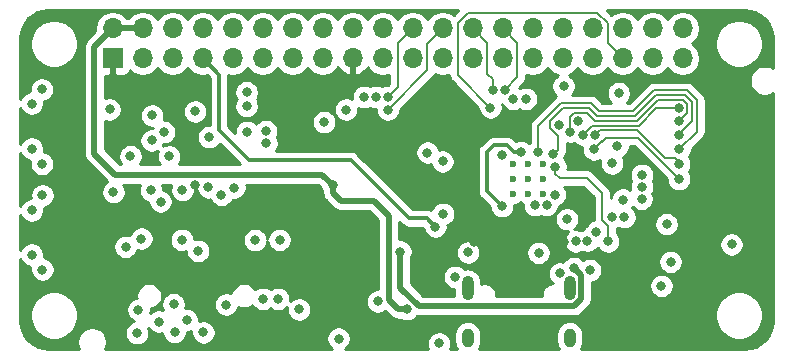
<source format=gbr>
%TF.GenerationSoftware,KiCad,Pcbnew,(5.1.8-0-10_14)*%
%TF.CreationDate,2021-08-20T13:19:01+08:00*%
%TF.ProjectId,microbyte-rp2040,6d696372-6f62-4797-9465-2d7270323034,rev?*%
%TF.SameCoordinates,Original*%
%TF.FileFunction,Copper,L3,Inr*%
%TF.FilePolarity,Positive*%
%FSLAX46Y46*%
G04 Gerber Fmt 4.6, Leading zero omitted, Abs format (unit mm)*
G04 Created by KiCad (PCBNEW (5.1.8-0-10_14)) date 2021-08-20 13:19:01*
%MOMM*%
%LPD*%
G01*
G04 APERTURE LIST*
%TA.AperFunction,ComponentPad*%
%ADD10C,0.600000*%
%TD*%
%TA.AperFunction,ComponentPad*%
%ADD11O,1.700000X1.700000*%
%TD*%
%TA.AperFunction,ComponentPad*%
%ADD12R,1.700000X1.700000*%
%TD*%
%TA.AperFunction,ComponentPad*%
%ADD13O,1.000000X2.100000*%
%TD*%
%TA.AperFunction,ComponentPad*%
%ADD14O,1.000000X1.600000*%
%TD*%
%TA.AperFunction,ViaPad*%
%ADD15C,0.800000*%
%TD*%
%TA.AperFunction,Conductor*%
%ADD16C,0.500000*%
%TD*%
%TA.AperFunction,Conductor*%
%ADD17C,0.300000*%
%TD*%
%TA.AperFunction,Conductor*%
%ADD18C,0.200000*%
%TD*%
%TA.AperFunction,Conductor*%
%ADD19C,0.254000*%
%TD*%
%TA.AperFunction,Conductor*%
%ADD20C,0.100000*%
%TD*%
G04 APERTURE END LIST*
D10*
%TO.N,GND*%
%TO.C,U4*%
X160955000Y-95115000D03*
X159680000Y-95115000D03*
X158405000Y-95115000D03*
X160955000Y-93840000D03*
X159680000Y-93840000D03*
X158405000Y-93840000D03*
X160955000Y-92565000D03*
X159680000Y-92565000D03*
X158405000Y-92565000D03*
%TD*%
D11*
%TO.N,SPI0_MISO*%
%TO.C,J4*%
X172800000Y-81090000D03*
%TO.N,GND*%
X172800000Y-83630000D03*
%TO.N,SPI0_MOSI*%
X170260000Y-81090000D03*
%TO.N,+BATT*%
X170260000Y-83630000D03*
%TO.N,SPI0_SCK*%
X167720000Y-81090000D03*
%TO.N,GPIO16*%
X167720000Y-83630000D03*
%TO.N,GND*%
X165180000Y-81090000D03*
%TO.N,GPIO17*%
X165180000Y-83630000D03*
%TO.N,GPIO5*%
X162640000Y-81090000D03*
%TO.N,GPIO18*%
X162640000Y-83630000D03*
%TO.N,GND*%
X160100000Y-81090000D03*
%TO.N,GPIO19*%
X160100000Y-83630000D03*
%TO.N,SWDCK*%
X157560000Y-81090000D03*
%TO.N,GPIO20*%
X157560000Y-83630000D03*
%TO.N,SWDIO*%
X155020000Y-81090000D03*
%TO.N,GND*%
X155020000Y-83630000D03*
%TO.N,ADC0*%
X152480000Y-81090000D03*
%TO.N,GPIO21*%
X152480000Y-83630000D03*
%TO.N,ADC1*%
X149940000Y-81090000D03*
%TO.N,GPIO22*%
X149940000Y-83630000D03*
%TO.N,GND*%
X147400000Y-81090000D03*
%TO.N,GPIO23*%
X147400000Y-83630000D03*
%TO.N,ADC2*%
X144860000Y-81090000D03*
%TO.N,+3V3*%
X144860000Y-83630000D03*
%TO.N,ADC3*%
X142320000Y-81090000D03*
%TO.N,GPIO24*%
X142320000Y-83630000D03*
%TO.N,GND*%
X139780000Y-81090000D03*
%TO.N,GPIO25*%
X139780000Y-83630000D03*
%TO.N,Net-(J4-Pad12)*%
X137240000Y-81090000D03*
%TO.N,Net-(J4-Pad11)*%
X137240000Y-83630000D03*
%TO.N,UART0_RX*%
X134700000Y-81090000D03*
%TO.N,GND*%
X134700000Y-83630000D03*
%TO.N,UART0_TX*%
X132160000Y-81090000D03*
%TO.N,+3.3VA*%
X132160000Y-83630000D03*
%TO.N,GND*%
X129620000Y-81090000D03*
%TO.N,I2C1_SCL*%
X129620000Y-83630000D03*
%TO.N,+5V*%
X127080000Y-81090000D03*
%TO.N,I2C1_SDA*%
X127080000Y-83630000D03*
%TO.N,+5V*%
X124540000Y-81090000D03*
D12*
%TO.N,+3V3*%
X124540000Y-83630000D03*
%TD*%
D13*
%TO.N,Net-(J3-PadS1)*%
%TO.C,J3*%
X163250000Y-103090000D03*
X154610000Y-103090000D03*
D14*
X154610000Y-107270000D03*
X163250000Y-107270000D03*
%TD*%
D15*
%TO.N,GND*%
X162409447Y-101830442D03*
X154640000Y-100059979D03*
X163980000Y-88930000D03*
X165449174Y-98340826D03*
X162720000Y-85970000D03*
X166830000Y-92510000D03*
X132720000Y-90300000D03*
X160610000Y-100099990D03*
X153540000Y-102120000D03*
X158460000Y-87060000D03*
X159520000Y-87060000D03*
X152530000Y-96790000D03*
X138680000Y-99000000D03*
X136610000Y-99010000D03*
X137250000Y-103980000D03*
X138540000Y-104000000D03*
X125630000Y-99590000D03*
X132220000Y-106830000D03*
X126730000Y-104920000D03*
X128440000Y-105910000D03*
X129790000Y-106800000D03*
X126620000Y-106900000D03*
X151190000Y-91600000D03*
X167280000Y-91050000D03*
X129700000Y-104440000D03*
X130800000Y-105760000D03*
X152180000Y-107760000D03*
X146990000Y-104200000D03*
X143680000Y-107360000D03*
X127889704Y-88452413D03*
X164937026Y-101566582D03*
X171450000Y-97660000D03*
X171000000Y-102890000D03*
X171779990Y-100850000D03*
X167390000Y-86580000D03*
X124290000Y-87940000D03*
X124600000Y-94950000D03*
X140340000Y-104880000D03*
X118550000Y-86250000D03*
X117690000Y-87450000D03*
X117690000Y-91270000D03*
X118560000Y-92560000D03*
X118600000Y-95220000D03*
X117690000Y-96500000D03*
X118590000Y-101520000D03*
X117690000Y-100250000D03*
X176950000Y-99370000D03*
X126050000Y-91909998D03*
X129330000Y-91920000D03*
X126980000Y-98880000D03*
X130400000Y-99000000D03*
X131780000Y-99920000D03*
X134160000Y-104480000D03*
X152480000Y-92350000D03*
X144310000Y-87970000D03*
%TO.N,+3V3*%
X155140000Y-99170000D03*
X130560000Y-87100000D03*
X162740000Y-99180000D03*
X160435145Y-87974905D03*
X159900000Y-98740000D03*
X164540000Y-97660000D03*
X164820000Y-92520000D03*
X149620000Y-98780000D03*
X154090000Y-97320000D03*
X140130000Y-86030000D03*
X130540000Y-90760000D03*
X145670000Y-98810000D03*
X146530000Y-98800000D03*
X145670000Y-99650000D03*
X146540000Y-99650000D03*
X175540000Y-99370000D03*
X131530000Y-94320010D03*
X153168022Y-91329967D03*
%TO.N,+5V*%
X149440000Y-104860000D03*
X143190000Y-94390000D03*
%TO.N,+1V1*%
X159080260Y-91540011D03*
X157520000Y-96139989D03*
%TO.N,+3.3VA*%
X151860000Y-97880000D03*
%TO.N,SDIO_DAT0*%
X163270000Y-89830000D03*
X128600000Y-95750000D03*
X172520000Y-88960000D03*
%TO.N,SDIO_CLK*%
X161802168Y-91687833D03*
X130450000Y-94780000D03*
X172500000Y-90090000D03*
%TO.N,SDIO_CMD*%
X132650000Y-94550000D03*
X160580006Y-91540021D03*
X172530000Y-91300000D03*
%TO.N,SDIO_DAT3*%
X165290000Y-91330000D03*
X133750000Y-95180000D03*
X172480000Y-93850000D03*
%TO.N,SDIO_DAT2*%
X165400000Y-90120000D03*
X134840000Y-94570000D03*
X172490000Y-92590000D03*
%TO.N,SDIO_DAT1*%
X164323719Y-90084934D03*
X127795025Y-94784975D03*
X172510000Y-87840000D03*
%TO.N,GPIO5*%
X169349949Y-93497609D03*
%TO.N,SPI0_MISO*%
X169355621Y-94497595D03*
%TO.N,SPI0_MOSI*%
X169330000Y-95520000D03*
%TO.N,SPI0_SCK*%
X167750000Y-95590000D03*
%TO.N,UART0_RX*%
X167870000Y-97080000D03*
%TO.N,UART0_TX*%
X166780000Y-97080000D03*
%TO.N,SWDCK*%
X157760000Y-86300000D03*
%TO.N,SWDIO*%
X156760081Y-86312819D03*
%TO.N,ADC3*%
X145840059Y-86890070D03*
%TO.N,ADC2*%
X146840060Y-86888890D03*
%TO.N,ADC1*%
X147840000Y-86900000D03*
%TO.N,ADC0*%
X147840000Y-87970000D03*
%TO.N,GPIO16*%
X156530000Y-87790000D03*
%TO.N,RESET*%
X157472133Y-91792488D03*
X127840000Y-90580000D03*
%TO.N,QSPI_CS*%
X163010000Y-97250000D03*
X135890000Y-86490000D03*
%TO.N,QSPI_D3*%
X160284846Y-96064895D03*
X137520000Y-89780000D03*
%TO.N,QSPI_CLK*%
X161284673Y-96046167D03*
X142440000Y-89030000D03*
%TO.N,QSPI_D0*%
X163738102Y-99118389D03*
X137550000Y-90810000D03*
%TO.N,QSPI_D2*%
X164736841Y-99068147D03*
X135920000Y-89860000D03*
%TO.N,QSPI_D1*%
X161990000Y-95160000D03*
X135889629Y-87679629D03*
%TO.N,LED2_BUILT_IN*%
X162310000Y-89240000D03*
X131520000Y-88120000D03*
%TO.N,LED1_BUILT_IN*%
X162019979Y-92830000D03*
X166490000Y-99120000D03*
X128880000Y-89880000D03*
%TO.N,Net-(J3-PadA4)*%
X163590000Y-101380020D03*
X148900000Y-99980000D03*
%TD*%
D16*
%TO.N,+5V*%
X143190000Y-95000000D02*
X143190000Y-94390000D01*
X143860000Y-95670000D02*
X143190000Y-95000000D01*
X146640000Y-95670000D02*
X143860000Y-95670000D01*
X147920000Y-104050000D02*
X147920000Y-96950000D01*
X148730000Y-104860000D02*
X147920000Y-104050000D01*
X147920000Y-96950000D02*
X146640000Y-95670000D01*
X149440000Y-104860000D02*
X148730000Y-104860000D01*
X124540000Y-81090000D02*
X127080000Y-81090000D01*
X122990000Y-82640000D02*
X124540000Y-81090000D01*
X124760000Y-93470000D02*
X122990000Y-91700000D01*
X142270000Y-93470000D02*
X124760000Y-93470000D01*
X143190000Y-94390000D02*
X142270000Y-93470000D01*
X122990000Y-91700000D02*
X122990000Y-82640000D01*
D17*
%TO.N,+1V1*%
X156240000Y-91560000D02*
X156240000Y-94859989D01*
X156240000Y-94859989D02*
X157520000Y-96139989D01*
X156820000Y-90980000D02*
X156240000Y-91560000D01*
X157950000Y-90980000D02*
X156820000Y-90980000D01*
X158510011Y-91540011D02*
X157950000Y-90980000D01*
X159080260Y-91540011D02*
X158510011Y-91540011D01*
%TO.N,+3.3VA*%
X151160000Y-97180000D02*
X151860000Y-97880000D01*
X149640000Y-97180000D02*
X151160000Y-97180000D01*
X144690000Y-92230000D02*
X149640000Y-97180000D01*
X136070000Y-92230000D02*
X144690000Y-92230000D01*
X133530000Y-89690000D02*
X136070000Y-92230000D01*
X133530000Y-85000000D02*
X133530000Y-89690000D01*
X132160000Y-83630000D02*
X133530000Y-85000000D01*
D18*
%TO.N,SDIO_DAT0*%
X173210001Y-87503999D02*
X172846001Y-87139999D01*
X172846001Y-87139999D02*
X170694303Y-87139999D01*
X173210001Y-88269999D02*
X173210001Y-87503999D01*
X172520000Y-88960000D02*
X173210001Y-88269999D01*
X170694303Y-87139999D02*
X168914321Y-88919981D01*
X168914321Y-88919981D02*
X165379981Y-88919981D01*
X165379981Y-88919981D02*
X164689999Y-88229999D01*
X163610001Y-88229999D02*
X163270000Y-88570000D01*
X164689999Y-88229999D02*
X163610001Y-88229999D01*
X163270000Y-89830000D02*
X163270000Y-88570000D01*
%TO.N,SDIO_CLK*%
X161982167Y-91687833D02*
X161802168Y-91687833D01*
X162280000Y-90220000D02*
X162280000Y-91390000D01*
X161609999Y-88903999D02*
X161609999Y-89549999D01*
X162280000Y-91390000D02*
X161982167Y-91687833D01*
X162684009Y-87829989D02*
X161609999Y-88903999D01*
X173610011Y-87338310D02*
X173011690Y-86739989D01*
X165525698Y-88500000D02*
X164855688Y-87829989D01*
X170528615Y-86739989D02*
X168768604Y-88500000D01*
X168768604Y-88500000D02*
X165525698Y-88500000D01*
X161609999Y-89549999D02*
X162280000Y-90220000D01*
X173610011Y-88905991D02*
X173610011Y-87338310D01*
X173011690Y-86739989D02*
X170528615Y-86739989D01*
X172500000Y-90016002D02*
X173610011Y-88905991D01*
X164855688Y-87829989D02*
X162684009Y-87829989D01*
X172500000Y-90090000D02*
X172500000Y-90016002D01*
%TO.N,SDIO_CMD*%
X160580006Y-91540021D02*
X160580006Y-89368294D01*
X173177379Y-86339979D02*
X170362927Y-86339979D01*
X174010021Y-87172621D02*
X173177379Y-86339979D01*
X174010021Y-89819979D02*
X174010021Y-87172621D01*
X172530000Y-91300000D02*
X174010021Y-89819979D01*
X165691396Y-88100000D02*
X165021377Y-87429979D01*
X168602906Y-88100000D02*
X165691396Y-88100000D01*
X170362927Y-86339979D02*
X168602906Y-88100000D01*
X162518321Y-87429979D02*
X160580006Y-89368294D01*
X165021377Y-87429979D02*
X162518321Y-87429979D01*
%TO.N,SDIO_DAT3*%
X165290000Y-91330000D02*
X166100001Y-90519999D01*
X172480000Y-93840000D02*
X172480000Y-93850000D01*
X168989999Y-90349999D02*
X172480000Y-93840000D01*
X166270001Y-90349999D02*
X168989999Y-90349999D01*
X165290000Y-91330000D02*
X166270001Y-90349999D01*
%TO.N,SDIO_DAT2*%
X168925699Y-89720001D02*
X171265698Y-92060000D01*
X172170000Y-92060000D02*
X172490000Y-92380000D01*
X165799999Y-89720001D02*
X168925699Y-89720001D01*
X171265698Y-92060000D02*
X172170000Y-92060000D01*
X172490000Y-92380000D02*
X172490000Y-92590000D01*
X165400000Y-90120000D02*
X165799999Y-89720001D01*
%TO.N,SDIO_DAT1*%
X165088662Y-89319991D02*
X169080009Y-89319991D01*
X170560000Y-87840000D02*
X172510000Y-87840000D01*
X169080009Y-89319991D02*
X170560000Y-87840000D01*
X164323719Y-90084934D02*
X165088662Y-89319991D01*
%TO.N,SWDCK*%
X158810000Y-82340000D02*
X157560000Y-81090000D01*
X158810000Y-85230000D02*
X158810000Y-82340000D01*
X157760000Y-86280000D02*
X158810000Y-85230000D01*
X157760000Y-86300000D02*
X157760000Y-86280000D01*
%TO.N,SWDIO*%
X156760081Y-86312819D02*
X156760081Y-85410081D01*
X156270000Y-84920000D02*
X156270000Y-82340000D01*
X156270000Y-82340000D02*
X155020000Y-81090000D01*
X156760081Y-85410081D02*
X156270000Y-84920000D01*
%TO.N,GPIO22*%
X149920000Y-83650000D02*
X149940000Y-83630000D01*
%TO.N,ADC1*%
X148680000Y-82350000D02*
X149940000Y-81090000D01*
X148680000Y-86060000D02*
X148680000Y-82350000D01*
X147840000Y-86900000D02*
X148680000Y-86060000D01*
%TO.N,ADC0*%
X151190000Y-82380000D02*
X152480000Y-81090000D01*
X151190000Y-84620000D02*
X151190000Y-82380000D01*
X147840000Y-87970000D02*
X151190000Y-84620000D01*
%TO.N,GPIO16*%
X166450000Y-82360000D02*
X167720000Y-83630000D01*
X166450000Y-80657998D02*
X166450000Y-82360000D01*
X165592002Y-79800000D02*
X166450000Y-80657998D01*
X154607998Y-79800000D02*
X165592002Y-79800000D01*
X153750000Y-80657998D02*
X154607998Y-79800000D01*
X153750000Y-85010000D02*
X153750000Y-80657998D01*
X156530000Y-87790000D02*
X153750000Y-85010000D01*
%TO.N,LED1_BUILT_IN*%
X162019979Y-93379979D02*
X162019979Y-92830000D01*
X162390000Y-93750000D02*
X162019979Y-93379979D01*
X165990000Y-97280001D02*
X165990000Y-95060000D01*
X164680000Y-93750000D02*
X162390000Y-93750000D01*
X165990000Y-95060000D02*
X164680000Y-93750000D01*
X166490000Y-97780001D02*
X165990000Y-97280001D01*
X166490000Y-99120000D02*
X166490000Y-97780001D01*
D16*
%TO.N,Net-(J3-PadA4)*%
X163643507Y-104590010D02*
X150440010Y-104590010D01*
X164200010Y-104033507D02*
X163643507Y-104590010D01*
X164200010Y-101990030D02*
X164200010Y-104033507D01*
X163590000Y-101380020D02*
X164200010Y-101990030D01*
X148900000Y-103050000D02*
X148900000Y-99980000D01*
X150440010Y-104590010D02*
X148900000Y-103050000D01*
%TD*%
D19*
%TO.N,+3V3*%
X153429329Y-79939222D02*
X153426632Y-79936525D01*
X153183411Y-79774010D01*
X152913158Y-79662068D01*
X152626260Y-79605000D01*
X152333740Y-79605000D01*
X152046842Y-79662068D01*
X151776589Y-79774010D01*
X151533368Y-79936525D01*
X151326525Y-80143368D01*
X151210000Y-80317760D01*
X151093475Y-80143368D01*
X150886632Y-79936525D01*
X150643411Y-79774010D01*
X150373158Y-79662068D01*
X150086260Y-79605000D01*
X149793740Y-79605000D01*
X149506842Y-79662068D01*
X149236589Y-79774010D01*
X148993368Y-79936525D01*
X148786525Y-80143368D01*
X148670000Y-80317760D01*
X148553475Y-80143368D01*
X148346632Y-79936525D01*
X148103411Y-79774010D01*
X147833158Y-79662068D01*
X147546260Y-79605000D01*
X147253740Y-79605000D01*
X146966842Y-79662068D01*
X146696589Y-79774010D01*
X146453368Y-79936525D01*
X146246525Y-80143368D01*
X146130000Y-80317760D01*
X146013475Y-80143368D01*
X145806632Y-79936525D01*
X145563411Y-79774010D01*
X145293158Y-79662068D01*
X145006260Y-79605000D01*
X144713740Y-79605000D01*
X144426842Y-79662068D01*
X144156589Y-79774010D01*
X143913368Y-79936525D01*
X143706525Y-80143368D01*
X143590000Y-80317760D01*
X143473475Y-80143368D01*
X143266632Y-79936525D01*
X143023411Y-79774010D01*
X142753158Y-79662068D01*
X142466260Y-79605000D01*
X142173740Y-79605000D01*
X141886842Y-79662068D01*
X141616589Y-79774010D01*
X141373368Y-79936525D01*
X141166525Y-80143368D01*
X141050000Y-80317760D01*
X140933475Y-80143368D01*
X140726632Y-79936525D01*
X140483411Y-79774010D01*
X140213158Y-79662068D01*
X139926260Y-79605000D01*
X139633740Y-79605000D01*
X139346842Y-79662068D01*
X139076589Y-79774010D01*
X138833368Y-79936525D01*
X138626525Y-80143368D01*
X138510000Y-80317760D01*
X138393475Y-80143368D01*
X138186632Y-79936525D01*
X137943411Y-79774010D01*
X137673158Y-79662068D01*
X137386260Y-79605000D01*
X137093740Y-79605000D01*
X136806842Y-79662068D01*
X136536589Y-79774010D01*
X136293368Y-79936525D01*
X136086525Y-80143368D01*
X135970000Y-80317760D01*
X135853475Y-80143368D01*
X135646632Y-79936525D01*
X135403411Y-79774010D01*
X135133158Y-79662068D01*
X134846260Y-79605000D01*
X134553740Y-79605000D01*
X134266842Y-79662068D01*
X133996589Y-79774010D01*
X133753368Y-79936525D01*
X133546525Y-80143368D01*
X133430000Y-80317760D01*
X133313475Y-80143368D01*
X133106632Y-79936525D01*
X132863411Y-79774010D01*
X132593158Y-79662068D01*
X132306260Y-79605000D01*
X132013740Y-79605000D01*
X131726842Y-79662068D01*
X131456589Y-79774010D01*
X131213368Y-79936525D01*
X131006525Y-80143368D01*
X130890000Y-80317760D01*
X130773475Y-80143368D01*
X130566632Y-79936525D01*
X130323411Y-79774010D01*
X130053158Y-79662068D01*
X129766260Y-79605000D01*
X129473740Y-79605000D01*
X129186842Y-79662068D01*
X128916589Y-79774010D01*
X128673368Y-79936525D01*
X128466525Y-80143368D01*
X128350000Y-80317760D01*
X128233475Y-80143368D01*
X128026632Y-79936525D01*
X127783411Y-79774010D01*
X127513158Y-79662068D01*
X127226260Y-79605000D01*
X126933740Y-79605000D01*
X126646842Y-79662068D01*
X126376589Y-79774010D01*
X126133368Y-79936525D01*
X125926525Y-80143368D01*
X125885344Y-80205000D01*
X125734656Y-80205000D01*
X125693475Y-80143368D01*
X125486632Y-79936525D01*
X125243411Y-79774010D01*
X124973158Y-79662068D01*
X124686260Y-79605000D01*
X124393740Y-79605000D01*
X124106842Y-79662068D01*
X123836589Y-79774010D01*
X123593368Y-79936525D01*
X123386525Y-80143368D01*
X123224010Y-80386589D01*
X123112068Y-80656842D01*
X123055000Y-80943740D01*
X123055000Y-81236260D01*
X123069461Y-81308960D01*
X122394951Y-81983471D01*
X122361184Y-82011183D01*
X122333471Y-82044951D01*
X122333468Y-82044954D01*
X122250590Y-82145941D01*
X122168412Y-82299687D01*
X122117805Y-82466510D01*
X122100719Y-82640000D01*
X122105001Y-82683479D01*
X122105000Y-91656531D01*
X122100719Y-91700000D01*
X122105000Y-91743469D01*
X122105000Y-91743476D01*
X122110075Y-91795000D01*
X122117805Y-91873490D01*
X122130120Y-91914086D01*
X122168411Y-92040312D01*
X122250589Y-92194058D01*
X122361183Y-92328817D01*
X122394956Y-92356534D01*
X124086648Y-94048227D01*
X123940226Y-94146063D01*
X123796063Y-94290226D01*
X123682795Y-94459744D01*
X123604774Y-94648102D01*
X123565000Y-94848061D01*
X123565000Y-95051939D01*
X123604774Y-95251898D01*
X123682795Y-95440256D01*
X123796063Y-95609774D01*
X123940226Y-95753937D01*
X124109744Y-95867205D01*
X124298102Y-95945226D01*
X124498061Y-95985000D01*
X124701939Y-95985000D01*
X124901898Y-95945226D01*
X125090256Y-95867205D01*
X125259774Y-95753937D01*
X125403937Y-95609774D01*
X125517205Y-95440256D01*
X125595226Y-95251898D01*
X125635000Y-95051939D01*
X125635000Y-94848061D01*
X125595226Y-94648102D01*
X125517205Y-94459744D01*
X125447217Y-94355000D01*
X126852851Y-94355000D01*
X126799799Y-94483077D01*
X126760025Y-94683036D01*
X126760025Y-94886914D01*
X126799799Y-95086873D01*
X126877820Y-95275231D01*
X126991088Y-95444749D01*
X127135251Y-95588912D01*
X127304769Y-95702180D01*
X127493127Y-95780201D01*
X127565000Y-95794497D01*
X127565000Y-95851939D01*
X127604774Y-96051898D01*
X127682795Y-96240256D01*
X127796063Y-96409774D01*
X127940226Y-96553937D01*
X128109744Y-96667205D01*
X128298102Y-96745226D01*
X128498061Y-96785000D01*
X128701939Y-96785000D01*
X128901898Y-96745226D01*
X129090256Y-96667205D01*
X129259774Y-96553937D01*
X129403937Y-96409774D01*
X129517205Y-96240256D01*
X129595226Y-96051898D01*
X129635000Y-95851939D01*
X129635000Y-95648061D01*
X129595226Y-95448102D01*
X129517205Y-95259744D01*
X129403937Y-95090226D01*
X129259774Y-94946063D01*
X129090256Y-94832795D01*
X128901898Y-94754774D01*
X128830025Y-94740478D01*
X128830025Y-94683036D01*
X128790251Y-94483077D01*
X128737199Y-94355000D01*
X129505765Y-94355000D01*
X129454774Y-94478102D01*
X129415000Y-94678061D01*
X129415000Y-94881939D01*
X129454774Y-95081898D01*
X129532795Y-95270256D01*
X129646063Y-95439774D01*
X129790226Y-95583937D01*
X129959744Y-95697205D01*
X130148102Y-95775226D01*
X130348061Y-95815000D01*
X130551939Y-95815000D01*
X130751898Y-95775226D01*
X130940256Y-95697205D01*
X131109774Y-95583937D01*
X131253937Y-95439774D01*
X131367205Y-95270256D01*
X131445226Y-95081898D01*
X131485000Y-94881939D01*
X131485000Y-94678061D01*
X131445226Y-94478102D01*
X131394235Y-94355000D01*
X131633511Y-94355000D01*
X131615000Y-94448061D01*
X131615000Y-94651939D01*
X131654774Y-94851898D01*
X131732795Y-95040256D01*
X131846063Y-95209774D01*
X131990226Y-95353937D01*
X132159744Y-95467205D01*
X132348102Y-95545226D01*
X132548061Y-95585000D01*
X132751939Y-95585000D01*
X132794014Y-95576631D01*
X132832795Y-95670256D01*
X132946063Y-95839774D01*
X133090226Y-95983937D01*
X133259744Y-96097205D01*
X133448102Y-96175226D01*
X133648061Y-96215000D01*
X133851939Y-96215000D01*
X134051898Y-96175226D01*
X134240256Y-96097205D01*
X134409774Y-95983937D01*
X134553937Y-95839774D01*
X134667205Y-95670256D01*
X134697571Y-95596946D01*
X134738061Y-95605000D01*
X134941939Y-95605000D01*
X135141898Y-95565226D01*
X135330256Y-95487205D01*
X135499774Y-95373937D01*
X135643937Y-95229774D01*
X135757205Y-95060256D01*
X135835226Y-94871898D01*
X135875000Y-94671939D01*
X135875000Y-94468061D01*
X135852511Y-94355000D01*
X141903422Y-94355000D01*
X142183465Y-94635044D01*
X142194774Y-94691898D01*
X142272795Y-94880256D01*
X142305000Y-94928454D01*
X142305000Y-94956531D01*
X142300719Y-95000000D01*
X142305000Y-95043469D01*
X142305000Y-95043476D01*
X142312346Y-95118061D01*
X142317805Y-95173490D01*
X142318549Y-95175941D01*
X142368411Y-95340312D01*
X142450589Y-95494058D01*
X142561183Y-95628817D01*
X142594956Y-95656534D01*
X143203470Y-96265049D01*
X143231183Y-96298817D01*
X143264951Y-96326530D01*
X143264953Y-96326532D01*
X143291191Y-96348065D01*
X143365941Y-96409411D01*
X143519687Y-96491589D01*
X143686510Y-96542195D01*
X143816523Y-96555000D01*
X143816533Y-96555000D01*
X143859999Y-96559281D01*
X143903466Y-96555000D01*
X146273422Y-96555000D01*
X147035001Y-97316580D01*
X147035000Y-103165000D01*
X146888061Y-103165000D01*
X146688102Y-103204774D01*
X146499744Y-103282795D01*
X146330226Y-103396063D01*
X146186063Y-103540226D01*
X146072795Y-103709744D01*
X145994774Y-103898102D01*
X145955000Y-104098061D01*
X145955000Y-104301939D01*
X145994774Y-104501898D01*
X146072795Y-104690256D01*
X146186063Y-104859774D01*
X146330226Y-105003937D01*
X146499744Y-105117205D01*
X146688102Y-105195226D01*
X146888061Y-105235000D01*
X147091939Y-105235000D01*
X147291898Y-105195226D01*
X147480256Y-105117205D01*
X147633340Y-105014918D01*
X148073470Y-105455049D01*
X148101183Y-105488817D01*
X148134951Y-105516530D01*
X148134953Y-105516532D01*
X148202592Y-105572042D01*
X148235941Y-105599411D01*
X148389687Y-105681589D01*
X148502385Y-105715776D01*
X148556509Y-105732195D01*
X148571306Y-105733652D01*
X148686523Y-105745000D01*
X148686531Y-105745000D01*
X148730000Y-105749281D01*
X148773469Y-105745000D01*
X148901546Y-105745000D01*
X148949744Y-105777205D01*
X149138102Y-105855226D01*
X149338061Y-105895000D01*
X149541939Y-105895000D01*
X149741898Y-105855226D01*
X149930256Y-105777205D01*
X150099774Y-105663937D01*
X150243937Y-105519774D01*
X150281423Y-105463673D01*
X150396533Y-105475010D01*
X150396543Y-105475010D01*
X150440009Y-105479291D01*
X150483476Y-105475010D01*
X163600038Y-105475010D01*
X163643507Y-105479291D01*
X163686976Y-105475010D01*
X163686984Y-105475010D01*
X163816997Y-105462205D01*
X163983820Y-105411599D01*
X164137566Y-105329421D01*
X164272324Y-105218827D01*
X164296775Y-105189033D01*
X175529545Y-105189033D01*
X175529545Y-105590967D01*
X175607958Y-105985179D01*
X175761772Y-106356518D01*
X175985075Y-106690714D01*
X176269286Y-106974925D01*
X176603482Y-107198228D01*
X176974821Y-107352042D01*
X177369033Y-107430455D01*
X177770967Y-107430455D01*
X178165179Y-107352042D01*
X178536518Y-107198228D01*
X178870714Y-106974925D01*
X179154925Y-106690714D01*
X179378228Y-106356518D01*
X179532042Y-105985179D01*
X179610455Y-105590967D01*
X179610455Y-105189033D01*
X179532042Y-104794821D01*
X179378228Y-104423482D01*
X179154925Y-104089286D01*
X178870714Y-103805075D01*
X178536518Y-103581772D01*
X178165179Y-103427958D01*
X177770967Y-103349545D01*
X177369033Y-103349545D01*
X176974821Y-103427958D01*
X176603482Y-103581772D01*
X176269286Y-103805075D01*
X175985075Y-104089286D01*
X175761772Y-104423482D01*
X175607958Y-104794821D01*
X175529545Y-105189033D01*
X164296775Y-105189033D01*
X164300041Y-105185054D01*
X164795054Y-104690041D01*
X164828827Y-104662324D01*
X164939421Y-104527566D01*
X165021599Y-104373820D01*
X165072205Y-104206997D01*
X165085010Y-104076984D01*
X165085010Y-104076974D01*
X165089291Y-104033508D01*
X165085010Y-103990042D01*
X165085010Y-102788061D01*
X169965000Y-102788061D01*
X169965000Y-102991939D01*
X170004774Y-103191898D01*
X170082795Y-103380256D01*
X170196063Y-103549774D01*
X170340226Y-103693937D01*
X170509744Y-103807205D01*
X170698102Y-103885226D01*
X170898061Y-103925000D01*
X171101939Y-103925000D01*
X171301898Y-103885226D01*
X171490256Y-103807205D01*
X171659774Y-103693937D01*
X171803937Y-103549774D01*
X171917205Y-103380256D01*
X171995226Y-103191898D01*
X172035000Y-102991939D01*
X172035000Y-102788061D01*
X171995226Y-102588102D01*
X171917205Y-102399744D01*
X171803937Y-102230226D01*
X171659774Y-102086063D01*
X171490256Y-101972795D01*
X171301898Y-101894774D01*
X171101939Y-101855000D01*
X170898061Y-101855000D01*
X170698102Y-101894774D01*
X170509744Y-101972795D01*
X170340226Y-102086063D01*
X170196063Y-102230226D01*
X170082795Y-102399744D01*
X170004774Y-102588102D01*
X169965000Y-102788061D01*
X165085010Y-102788061D01*
X165085010Y-102592423D01*
X165238924Y-102561808D01*
X165427282Y-102483787D01*
X165596800Y-102370519D01*
X165740963Y-102226356D01*
X165854231Y-102056838D01*
X165932252Y-101868480D01*
X165972026Y-101668521D01*
X165972026Y-101464643D01*
X165932252Y-101264684D01*
X165854231Y-101076326D01*
X165740963Y-100906808D01*
X165596800Y-100762645D01*
X165574974Y-100748061D01*
X170744990Y-100748061D01*
X170744990Y-100951939D01*
X170784764Y-101151898D01*
X170862785Y-101340256D01*
X170976053Y-101509774D01*
X171120216Y-101653937D01*
X171289734Y-101767205D01*
X171478092Y-101845226D01*
X171678051Y-101885000D01*
X171881929Y-101885000D01*
X172081888Y-101845226D01*
X172270246Y-101767205D01*
X172439764Y-101653937D01*
X172583927Y-101509774D01*
X172697195Y-101340256D01*
X172775216Y-101151898D01*
X172814990Y-100951939D01*
X172814990Y-100748061D01*
X172775216Y-100548102D01*
X172697195Y-100359744D01*
X172583927Y-100190226D01*
X172439764Y-100046063D01*
X172270246Y-99932795D01*
X172081888Y-99854774D01*
X171881929Y-99815000D01*
X171678051Y-99815000D01*
X171478092Y-99854774D01*
X171289734Y-99932795D01*
X171120216Y-100046063D01*
X170976053Y-100190226D01*
X170862785Y-100359744D01*
X170784764Y-100548102D01*
X170744990Y-100748061D01*
X165574974Y-100748061D01*
X165427282Y-100649377D01*
X165238924Y-100571356D01*
X165038965Y-100531582D01*
X164835087Y-100531582D01*
X164635128Y-100571356D01*
X164446770Y-100649377D01*
X164372616Y-100698925D01*
X164249774Y-100576083D01*
X164080256Y-100462815D01*
X163891898Y-100384794D01*
X163691939Y-100345020D01*
X163488061Y-100345020D01*
X163288102Y-100384794D01*
X163099744Y-100462815D01*
X162930226Y-100576083D01*
X162786063Y-100720246D01*
X162709489Y-100834847D01*
X162511386Y-100795442D01*
X162307508Y-100795442D01*
X162107549Y-100835216D01*
X161919191Y-100913237D01*
X161749673Y-101026505D01*
X161605510Y-101170668D01*
X161492242Y-101340186D01*
X161414221Y-101528544D01*
X161374447Y-101728503D01*
X161374447Y-101932381D01*
X161414221Y-102132340D01*
X161492242Y-102320698D01*
X161605510Y-102490216D01*
X161749673Y-102634379D01*
X161788018Y-102660000D01*
X161725448Y-102660000D01*
X161539978Y-102696892D01*
X161365269Y-102769259D01*
X161208036Y-102874319D01*
X161074319Y-103008036D01*
X160969259Y-103165269D01*
X160896892Y-103339978D01*
X160860000Y-103525448D01*
X160860000Y-103705010D01*
X157000000Y-103705010D01*
X157000000Y-103525448D01*
X156963108Y-103339978D01*
X156890741Y-103165269D01*
X156785681Y-103008036D01*
X156651964Y-102874319D01*
X156494731Y-102769259D01*
X156320022Y-102696892D01*
X156134552Y-102660000D01*
X155945448Y-102660000D01*
X155759978Y-102696892D01*
X155745000Y-102703096D01*
X155745000Y-102484248D01*
X155728577Y-102317501D01*
X155663676Y-102103553D01*
X155558284Y-101906377D01*
X155416449Y-101733551D01*
X155243623Y-101591716D01*
X155046446Y-101486324D01*
X154832498Y-101421423D01*
X154610000Y-101399509D01*
X154387501Y-101421423D01*
X154324305Y-101440594D01*
X154199774Y-101316063D01*
X154030256Y-101202795D01*
X153841898Y-101124774D01*
X153641939Y-101085000D01*
X153438061Y-101085000D01*
X153238102Y-101124774D01*
X153049744Y-101202795D01*
X152880226Y-101316063D01*
X152736063Y-101460226D01*
X152622795Y-101629744D01*
X152544774Y-101818102D01*
X152505000Y-102018061D01*
X152505000Y-102221939D01*
X152544774Y-102421898D01*
X152622795Y-102610256D01*
X152736063Y-102779774D01*
X152880226Y-102923937D01*
X153049744Y-103037205D01*
X153238102Y-103115226D01*
X153438061Y-103155000D01*
X153475000Y-103155000D01*
X153475000Y-103695752D01*
X153475912Y-103705010D01*
X150806589Y-103705010D01*
X149785000Y-102683422D01*
X149785000Y-100518454D01*
X149817205Y-100470256D01*
X149895226Y-100281898D01*
X149935000Y-100081939D01*
X149935000Y-99958040D01*
X153605000Y-99958040D01*
X153605000Y-100161918D01*
X153644774Y-100361877D01*
X153722795Y-100550235D01*
X153836063Y-100719753D01*
X153980226Y-100863916D01*
X154149744Y-100977184D01*
X154338102Y-101055205D01*
X154538061Y-101094979D01*
X154741939Y-101094979D01*
X154941898Y-101055205D01*
X155130256Y-100977184D01*
X155299774Y-100863916D01*
X155443937Y-100719753D01*
X155557205Y-100550235D01*
X155635226Y-100361877D01*
X155675000Y-100161918D01*
X155675000Y-99998051D01*
X159575000Y-99998051D01*
X159575000Y-100201929D01*
X159614774Y-100401888D01*
X159692795Y-100590246D01*
X159806063Y-100759764D01*
X159950226Y-100903927D01*
X160119744Y-101017195D01*
X160308102Y-101095216D01*
X160508061Y-101134990D01*
X160711939Y-101134990D01*
X160911898Y-101095216D01*
X161100256Y-101017195D01*
X161269774Y-100903927D01*
X161413937Y-100759764D01*
X161527205Y-100590246D01*
X161605226Y-100401888D01*
X161645000Y-100201929D01*
X161645000Y-99998051D01*
X161605226Y-99798092D01*
X161527205Y-99609734D01*
X161413937Y-99440216D01*
X161269774Y-99296053D01*
X161100256Y-99182785D01*
X160911898Y-99104764D01*
X160711939Y-99064990D01*
X160508061Y-99064990D01*
X160308102Y-99104764D01*
X160119744Y-99182785D01*
X159950226Y-99296053D01*
X159806063Y-99440216D01*
X159692795Y-99609734D01*
X159614774Y-99798092D01*
X159575000Y-99998051D01*
X155675000Y-99998051D01*
X155675000Y-99958040D01*
X155635226Y-99758081D01*
X155557205Y-99569723D01*
X155443937Y-99400205D01*
X155299774Y-99256042D01*
X155130256Y-99142774D01*
X154941898Y-99064753D01*
X154741939Y-99024979D01*
X154538061Y-99024979D01*
X154338102Y-99064753D01*
X154149744Y-99142774D01*
X153980226Y-99256042D01*
X153836063Y-99400205D01*
X153722795Y-99569723D01*
X153644774Y-99758081D01*
X153605000Y-99958040D01*
X149935000Y-99958040D01*
X149935000Y-99878061D01*
X149895226Y-99678102D01*
X149817205Y-99489744D01*
X149703937Y-99320226D01*
X149559774Y-99176063D01*
X149390256Y-99062795D01*
X149201898Y-98984774D01*
X149001939Y-98945000D01*
X148805000Y-98945000D01*
X148805000Y-97455158D01*
X149057658Y-97707816D01*
X149082236Y-97737764D01*
X149112184Y-97762342D01*
X149112187Y-97762345D01*
X149123450Y-97771588D01*
X149201767Y-97835862D01*
X149310702Y-97894088D01*
X149338140Y-97908754D01*
X149486112Y-97953641D01*
X149500490Y-97955057D01*
X149601439Y-97965000D01*
X149601446Y-97965000D01*
X149639999Y-97968797D01*
X149678552Y-97965000D01*
X150825000Y-97965000D01*
X150825000Y-97981939D01*
X150864774Y-98181898D01*
X150942795Y-98370256D01*
X151056063Y-98539774D01*
X151200226Y-98683937D01*
X151369744Y-98797205D01*
X151558102Y-98875226D01*
X151758061Y-98915000D01*
X151961939Y-98915000D01*
X152161898Y-98875226D01*
X152350256Y-98797205D01*
X152519774Y-98683937D01*
X152663937Y-98539774D01*
X152777205Y-98370256D01*
X152855226Y-98181898D01*
X152895000Y-97981939D01*
X152895000Y-97778061D01*
X152891513Y-97760532D01*
X153020256Y-97707205D01*
X153189774Y-97593937D01*
X153333937Y-97449774D01*
X153447205Y-97280256D01*
X153525226Y-97091898D01*
X153565000Y-96891939D01*
X153565000Y-96688061D01*
X153525226Y-96488102D01*
X153447205Y-96299744D01*
X153333937Y-96130226D01*
X153189774Y-95986063D01*
X153020256Y-95872795D01*
X152831898Y-95794774D01*
X152631939Y-95755000D01*
X152428061Y-95755000D01*
X152228102Y-95794774D01*
X152039744Y-95872795D01*
X151870226Y-95986063D01*
X151726063Y-96130226D01*
X151612795Y-96299744D01*
X151534774Y-96488102D01*
X151534393Y-96490015D01*
X151461860Y-96451246D01*
X151313887Y-96406359D01*
X151198561Y-96395000D01*
X151198553Y-96395000D01*
X151160000Y-96391203D01*
X151121447Y-96395000D01*
X149965158Y-96395000D01*
X145272347Y-91702190D01*
X145247764Y-91672236D01*
X145128233Y-91574138D01*
X144991860Y-91501246D01*
X144981361Y-91498061D01*
X150155000Y-91498061D01*
X150155000Y-91701939D01*
X150194774Y-91901898D01*
X150272795Y-92090256D01*
X150386063Y-92259774D01*
X150530226Y-92403937D01*
X150699744Y-92517205D01*
X150888102Y-92595226D01*
X151088061Y-92635000D01*
X151291939Y-92635000D01*
X151474201Y-92598746D01*
X151484774Y-92651898D01*
X151562795Y-92840256D01*
X151676063Y-93009774D01*
X151820226Y-93153937D01*
X151989744Y-93267205D01*
X152178102Y-93345226D01*
X152378061Y-93385000D01*
X152581939Y-93385000D01*
X152781898Y-93345226D01*
X152970256Y-93267205D01*
X153139774Y-93153937D01*
X153283937Y-93009774D01*
X153397205Y-92840256D01*
X153475226Y-92651898D01*
X153515000Y-92451939D01*
X153515000Y-92248061D01*
X153475226Y-92048102D01*
X153397205Y-91859744D01*
X153283937Y-91690226D01*
X153139774Y-91546063D01*
X152970256Y-91432795D01*
X152781898Y-91354774D01*
X152581939Y-91315000D01*
X152378061Y-91315000D01*
X152195799Y-91351254D01*
X152185226Y-91298102D01*
X152107205Y-91109744D01*
X151993937Y-90940226D01*
X151849774Y-90796063D01*
X151680256Y-90682795D01*
X151491898Y-90604774D01*
X151291939Y-90565000D01*
X151088061Y-90565000D01*
X150888102Y-90604774D01*
X150699744Y-90682795D01*
X150530226Y-90796063D01*
X150386063Y-90940226D01*
X150272795Y-91109744D01*
X150194774Y-91298102D01*
X150155000Y-91498061D01*
X144981361Y-91498061D01*
X144843887Y-91456359D01*
X144728561Y-91445000D01*
X144728553Y-91445000D01*
X144690000Y-91441203D01*
X144651447Y-91445000D01*
X138370490Y-91445000D01*
X138467205Y-91300256D01*
X138545226Y-91111898D01*
X138585000Y-90911939D01*
X138585000Y-90708061D01*
X138545226Y-90508102D01*
X138467205Y-90319744D01*
X138435672Y-90272551D01*
X138437205Y-90270256D01*
X138515226Y-90081898D01*
X138555000Y-89881939D01*
X138555000Y-89678061D01*
X138515226Y-89478102D01*
X138437205Y-89289744D01*
X138323937Y-89120226D01*
X138179774Y-88976063D01*
X138107934Y-88928061D01*
X141405000Y-88928061D01*
X141405000Y-89131939D01*
X141444774Y-89331898D01*
X141522795Y-89520256D01*
X141636063Y-89689774D01*
X141780226Y-89833937D01*
X141949744Y-89947205D01*
X142138102Y-90025226D01*
X142338061Y-90065000D01*
X142541939Y-90065000D01*
X142741898Y-90025226D01*
X142930256Y-89947205D01*
X143099774Y-89833937D01*
X143243937Y-89689774D01*
X143357205Y-89520256D01*
X143435226Y-89331898D01*
X143475000Y-89131939D01*
X143475000Y-88928061D01*
X143435226Y-88728102D01*
X143357205Y-88539744D01*
X143243937Y-88370226D01*
X143099774Y-88226063D01*
X142930256Y-88112795D01*
X142741898Y-88034774D01*
X142541939Y-87995000D01*
X142338061Y-87995000D01*
X142138102Y-88034774D01*
X141949744Y-88112795D01*
X141780226Y-88226063D01*
X141636063Y-88370226D01*
X141522795Y-88539744D01*
X141444774Y-88728102D01*
X141405000Y-88928061D01*
X138107934Y-88928061D01*
X138010256Y-88862795D01*
X137821898Y-88784774D01*
X137621939Y-88745000D01*
X137418061Y-88745000D01*
X137218102Y-88784774D01*
X137029744Y-88862795D01*
X136860226Y-88976063D01*
X136716063Y-89120226D01*
X136687173Y-89163462D01*
X136579774Y-89056063D01*
X136410256Y-88942795D01*
X136221898Y-88864774D01*
X136021939Y-88825000D01*
X135818061Y-88825000D01*
X135618102Y-88864774D01*
X135429744Y-88942795D01*
X135260226Y-89056063D01*
X135116063Y-89200226D01*
X135002795Y-89369744D01*
X134924774Y-89558102D01*
X134885000Y-89758061D01*
X134885000Y-89934843D01*
X134315000Y-89364843D01*
X134315000Y-87577690D01*
X134854629Y-87577690D01*
X134854629Y-87781568D01*
X134894403Y-87981527D01*
X134972424Y-88169885D01*
X135085692Y-88339403D01*
X135229855Y-88483566D01*
X135399373Y-88596834D01*
X135587731Y-88674855D01*
X135787690Y-88714629D01*
X135991568Y-88714629D01*
X136191527Y-88674855D01*
X136379885Y-88596834D01*
X136549403Y-88483566D01*
X136693566Y-88339403D01*
X136806834Y-88169885D01*
X136884855Y-87981527D01*
X136924629Y-87781568D01*
X136924629Y-87577690D01*
X136884855Y-87377731D01*
X136806834Y-87189373D01*
X136737156Y-87085092D01*
X136807205Y-86980256D01*
X136885226Y-86791898D01*
X136925000Y-86591939D01*
X136925000Y-86388061D01*
X136885226Y-86188102D01*
X136807205Y-85999744D01*
X136693937Y-85830226D01*
X136549774Y-85686063D01*
X136380256Y-85572795D01*
X136191898Y-85494774D01*
X135991939Y-85455000D01*
X135788061Y-85455000D01*
X135588102Y-85494774D01*
X135399744Y-85572795D01*
X135230226Y-85686063D01*
X135086063Y-85830226D01*
X134972795Y-85999744D01*
X134894774Y-86188102D01*
X134855000Y-86388061D01*
X134855000Y-86591939D01*
X134894774Y-86791898D01*
X134972795Y-86980256D01*
X135042473Y-87084537D01*
X134972424Y-87189373D01*
X134894403Y-87377731D01*
X134854629Y-87577690D01*
X134315000Y-87577690D01*
X134315000Y-85067511D01*
X134553740Y-85115000D01*
X134846260Y-85115000D01*
X135133158Y-85057932D01*
X135403411Y-84945990D01*
X135646632Y-84783475D01*
X135853475Y-84576632D01*
X135970000Y-84402240D01*
X136086525Y-84576632D01*
X136293368Y-84783475D01*
X136536589Y-84945990D01*
X136806842Y-85057932D01*
X137093740Y-85115000D01*
X137386260Y-85115000D01*
X137673158Y-85057932D01*
X137943411Y-84945990D01*
X138186632Y-84783475D01*
X138393475Y-84576632D01*
X138510000Y-84402240D01*
X138626525Y-84576632D01*
X138833368Y-84783475D01*
X139076589Y-84945990D01*
X139346842Y-85057932D01*
X139633740Y-85115000D01*
X139926260Y-85115000D01*
X140213158Y-85057932D01*
X140483411Y-84945990D01*
X140726632Y-84783475D01*
X140933475Y-84576632D01*
X141050000Y-84402240D01*
X141166525Y-84576632D01*
X141373368Y-84783475D01*
X141616589Y-84945990D01*
X141886842Y-85057932D01*
X142173740Y-85115000D01*
X142466260Y-85115000D01*
X142753158Y-85057932D01*
X143023411Y-84945990D01*
X143266632Y-84783475D01*
X143473475Y-84576632D01*
X143595195Y-84394466D01*
X143664822Y-84511355D01*
X143859731Y-84727588D01*
X144093080Y-84901641D01*
X144355901Y-85026825D01*
X144503110Y-85071476D01*
X144733000Y-84950155D01*
X144733000Y-83757000D01*
X144713000Y-83757000D01*
X144713000Y-83503000D01*
X144733000Y-83503000D01*
X144733000Y-83483000D01*
X144987000Y-83483000D01*
X144987000Y-83503000D01*
X145007000Y-83503000D01*
X145007000Y-83757000D01*
X144987000Y-83757000D01*
X144987000Y-84950155D01*
X145216890Y-85071476D01*
X145364099Y-85026825D01*
X145626920Y-84901641D01*
X145860269Y-84727588D01*
X146055178Y-84511355D01*
X146124805Y-84394466D01*
X146246525Y-84576632D01*
X146453368Y-84783475D01*
X146696589Y-84945990D01*
X146966842Y-85057932D01*
X147253740Y-85115000D01*
X147546260Y-85115000D01*
X147833158Y-85057932D01*
X147945000Y-85011606D01*
X147945000Y-85755553D01*
X147835553Y-85865000D01*
X147738061Y-85865000D01*
X147538102Y-85904774D01*
X147349744Y-85982795D01*
X147348344Y-85983731D01*
X147330316Y-85971685D01*
X147141958Y-85893664D01*
X146941999Y-85853890D01*
X146738121Y-85853890D01*
X146538162Y-85893664D01*
X146349804Y-85971685D01*
X146339177Y-85978786D01*
X146330315Y-85972865D01*
X146141957Y-85894844D01*
X145941998Y-85855070D01*
X145738120Y-85855070D01*
X145538161Y-85894844D01*
X145349803Y-85972865D01*
X145180285Y-86086133D01*
X145036122Y-86230296D01*
X144922854Y-86399814D01*
X144844833Y-86588172D01*
X144805059Y-86788131D01*
X144805059Y-86992009D01*
X144819739Y-87065813D01*
X144800256Y-87052795D01*
X144611898Y-86974774D01*
X144411939Y-86935000D01*
X144208061Y-86935000D01*
X144008102Y-86974774D01*
X143819744Y-87052795D01*
X143650226Y-87166063D01*
X143506063Y-87310226D01*
X143392795Y-87479744D01*
X143314774Y-87668102D01*
X143275000Y-87868061D01*
X143275000Y-88071939D01*
X143314774Y-88271898D01*
X143392795Y-88460256D01*
X143506063Y-88629774D01*
X143650226Y-88773937D01*
X143819744Y-88887205D01*
X144008102Y-88965226D01*
X144208061Y-89005000D01*
X144411939Y-89005000D01*
X144611898Y-88965226D01*
X144800256Y-88887205D01*
X144969774Y-88773937D01*
X145113937Y-88629774D01*
X145227205Y-88460256D01*
X145305226Y-88271898D01*
X145345000Y-88071939D01*
X145345000Y-87868061D01*
X145330320Y-87794257D01*
X145349803Y-87807275D01*
X145538161Y-87885296D01*
X145738120Y-87925070D01*
X145941998Y-87925070D01*
X146141957Y-87885296D01*
X146330315Y-87807275D01*
X146340942Y-87800174D01*
X146349804Y-87806095D01*
X146538162Y-87884116D01*
X146738121Y-87923890D01*
X146805000Y-87923890D01*
X146805000Y-88071939D01*
X146844774Y-88271898D01*
X146922795Y-88460256D01*
X147036063Y-88629774D01*
X147180226Y-88773937D01*
X147349744Y-88887205D01*
X147538102Y-88965226D01*
X147738061Y-89005000D01*
X147941939Y-89005000D01*
X148141898Y-88965226D01*
X148330256Y-88887205D01*
X148499774Y-88773937D01*
X148643937Y-88629774D01*
X148757205Y-88460256D01*
X148835226Y-88271898D01*
X148875000Y-88071939D01*
X148875000Y-87974446D01*
X151684197Y-85165250D01*
X151712237Y-85142238D01*
X151735250Y-85114197D01*
X151735253Y-85114194D01*
X151804086Y-85030321D01*
X151804087Y-85030320D01*
X151836007Y-84970602D01*
X152046842Y-85057932D01*
X152333740Y-85115000D01*
X152626260Y-85115000D01*
X152913158Y-85057932D01*
X153012127Y-85016938D01*
X153025635Y-85154084D01*
X153067663Y-85292632D01*
X153135913Y-85420319D01*
X153227762Y-85532237D01*
X153255808Y-85555254D01*
X155495000Y-87794447D01*
X155495000Y-87891939D01*
X155534774Y-88091898D01*
X155612795Y-88280256D01*
X155726063Y-88449774D01*
X155870226Y-88593937D01*
X156039744Y-88707205D01*
X156228102Y-88785226D01*
X156428061Y-88825000D01*
X156631939Y-88825000D01*
X156831898Y-88785226D01*
X157020256Y-88707205D01*
X157189774Y-88593937D01*
X157333937Y-88449774D01*
X157447205Y-88280256D01*
X157525226Y-88091898D01*
X157565000Y-87891939D01*
X157565000Y-87688061D01*
X157532780Y-87526077D01*
X157542795Y-87550256D01*
X157656063Y-87719774D01*
X157800226Y-87863937D01*
X157969744Y-87977205D01*
X158158102Y-88055226D01*
X158358061Y-88095000D01*
X158561939Y-88095000D01*
X158761898Y-88055226D01*
X158950256Y-87977205D01*
X158990000Y-87950649D01*
X159029744Y-87977205D01*
X159218102Y-88055226D01*
X159418061Y-88095000D01*
X159621939Y-88095000D01*
X159821898Y-88055226D01*
X160010256Y-87977205D01*
X160179774Y-87863937D01*
X160323937Y-87719774D01*
X160437205Y-87550256D01*
X160515226Y-87361898D01*
X160555000Y-87161939D01*
X160555000Y-86958061D01*
X160515226Y-86758102D01*
X160437205Y-86569744D01*
X160323937Y-86400226D01*
X160179774Y-86256063D01*
X160010256Y-86142795D01*
X159821898Y-86064774D01*
X159621939Y-86025000D01*
X159418061Y-86025000D01*
X159218102Y-86064774D01*
X159029744Y-86142795D01*
X158990000Y-86169351D01*
X158950256Y-86142795D01*
X158940636Y-86138810D01*
X159304197Y-85775250D01*
X159332237Y-85752238D01*
X159355250Y-85724197D01*
X159355253Y-85724194D01*
X159413644Y-85653045D01*
X159424087Y-85640320D01*
X159492337Y-85512633D01*
X159534365Y-85374085D01*
X159545000Y-85266105D01*
X159545000Y-85266096D01*
X159548555Y-85230001D01*
X159545000Y-85193906D01*
X159545000Y-85007464D01*
X159666842Y-85057932D01*
X159953740Y-85115000D01*
X160246260Y-85115000D01*
X160533158Y-85057932D01*
X160803411Y-84945990D01*
X161046632Y-84783475D01*
X161253475Y-84576632D01*
X161370000Y-84402240D01*
X161486525Y-84576632D01*
X161693368Y-84783475D01*
X161936589Y-84945990D01*
X162206842Y-85057932D01*
X162218566Y-85060264D01*
X162060226Y-85166063D01*
X161916063Y-85310226D01*
X161802795Y-85479744D01*
X161724774Y-85668102D01*
X161685000Y-85868061D01*
X161685000Y-86071939D01*
X161724774Y-86271898D01*
X161802795Y-86460256D01*
X161916063Y-86629774D01*
X162060226Y-86773937D01*
X162116343Y-86811433D01*
X162108001Y-86815892D01*
X161996083Y-86907741D01*
X161973067Y-86935786D01*
X160085814Y-88823040D01*
X160057769Y-88846056D01*
X159965920Y-88957974D01*
X159910350Y-89061939D01*
X159897670Y-89085661D01*
X159855641Y-89224209D01*
X159841450Y-89368294D01*
X159845007Y-89404409D01*
X159845006Y-90811310D01*
X159830138Y-90826178D01*
X159740034Y-90736074D01*
X159570516Y-90622806D01*
X159382158Y-90544785D01*
X159182199Y-90505011D01*
X158978321Y-90505011D01*
X158778362Y-90544785D01*
X158669878Y-90589721D01*
X158532346Y-90452189D01*
X158507764Y-90422236D01*
X158388233Y-90324138D01*
X158251860Y-90251246D01*
X158103887Y-90206359D01*
X157988561Y-90195000D01*
X157988553Y-90195000D01*
X157950000Y-90191203D01*
X157911447Y-90195000D01*
X156858556Y-90195000D01*
X156820000Y-90191203D01*
X156781444Y-90195000D01*
X156781439Y-90195000D01*
X156741026Y-90198980D01*
X156666113Y-90206358D01*
X156518140Y-90251246D01*
X156381767Y-90324138D01*
X156262236Y-90422236D01*
X156237653Y-90452190D01*
X155712190Y-90977653D01*
X155682236Y-91002236D01*
X155584138Y-91121768D01*
X155511246Y-91258141D01*
X155466359Y-91406114D01*
X155455000Y-91521440D01*
X155455000Y-91521447D01*
X155451203Y-91560000D01*
X155455000Y-91598553D01*
X155455001Y-94821426D01*
X155451203Y-94859989D01*
X155466359Y-95013875D01*
X155511246Y-95161848D01*
X155518779Y-95175941D01*
X155584139Y-95298222D01*
X155609962Y-95329687D01*
X155657655Y-95387801D01*
X155657659Y-95387805D01*
X155682237Y-95417753D01*
X155712185Y-95442331D01*
X156485000Y-96215147D01*
X156485000Y-96241928D01*
X156524774Y-96441887D01*
X156602795Y-96630245D01*
X156716063Y-96799763D01*
X156860226Y-96943926D01*
X157029744Y-97057194D01*
X157218102Y-97135215D01*
X157418061Y-97174989D01*
X157621939Y-97174989D01*
X157821898Y-97135215D01*
X158010256Y-97057194D01*
X158179774Y-96943926D01*
X158323937Y-96799763D01*
X158437205Y-96630245D01*
X158515226Y-96441887D01*
X158555000Y-96241928D01*
X158555000Y-96038481D01*
X158677729Y-96014068D01*
X158847889Y-95943586D01*
X159001028Y-95841262D01*
X159042500Y-95799790D01*
X159083972Y-95841262D01*
X159237111Y-95943586D01*
X159252436Y-95949934D01*
X159249846Y-95962956D01*
X159249846Y-96166834D01*
X159289620Y-96366793D01*
X159367641Y-96555151D01*
X159480909Y-96724669D01*
X159625072Y-96868832D01*
X159794590Y-96982100D01*
X159982948Y-97060121D01*
X160182907Y-97099895D01*
X160386785Y-97099895D01*
X160586744Y-97060121D01*
X160775102Y-96982100D01*
X160799796Y-96965600D01*
X160982775Y-97041393D01*
X161182734Y-97081167D01*
X161386612Y-97081167D01*
X161586571Y-97041393D01*
X161774929Y-96963372D01*
X161944447Y-96850104D01*
X162088610Y-96705941D01*
X162201878Y-96536423D01*
X162279899Y-96348065D01*
X162319673Y-96148106D01*
X162319673Y-96143721D01*
X162480256Y-96077205D01*
X162649774Y-95963937D01*
X162793937Y-95819774D01*
X162907205Y-95650256D01*
X162985226Y-95461898D01*
X163025000Y-95261939D01*
X163025000Y-95058061D01*
X162985226Y-94858102D01*
X162907205Y-94669744D01*
X162793937Y-94500226D01*
X162778711Y-94485000D01*
X164375554Y-94485000D01*
X165255001Y-95364448D01*
X165255000Y-97243896D01*
X165251444Y-97280001D01*
X165255000Y-97316105D01*
X165255779Y-97324018D01*
X165147276Y-97345600D01*
X164958918Y-97423621D01*
X164789400Y-97536889D01*
X164645237Y-97681052D01*
X164531969Y-97850570D01*
X164453948Y-98038928D01*
X164447691Y-98070385D01*
X164434943Y-98072921D01*
X164246585Y-98150942D01*
X164193192Y-98186618D01*
X164040000Y-98123163D01*
X163840041Y-98083389D01*
X163636163Y-98083389D01*
X163621259Y-98086354D01*
X163669774Y-98053937D01*
X163813937Y-97909774D01*
X163927205Y-97740256D01*
X164005226Y-97551898D01*
X164045000Y-97351939D01*
X164045000Y-97148061D01*
X164005226Y-96948102D01*
X163927205Y-96759744D01*
X163813937Y-96590226D01*
X163669774Y-96446063D01*
X163500256Y-96332795D01*
X163311898Y-96254774D01*
X163111939Y-96215000D01*
X162908061Y-96215000D01*
X162708102Y-96254774D01*
X162519744Y-96332795D01*
X162350226Y-96446063D01*
X162206063Y-96590226D01*
X162092795Y-96759744D01*
X162014774Y-96948102D01*
X161975000Y-97148061D01*
X161975000Y-97351939D01*
X162014774Y-97551898D01*
X162092795Y-97740256D01*
X162206063Y-97909774D01*
X162350226Y-98053937D01*
X162519744Y-98167205D01*
X162708102Y-98245226D01*
X162908061Y-98285000D01*
X163111939Y-98285000D01*
X163126843Y-98282035D01*
X163078328Y-98314452D01*
X162934165Y-98458615D01*
X162820897Y-98628133D01*
X162742876Y-98816491D01*
X162703102Y-99016450D01*
X162703102Y-99220328D01*
X162742876Y-99420287D01*
X162820897Y-99608645D01*
X162934165Y-99778163D01*
X163078328Y-99922326D01*
X163247846Y-100035594D01*
X163436204Y-100113615D01*
X163636163Y-100153389D01*
X163840041Y-100153389D01*
X164040000Y-100113615D01*
X164228358Y-100035594D01*
X164281751Y-99999918D01*
X164434943Y-100063373D01*
X164634902Y-100103147D01*
X164838780Y-100103147D01*
X165038739Y-100063373D01*
X165227097Y-99985352D01*
X165396615Y-99872084D01*
X165540778Y-99727921D01*
X165596097Y-99645130D01*
X165686063Y-99779774D01*
X165830226Y-99923937D01*
X165999744Y-100037205D01*
X166188102Y-100115226D01*
X166388061Y-100155000D01*
X166591939Y-100155000D01*
X166791898Y-100115226D01*
X166980256Y-100037205D01*
X167149774Y-99923937D01*
X167293937Y-99779774D01*
X167407205Y-99610256D01*
X167485226Y-99421898D01*
X167515825Y-99268061D01*
X175915000Y-99268061D01*
X175915000Y-99471939D01*
X175954774Y-99671898D01*
X176032795Y-99860256D01*
X176146063Y-100029774D01*
X176290226Y-100173937D01*
X176459744Y-100287205D01*
X176648102Y-100365226D01*
X176848061Y-100405000D01*
X177051939Y-100405000D01*
X177251898Y-100365226D01*
X177440256Y-100287205D01*
X177609774Y-100173937D01*
X177753937Y-100029774D01*
X177867205Y-99860256D01*
X177945226Y-99671898D01*
X177985000Y-99471939D01*
X177985000Y-99268061D01*
X177945226Y-99068102D01*
X177867205Y-98879744D01*
X177753937Y-98710226D01*
X177609774Y-98566063D01*
X177440256Y-98452795D01*
X177251898Y-98374774D01*
X177051939Y-98335000D01*
X176848061Y-98335000D01*
X176648102Y-98374774D01*
X176459744Y-98452795D01*
X176290226Y-98566063D01*
X176146063Y-98710226D01*
X176032795Y-98879744D01*
X175954774Y-99068102D01*
X175915000Y-99268061D01*
X167515825Y-99268061D01*
X167525000Y-99221939D01*
X167525000Y-99018061D01*
X167485226Y-98818102D01*
X167407205Y-98629744D01*
X167293937Y-98460226D01*
X167225000Y-98391289D01*
X167225000Y-98015951D01*
X167270256Y-97997205D01*
X167325000Y-97960626D01*
X167379744Y-97997205D01*
X167568102Y-98075226D01*
X167768061Y-98115000D01*
X167971939Y-98115000D01*
X168171898Y-98075226D01*
X168360256Y-97997205D01*
X168529774Y-97883937D01*
X168673937Y-97739774D01*
X168787205Y-97570256D01*
X168792256Y-97558061D01*
X170415000Y-97558061D01*
X170415000Y-97761939D01*
X170454774Y-97961898D01*
X170532795Y-98150256D01*
X170646063Y-98319774D01*
X170790226Y-98463937D01*
X170959744Y-98577205D01*
X171148102Y-98655226D01*
X171348061Y-98695000D01*
X171551939Y-98695000D01*
X171751898Y-98655226D01*
X171940256Y-98577205D01*
X172109774Y-98463937D01*
X172253937Y-98319774D01*
X172367205Y-98150256D01*
X172445226Y-97961898D01*
X172485000Y-97761939D01*
X172485000Y-97558061D01*
X172445226Y-97358102D01*
X172367205Y-97169744D01*
X172253937Y-97000226D01*
X172109774Y-96856063D01*
X171940256Y-96742795D01*
X171751898Y-96664774D01*
X171551939Y-96625000D01*
X171348061Y-96625000D01*
X171148102Y-96664774D01*
X170959744Y-96742795D01*
X170790226Y-96856063D01*
X170646063Y-97000226D01*
X170532795Y-97169744D01*
X170454774Y-97358102D01*
X170415000Y-97558061D01*
X168792256Y-97558061D01*
X168865226Y-97381898D01*
X168905000Y-97181939D01*
X168905000Y-96978061D01*
X168865226Y-96778102D01*
X168787205Y-96589744D01*
X168673937Y-96420226D01*
X168529774Y-96276063D01*
X168528500Y-96275211D01*
X168553937Y-96249774D01*
X168570810Y-96224521D01*
X168670226Y-96323937D01*
X168839744Y-96437205D01*
X169028102Y-96515226D01*
X169228061Y-96555000D01*
X169431939Y-96555000D01*
X169631898Y-96515226D01*
X169820256Y-96437205D01*
X169989774Y-96323937D01*
X170133937Y-96179774D01*
X170247205Y-96010256D01*
X170325226Y-95821898D01*
X170365000Y-95621939D01*
X170365000Y-95418061D01*
X170325226Y-95218102D01*
X170247205Y-95029744D01*
X170246020Y-95027970D01*
X170272826Y-94987851D01*
X170350847Y-94799493D01*
X170390621Y-94599534D01*
X170390621Y-94395656D01*
X170350847Y-94195697D01*
X170272826Y-94007339D01*
X170263484Y-93993358D01*
X170267154Y-93987865D01*
X170345175Y-93799507D01*
X170384949Y-93599548D01*
X170384949Y-93395670D01*
X170345175Y-93195711D01*
X170267154Y-93007353D01*
X170153886Y-92837835D01*
X170009723Y-92693672D01*
X169840205Y-92580404D01*
X169651847Y-92502383D01*
X169451888Y-92462609D01*
X169248010Y-92462609D01*
X169048051Y-92502383D01*
X168859693Y-92580404D01*
X168690175Y-92693672D01*
X168546012Y-92837835D01*
X168432744Y-93007353D01*
X168354723Y-93195711D01*
X168314949Y-93395670D01*
X168314949Y-93599548D01*
X168354723Y-93799507D01*
X168432744Y-93987865D01*
X168442086Y-94001846D01*
X168438416Y-94007339D01*
X168360395Y-94195697D01*
X168320621Y-94395656D01*
X168320621Y-94599534D01*
X168349745Y-94745953D01*
X168240256Y-94672795D01*
X168051898Y-94594774D01*
X167851939Y-94555000D01*
X167648061Y-94555000D01*
X167448102Y-94594774D01*
X167259744Y-94672795D01*
X167090226Y-94786063D01*
X166946063Y-94930226D01*
X166832795Y-95099744D01*
X166754774Y-95288102D01*
X166725000Y-95437787D01*
X166725000Y-95096105D01*
X166728556Y-95060000D01*
X166714365Y-94915915D01*
X166704701Y-94884058D01*
X166672337Y-94777367D01*
X166604087Y-94649680D01*
X166512238Y-94537762D01*
X166484193Y-94514746D01*
X165225258Y-93255812D01*
X165202238Y-93227762D01*
X165090320Y-93135913D01*
X164962633Y-93067663D01*
X164824085Y-93025635D01*
X164716105Y-93015000D01*
X164680000Y-93011444D01*
X164643895Y-93015000D01*
X163038457Y-93015000D01*
X163054979Y-92931939D01*
X163054979Y-92728061D01*
X163015205Y-92528102D01*
X162937184Y-92339744D01*
X162823916Y-92170226D01*
X162752296Y-92098606D01*
X162797394Y-91989731D01*
X162816190Y-91895238D01*
X162894087Y-91800320D01*
X162962337Y-91672633D01*
X163004365Y-91534085D01*
X163015000Y-91426105D01*
X163015000Y-91426096D01*
X163018555Y-91390001D01*
X163015000Y-91353906D01*
X163015000Y-90834555D01*
X163168061Y-90865000D01*
X163371939Y-90865000D01*
X163571898Y-90825226D01*
X163591981Y-90816907D01*
X163663945Y-90888871D01*
X163833463Y-91002139D01*
X164021821Y-91080160D01*
X164221780Y-91119934D01*
X164276508Y-91119934D01*
X164255000Y-91228061D01*
X164255000Y-91431939D01*
X164294774Y-91631898D01*
X164372795Y-91820256D01*
X164486063Y-91989774D01*
X164630226Y-92133937D01*
X164799744Y-92247205D01*
X164988102Y-92325226D01*
X165188061Y-92365000D01*
X165391939Y-92365000D01*
X165591898Y-92325226D01*
X165780256Y-92247205D01*
X165834160Y-92211187D01*
X165795000Y-92408061D01*
X165795000Y-92611939D01*
X165834774Y-92811898D01*
X165912795Y-93000256D01*
X166026063Y-93169774D01*
X166170226Y-93313937D01*
X166339744Y-93427205D01*
X166528102Y-93505226D01*
X166728061Y-93545000D01*
X166931939Y-93545000D01*
X167131898Y-93505226D01*
X167320256Y-93427205D01*
X167489774Y-93313937D01*
X167633937Y-93169774D01*
X167747205Y-93000256D01*
X167825226Y-92811898D01*
X167865000Y-92611939D01*
X167865000Y-92408061D01*
X167825226Y-92208102D01*
X167747205Y-92019744D01*
X167724706Y-91986072D01*
X167770256Y-91967205D01*
X167939774Y-91853937D01*
X168083937Y-91709774D01*
X168197205Y-91540256D01*
X168275226Y-91351898D01*
X168315000Y-91151939D01*
X168315000Y-91084999D01*
X168685553Y-91084999D01*
X171445000Y-93844447D01*
X171445000Y-93951939D01*
X171484774Y-94151898D01*
X171562795Y-94340256D01*
X171676063Y-94509774D01*
X171820226Y-94653937D01*
X171989744Y-94767205D01*
X172178102Y-94845226D01*
X172378061Y-94885000D01*
X172581939Y-94885000D01*
X172781898Y-94845226D01*
X172970256Y-94767205D01*
X173139774Y-94653937D01*
X173283937Y-94509774D01*
X173397205Y-94340256D01*
X173475226Y-94151898D01*
X173515000Y-93951939D01*
X173515000Y-93748061D01*
X173475226Y-93548102D01*
X173397205Y-93359744D01*
X173308831Y-93227483D01*
X173407205Y-93080256D01*
X173485226Y-92891898D01*
X173525000Y-92691939D01*
X173525000Y-92488061D01*
X173485226Y-92288102D01*
X173407205Y-92099744D01*
X173321794Y-91971917D01*
X173333937Y-91959774D01*
X173447205Y-91790256D01*
X173525226Y-91601898D01*
X173565000Y-91401939D01*
X173565000Y-91304446D01*
X174504218Y-90365229D01*
X174532258Y-90342217D01*
X174555271Y-90314176D01*
X174555274Y-90314173D01*
X174624108Y-90230299D01*
X174624792Y-90229019D01*
X174692358Y-90102612D01*
X174734386Y-89964064D01*
X174745021Y-89856084D01*
X174745021Y-89856083D01*
X174748577Y-89819979D01*
X174745021Y-89783874D01*
X174745021Y-87208726D01*
X174748577Y-87172621D01*
X174734386Y-87028536D01*
X174692358Y-86889987D01*
X174624108Y-86762301D01*
X174605797Y-86739989D01*
X174532259Y-86650383D01*
X174504214Y-86627367D01*
X173722637Y-85845791D01*
X173699617Y-85817741D01*
X173587699Y-85725892D01*
X173460012Y-85657642D01*
X173321464Y-85615614D01*
X173213484Y-85604979D01*
X173177379Y-85601423D01*
X173141274Y-85604979D01*
X170399032Y-85604979D01*
X170362927Y-85601423D01*
X170218842Y-85615614D01*
X170080293Y-85657642D01*
X169955784Y-85724194D01*
X169952607Y-85725892D01*
X169840689Y-85817741D01*
X169817673Y-85845786D01*
X168298460Y-87365000D01*
X168068711Y-87365000D01*
X168193937Y-87239774D01*
X168307205Y-87070256D01*
X168385226Y-86881898D01*
X168425000Y-86681939D01*
X168425000Y-86478061D01*
X168385226Y-86278102D01*
X168307205Y-86089744D01*
X168193937Y-85920226D01*
X168049774Y-85776063D01*
X167880256Y-85662795D01*
X167691898Y-85584774D01*
X167491939Y-85545000D01*
X167288061Y-85545000D01*
X167088102Y-85584774D01*
X166899744Y-85662795D01*
X166730226Y-85776063D01*
X166586063Y-85920226D01*
X166472795Y-86089744D01*
X166394774Y-86278102D01*
X166355000Y-86478061D01*
X166355000Y-86681939D01*
X166394774Y-86881898D01*
X166472795Y-87070256D01*
X166586063Y-87239774D01*
X166711289Y-87365000D01*
X165995843Y-87365000D01*
X165566636Y-86935792D01*
X165543615Y-86907741D01*
X165431697Y-86815892D01*
X165304010Y-86747642D01*
X165165462Y-86705614D01*
X165057482Y-86694979D01*
X165057480Y-86694979D01*
X165021378Y-86691423D01*
X164985273Y-86694979D01*
X163458732Y-86694979D01*
X163523937Y-86629774D01*
X163637205Y-86460256D01*
X163715226Y-86271898D01*
X163755000Y-86071939D01*
X163755000Y-85868061D01*
X163715226Y-85668102D01*
X163637205Y-85479744D01*
X163523937Y-85310226D01*
X163379774Y-85166063D01*
X163210256Y-85052795D01*
X163147908Y-85026970D01*
X163343411Y-84945990D01*
X163586632Y-84783475D01*
X163793475Y-84576632D01*
X163910000Y-84402240D01*
X164026525Y-84576632D01*
X164233368Y-84783475D01*
X164476589Y-84945990D01*
X164746842Y-85057932D01*
X165033740Y-85115000D01*
X165326260Y-85115000D01*
X165613158Y-85057932D01*
X165883411Y-84945990D01*
X166126632Y-84783475D01*
X166333475Y-84576632D01*
X166450000Y-84402240D01*
X166566525Y-84576632D01*
X166773368Y-84783475D01*
X167016589Y-84945990D01*
X167286842Y-85057932D01*
X167573740Y-85115000D01*
X167866260Y-85115000D01*
X168153158Y-85057932D01*
X168423411Y-84945990D01*
X168666632Y-84783475D01*
X168873475Y-84576632D01*
X168990000Y-84402240D01*
X169106525Y-84576632D01*
X169313368Y-84783475D01*
X169556589Y-84945990D01*
X169826842Y-85057932D01*
X170113740Y-85115000D01*
X170406260Y-85115000D01*
X170693158Y-85057932D01*
X170963411Y-84945990D01*
X171206632Y-84783475D01*
X171413475Y-84576632D01*
X171530000Y-84402240D01*
X171646525Y-84576632D01*
X171853368Y-84783475D01*
X172096589Y-84945990D01*
X172366842Y-85057932D01*
X172653740Y-85115000D01*
X172946260Y-85115000D01*
X173233158Y-85057932D01*
X173503411Y-84945990D01*
X173746632Y-84783475D01*
X173953475Y-84576632D01*
X174115990Y-84333411D01*
X174227932Y-84063158D01*
X174285000Y-83776260D01*
X174285000Y-83483740D01*
X174227932Y-83196842D01*
X174115990Y-82926589D01*
X173953475Y-82683368D01*
X173746632Y-82476525D01*
X173572240Y-82360000D01*
X173746632Y-82243475D01*
X173801074Y-82189033D01*
X175529545Y-82189033D01*
X175529545Y-82590967D01*
X175607958Y-82985179D01*
X175761772Y-83356518D01*
X175985075Y-83690714D01*
X176269286Y-83974925D01*
X176603482Y-84198228D01*
X176974821Y-84352042D01*
X177369033Y-84430455D01*
X177770967Y-84430455D01*
X178165179Y-84352042D01*
X178536518Y-84198228D01*
X178870714Y-83974925D01*
X179154925Y-83690714D01*
X179378228Y-83356518D01*
X179532042Y-82985179D01*
X179610455Y-82590967D01*
X179610455Y-82189033D01*
X179532042Y-81794821D01*
X179378228Y-81423482D01*
X179154925Y-81089286D01*
X178870714Y-80805075D01*
X178536518Y-80581772D01*
X178165179Y-80427958D01*
X177770967Y-80349545D01*
X177369033Y-80349545D01*
X176974821Y-80427958D01*
X176603482Y-80581772D01*
X176269286Y-80805075D01*
X175985075Y-81089286D01*
X175761772Y-81423482D01*
X175607958Y-81794821D01*
X175529545Y-82189033D01*
X173801074Y-82189033D01*
X173953475Y-82036632D01*
X174115990Y-81793411D01*
X174227932Y-81523158D01*
X174285000Y-81236260D01*
X174285000Y-80943740D01*
X174227932Y-80656842D01*
X174115990Y-80386589D01*
X173953475Y-80143368D01*
X173746632Y-79936525D01*
X173503411Y-79774010D01*
X173233158Y-79662068D01*
X172946260Y-79605000D01*
X172653740Y-79605000D01*
X172366842Y-79662068D01*
X172096589Y-79774010D01*
X171853368Y-79936525D01*
X171646525Y-80143368D01*
X171530000Y-80317760D01*
X171413475Y-80143368D01*
X171206632Y-79936525D01*
X170963411Y-79774010D01*
X170693158Y-79662068D01*
X170406260Y-79605000D01*
X170113740Y-79605000D01*
X169826842Y-79662068D01*
X169556589Y-79774010D01*
X169313368Y-79936525D01*
X169106525Y-80143368D01*
X168990000Y-80317760D01*
X168873475Y-80143368D01*
X168666632Y-79936525D01*
X168423411Y-79774010D01*
X168153158Y-79662068D01*
X167866260Y-79605000D01*
X167573740Y-79605000D01*
X167286842Y-79662068D01*
X167016589Y-79774010D01*
X166773368Y-79936525D01*
X166770671Y-79939222D01*
X166381448Y-79550000D01*
X178037721Y-79550000D01*
X178523893Y-79597670D01*
X178960498Y-79729489D01*
X179363185Y-79943600D01*
X179716612Y-80231848D01*
X180007327Y-80583261D01*
X180224242Y-80984439D01*
X180359106Y-81420113D01*
X180410000Y-81904344D01*
X180410000Y-84446694D01*
X180327731Y-84391724D01*
X180098081Y-84296600D01*
X179854286Y-84248106D01*
X179605714Y-84248106D01*
X179361919Y-84296600D01*
X179132269Y-84391724D01*
X178925589Y-84529823D01*
X178749823Y-84705589D01*
X178611724Y-84912269D01*
X178516600Y-85141919D01*
X178468106Y-85385714D01*
X178468106Y-85634286D01*
X178516600Y-85878081D01*
X178611724Y-86107731D01*
X178749823Y-86314411D01*
X178925589Y-86490177D01*
X179132269Y-86628276D01*
X179361919Y-86723400D01*
X179605714Y-86771894D01*
X179854286Y-86771894D01*
X180098081Y-86723400D01*
X180327731Y-86628276D01*
X180410000Y-86573306D01*
X180410001Y-105857711D01*
X180362330Y-106343894D01*
X180230512Y-106780497D01*
X180016399Y-107183186D01*
X179728150Y-107536613D01*
X179376739Y-107827327D01*
X178975564Y-108044240D01*
X178539886Y-108179106D01*
X178055664Y-108230000D01*
X164176637Y-108230000D01*
X164198284Y-108203623D01*
X164303676Y-108006446D01*
X164368577Y-107792498D01*
X164385000Y-107625751D01*
X164385000Y-106914248D01*
X164368577Y-106747501D01*
X164303676Y-106533553D01*
X164198284Y-106336377D01*
X164056449Y-106163551D01*
X163883623Y-106021716D01*
X163686446Y-105916324D01*
X163472498Y-105851423D01*
X163250000Y-105829509D01*
X163027501Y-105851423D01*
X162813553Y-105916324D01*
X162616377Y-106021716D01*
X162443551Y-106163551D01*
X162301716Y-106336377D01*
X162196324Y-106533554D01*
X162131423Y-106747502D01*
X162115000Y-106914249D01*
X162115000Y-107625752D01*
X162131423Y-107792499D01*
X162196324Y-108006447D01*
X162301717Y-108203623D01*
X162323364Y-108230000D01*
X155536637Y-108230000D01*
X155558284Y-108203623D01*
X155663676Y-108006446D01*
X155728577Y-107792498D01*
X155745000Y-107625751D01*
X155745000Y-106914248D01*
X155728577Y-106747501D01*
X155663676Y-106533553D01*
X155558284Y-106336377D01*
X155416449Y-106163551D01*
X155243623Y-106021716D01*
X155046446Y-105916324D01*
X154832498Y-105851423D01*
X154610000Y-105829509D01*
X154387501Y-105851423D01*
X154173553Y-105916324D01*
X153976377Y-106021716D01*
X153803551Y-106163551D01*
X153661716Y-106336377D01*
X153556324Y-106533554D01*
X153491423Y-106747502D01*
X153475000Y-106914249D01*
X153475000Y-107625752D01*
X153491423Y-107792499D01*
X153556324Y-108006447D01*
X153661717Y-108203623D01*
X153683364Y-108230000D01*
X153105595Y-108230000D01*
X153175226Y-108061898D01*
X153215000Y-107861939D01*
X153215000Y-107658061D01*
X153175226Y-107458102D01*
X153097205Y-107269744D01*
X152983937Y-107100226D01*
X152839774Y-106956063D01*
X152670256Y-106842795D01*
X152481898Y-106764774D01*
X152281939Y-106725000D01*
X152078061Y-106725000D01*
X151878102Y-106764774D01*
X151689744Y-106842795D01*
X151520226Y-106956063D01*
X151376063Y-107100226D01*
X151262795Y-107269744D01*
X151184774Y-107458102D01*
X151145000Y-107658061D01*
X151145000Y-107861939D01*
X151184774Y-108061898D01*
X151254405Y-108230000D01*
X144240903Y-108230000D01*
X144339774Y-108163937D01*
X144483937Y-108019774D01*
X144597205Y-107850256D01*
X144675226Y-107661898D01*
X144715000Y-107461939D01*
X144715000Y-107258061D01*
X144675226Y-107058102D01*
X144597205Y-106869744D01*
X144483937Y-106700226D01*
X144339774Y-106556063D01*
X144170256Y-106442795D01*
X143981898Y-106364774D01*
X143781939Y-106325000D01*
X143578061Y-106325000D01*
X143378102Y-106364774D01*
X143189744Y-106442795D01*
X143020226Y-106556063D01*
X142876063Y-106700226D01*
X142762795Y-106869744D01*
X142684774Y-107058102D01*
X142645000Y-107258061D01*
X142645000Y-107461939D01*
X142684774Y-107661898D01*
X142762795Y-107850256D01*
X142876063Y-108019774D01*
X143020226Y-108163937D01*
X143119097Y-108230000D01*
X123921478Y-108230000D01*
X124013400Y-108008081D01*
X124061894Y-107764286D01*
X124061894Y-107515714D01*
X124013400Y-107271919D01*
X123918276Y-107042269D01*
X123780177Y-106835589D01*
X123742649Y-106798061D01*
X125585000Y-106798061D01*
X125585000Y-107001939D01*
X125624774Y-107201898D01*
X125702795Y-107390256D01*
X125816063Y-107559774D01*
X125960226Y-107703937D01*
X126129744Y-107817205D01*
X126318102Y-107895226D01*
X126518061Y-107935000D01*
X126721939Y-107935000D01*
X126921898Y-107895226D01*
X127110256Y-107817205D01*
X127279774Y-107703937D01*
X127423937Y-107559774D01*
X127537205Y-107390256D01*
X127615226Y-107201898D01*
X127655000Y-107001939D01*
X127655000Y-106798061D01*
X127615226Y-106598102D01*
X127550368Y-106441522D01*
X127636063Y-106569774D01*
X127780226Y-106713937D01*
X127949744Y-106827205D01*
X128138102Y-106905226D01*
X128338061Y-106945000D01*
X128541939Y-106945000D01*
X128741898Y-106905226D01*
X128755000Y-106899799D01*
X128755000Y-106901939D01*
X128794774Y-107101898D01*
X128872795Y-107290256D01*
X128986063Y-107459774D01*
X129130226Y-107603937D01*
X129299744Y-107717205D01*
X129488102Y-107795226D01*
X129688061Y-107835000D01*
X129891939Y-107835000D01*
X130091898Y-107795226D01*
X130280256Y-107717205D01*
X130449774Y-107603937D01*
X130593937Y-107459774D01*
X130707205Y-107290256D01*
X130785226Y-107101898D01*
X130825000Y-106901939D01*
X130825000Y-106795000D01*
X130901939Y-106795000D01*
X131101898Y-106755226D01*
X131186573Y-106720152D01*
X131185000Y-106728061D01*
X131185000Y-106931939D01*
X131224774Y-107131898D01*
X131302795Y-107320256D01*
X131416063Y-107489774D01*
X131560226Y-107633937D01*
X131729744Y-107747205D01*
X131918102Y-107825226D01*
X132118061Y-107865000D01*
X132321939Y-107865000D01*
X132521898Y-107825226D01*
X132710256Y-107747205D01*
X132879774Y-107633937D01*
X133023937Y-107489774D01*
X133137205Y-107320256D01*
X133215226Y-107131898D01*
X133255000Y-106931939D01*
X133255000Y-106728061D01*
X133215226Y-106528102D01*
X133137205Y-106339744D01*
X133023937Y-106170226D01*
X132879774Y-106026063D01*
X132710256Y-105912795D01*
X132521898Y-105834774D01*
X132321939Y-105795000D01*
X132118061Y-105795000D01*
X131918102Y-105834774D01*
X131833427Y-105869848D01*
X131835000Y-105861939D01*
X131835000Y-105658061D01*
X131795226Y-105458102D01*
X131717205Y-105269744D01*
X131603937Y-105100226D01*
X131459774Y-104956063D01*
X131290256Y-104842795D01*
X131101898Y-104764774D01*
X130901939Y-104725000D01*
X130698587Y-104725000D01*
X130735000Y-104541939D01*
X130735000Y-104378061D01*
X133125000Y-104378061D01*
X133125000Y-104581939D01*
X133164774Y-104781898D01*
X133242795Y-104970256D01*
X133356063Y-105139774D01*
X133500226Y-105283937D01*
X133669744Y-105397205D01*
X133858102Y-105475226D01*
X134058061Y-105515000D01*
X134261939Y-105515000D01*
X134461898Y-105475226D01*
X134650256Y-105397205D01*
X134819774Y-105283937D01*
X134963937Y-105139774D01*
X135077205Y-104970256D01*
X135155226Y-104781898D01*
X135171073Y-104702231D01*
X135318517Y-104763304D01*
X135528137Y-104805000D01*
X135741863Y-104805000D01*
X135951483Y-104763304D01*
X136148940Y-104681515D01*
X136326647Y-104562775D01*
X136367390Y-104522032D01*
X136446063Y-104639774D01*
X136590226Y-104783937D01*
X136759744Y-104897205D01*
X136948102Y-104975226D01*
X137148061Y-105015000D01*
X137351939Y-105015000D01*
X137551898Y-104975226D01*
X137740256Y-104897205D01*
X137880072Y-104803783D01*
X137880226Y-104803937D01*
X138049744Y-104917205D01*
X138238102Y-104995226D01*
X138438061Y-105035000D01*
X138641939Y-105035000D01*
X138841898Y-104995226D01*
X139030256Y-104917205D01*
X139199774Y-104803937D01*
X139324703Y-104679008D01*
X139305000Y-104778061D01*
X139305000Y-104981939D01*
X139344774Y-105181898D01*
X139422795Y-105370256D01*
X139536063Y-105539774D01*
X139680226Y-105683937D01*
X139849744Y-105797205D01*
X140038102Y-105875226D01*
X140238061Y-105915000D01*
X140441939Y-105915000D01*
X140641898Y-105875226D01*
X140830256Y-105797205D01*
X140999774Y-105683937D01*
X141143937Y-105539774D01*
X141257205Y-105370256D01*
X141335226Y-105181898D01*
X141375000Y-104981939D01*
X141375000Y-104778061D01*
X141335226Y-104578102D01*
X141257205Y-104389744D01*
X141143937Y-104220226D01*
X140999774Y-104076063D01*
X140830256Y-103962795D01*
X140641898Y-103884774D01*
X140441939Y-103845000D01*
X140238061Y-103845000D01*
X140038102Y-103884774D01*
X139849744Y-103962795D01*
X139680226Y-104076063D01*
X139555297Y-104200992D01*
X139575000Y-104101939D01*
X139575000Y-103898061D01*
X139535226Y-103698102D01*
X139457205Y-103509744D01*
X139343937Y-103340226D01*
X139199774Y-103196063D01*
X139030256Y-103082795D01*
X138841898Y-103004774D01*
X138641939Y-102965000D01*
X138438061Y-102965000D01*
X138238102Y-103004774D01*
X138049744Y-103082795D01*
X137909928Y-103176217D01*
X137909774Y-103176063D01*
X137740256Y-103062795D01*
X137551898Y-102984774D01*
X137351939Y-102945000D01*
X137148061Y-102945000D01*
X136948102Y-102984774D01*
X136759744Y-103062795D01*
X136590226Y-103176063D01*
X136581981Y-103184308D01*
X136477775Y-103028353D01*
X136326647Y-102877225D01*
X136148940Y-102758485D01*
X135951483Y-102676696D01*
X135741863Y-102635000D01*
X135528137Y-102635000D01*
X135318517Y-102676696D01*
X135121060Y-102758485D01*
X134943353Y-102877225D01*
X134792225Y-103028353D01*
X134673485Y-103206060D01*
X134591696Y-103403517D01*
X134566883Y-103528261D01*
X134461898Y-103484774D01*
X134261939Y-103445000D01*
X134058061Y-103445000D01*
X133858102Y-103484774D01*
X133669744Y-103562795D01*
X133500226Y-103676063D01*
X133356063Y-103820226D01*
X133242795Y-103989744D01*
X133164774Y-104178102D01*
X133125000Y-104378061D01*
X130735000Y-104378061D01*
X130735000Y-104338061D01*
X130695226Y-104138102D01*
X130617205Y-103949744D01*
X130503937Y-103780226D01*
X130359774Y-103636063D01*
X130190256Y-103522795D01*
X130001898Y-103444774D01*
X129801939Y-103405000D01*
X129598061Y-103405000D01*
X129398102Y-103444774D01*
X129209744Y-103522795D01*
X129040226Y-103636063D01*
X128896063Y-103780226D01*
X128782795Y-103949744D01*
X128704774Y-104138102D01*
X128665000Y-104338061D01*
X128665000Y-104541939D01*
X128704774Y-104741898D01*
X128782795Y-104930256D01*
X128784142Y-104932272D01*
X128741898Y-104914774D01*
X128541939Y-104875000D01*
X128338061Y-104875000D01*
X128138102Y-104914774D01*
X127949744Y-104992795D01*
X127780226Y-105106063D01*
X127740331Y-105145958D01*
X127765000Y-105021939D01*
X127765000Y-104818061D01*
X127761620Y-104801070D01*
X127951483Y-104763304D01*
X128148940Y-104681515D01*
X128326647Y-104562775D01*
X128477775Y-104411647D01*
X128596515Y-104233940D01*
X128678304Y-104036483D01*
X128720000Y-103826863D01*
X128720000Y-103613137D01*
X128678304Y-103403517D01*
X128596515Y-103206060D01*
X128477775Y-103028353D01*
X128326647Y-102877225D01*
X128148940Y-102758485D01*
X127951483Y-102676696D01*
X127741863Y-102635000D01*
X127528137Y-102635000D01*
X127318517Y-102676696D01*
X127121060Y-102758485D01*
X126943353Y-102877225D01*
X126792225Y-103028353D01*
X126673485Y-103206060D01*
X126591696Y-103403517D01*
X126550000Y-103613137D01*
X126550000Y-103826863D01*
X126564095Y-103897724D01*
X126428102Y-103924774D01*
X126239744Y-104002795D01*
X126070226Y-104116063D01*
X125926063Y-104260226D01*
X125812795Y-104429744D01*
X125734774Y-104618102D01*
X125695000Y-104818061D01*
X125695000Y-105021939D01*
X125734774Y-105221898D01*
X125812795Y-105410256D01*
X125926063Y-105579774D01*
X126070226Y-105723937D01*
X126239744Y-105837205D01*
X126375369Y-105893383D01*
X126318102Y-105904774D01*
X126129744Y-105982795D01*
X125960226Y-106096063D01*
X125816063Y-106240226D01*
X125702795Y-106409744D01*
X125624774Y-106598102D01*
X125585000Y-106798061D01*
X123742649Y-106798061D01*
X123604411Y-106659823D01*
X123397731Y-106521724D01*
X123168081Y-106426600D01*
X122924286Y-106378106D01*
X122675714Y-106378106D01*
X122431919Y-106426600D01*
X122202269Y-106521724D01*
X121995589Y-106659823D01*
X121819823Y-106835589D01*
X121681724Y-107042269D01*
X121586600Y-107271919D01*
X121538106Y-107515714D01*
X121538106Y-107764286D01*
X121586600Y-108008081D01*
X121678522Y-108230000D01*
X119102279Y-108230000D01*
X118616106Y-108182330D01*
X118179503Y-108050512D01*
X117776814Y-107836399D01*
X117423387Y-107548150D01*
X117132673Y-107196739D01*
X116915760Y-106795564D01*
X116780894Y-106359886D01*
X116730000Y-105875664D01*
X116730000Y-105189033D01*
X117529545Y-105189033D01*
X117529545Y-105590967D01*
X117607958Y-105985179D01*
X117761772Y-106356518D01*
X117985075Y-106690714D01*
X118269286Y-106974925D01*
X118603482Y-107198228D01*
X118974821Y-107352042D01*
X119369033Y-107430455D01*
X119770967Y-107430455D01*
X120165179Y-107352042D01*
X120536518Y-107198228D01*
X120870714Y-106974925D01*
X121154925Y-106690714D01*
X121378228Y-106356518D01*
X121532042Y-105985179D01*
X121610455Y-105590967D01*
X121610455Y-105189033D01*
X121532042Y-104794821D01*
X121378228Y-104423482D01*
X121154925Y-104089286D01*
X120870714Y-103805075D01*
X120536518Y-103581772D01*
X120165179Y-103427958D01*
X119770967Y-103349545D01*
X119369033Y-103349545D01*
X118974821Y-103427958D01*
X118603482Y-103581772D01*
X118269286Y-103805075D01*
X117985075Y-104089286D01*
X117761772Y-104423482D01*
X117607958Y-104794821D01*
X117529545Y-105189033D01*
X116730000Y-105189033D01*
X116730000Y-100636940D01*
X116772795Y-100740256D01*
X116886063Y-100909774D01*
X117030226Y-101053937D01*
X117199744Y-101167205D01*
X117388102Y-101245226D01*
X117581718Y-101283738D01*
X117555000Y-101418061D01*
X117555000Y-101621939D01*
X117594774Y-101821898D01*
X117672795Y-102010256D01*
X117786063Y-102179774D01*
X117930226Y-102323937D01*
X118099744Y-102437205D01*
X118288102Y-102515226D01*
X118488061Y-102555000D01*
X118691939Y-102555000D01*
X118891898Y-102515226D01*
X119080256Y-102437205D01*
X119249774Y-102323937D01*
X119393937Y-102179774D01*
X119507205Y-102010256D01*
X119585226Y-101821898D01*
X119625000Y-101621939D01*
X119625000Y-101418061D01*
X119585226Y-101218102D01*
X119507205Y-101029744D01*
X119393937Y-100860226D01*
X119249774Y-100716063D01*
X119080256Y-100602795D01*
X118891898Y-100524774D01*
X118698282Y-100486262D01*
X118725000Y-100351939D01*
X118725000Y-100148061D01*
X118685226Y-99948102D01*
X118607205Y-99759744D01*
X118493937Y-99590226D01*
X118391772Y-99488061D01*
X124595000Y-99488061D01*
X124595000Y-99691939D01*
X124634774Y-99891898D01*
X124712795Y-100080256D01*
X124826063Y-100249774D01*
X124970226Y-100393937D01*
X125139744Y-100507205D01*
X125328102Y-100585226D01*
X125528061Y-100625000D01*
X125731939Y-100625000D01*
X125931898Y-100585226D01*
X126120256Y-100507205D01*
X126289774Y-100393937D01*
X126433937Y-100249774D01*
X126547205Y-100080256D01*
X126625226Y-99891898D01*
X126632315Y-99856260D01*
X126678102Y-99875226D01*
X126878061Y-99915000D01*
X127081939Y-99915000D01*
X127281898Y-99875226D01*
X127470256Y-99797205D01*
X127639774Y-99683937D01*
X127783937Y-99539774D01*
X127897205Y-99370256D01*
X127975226Y-99181898D01*
X128015000Y-98981939D01*
X128015000Y-98898061D01*
X129365000Y-98898061D01*
X129365000Y-99101939D01*
X129404774Y-99301898D01*
X129482795Y-99490256D01*
X129596063Y-99659774D01*
X129740226Y-99803937D01*
X129909744Y-99917205D01*
X130098102Y-99995226D01*
X130298061Y-100035000D01*
X130501939Y-100035000D01*
X130701898Y-99995226D01*
X130745000Y-99977372D01*
X130745000Y-100021939D01*
X130784774Y-100221898D01*
X130862795Y-100410256D01*
X130976063Y-100579774D01*
X131120226Y-100723937D01*
X131289744Y-100837205D01*
X131478102Y-100915226D01*
X131678061Y-100955000D01*
X131881939Y-100955000D01*
X132081898Y-100915226D01*
X132270256Y-100837205D01*
X132439774Y-100723937D01*
X132583937Y-100579774D01*
X132697205Y-100410256D01*
X132775226Y-100221898D01*
X132815000Y-100021939D01*
X132815000Y-99818061D01*
X132775226Y-99618102D01*
X132697205Y-99429744D01*
X132583937Y-99260226D01*
X132439774Y-99116063D01*
X132270256Y-99002795D01*
X132081898Y-98924774D01*
X131997876Y-98908061D01*
X135575000Y-98908061D01*
X135575000Y-99111939D01*
X135614774Y-99311898D01*
X135692795Y-99500256D01*
X135806063Y-99669774D01*
X135950226Y-99813937D01*
X136119744Y-99927205D01*
X136308102Y-100005226D01*
X136508061Y-100045000D01*
X136711939Y-100045000D01*
X136911898Y-100005226D01*
X137100256Y-99927205D01*
X137269774Y-99813937D01*
X137413937Y-99669774D01*
X137527205Y-99500256D01*
X137605226Y-99311898D01*
X137645000Y-99111939D01*
X137645000Y-99101939D01*
X137684774Y-99301898D01*
X137762795Y-99490256D01*
X137876063Y-99659774D01*
X138020226Y-99803937D01*
X138189744Y-99917205D01*
X138378102Y-99995226D01*
X138578061Y-100035000D01*
X138781939Y-100035000D01*
X138981898Y-99995226D01*
X139170256Y-99917205D01*
X139339774Y-99803937D01*
X139483937Y-99659774D01*
X139597205Y-99490256D01*
X139675226Y-99301898D01*
X139715000Y-99101939D01*
X139715000Y-98898061D01*
X139675226Y-98698102D01*
X139597205Y-98509744D01*
X139483937Y-98340226D01*
X139339774Y-98196063D01*
X139170256Y-98082795D01*
X138981898Y-98004774D01*
X138781939Y-97965000D01*
X138578061Y-97965000D01*
X138378102Y-98004774D01*
X138189744Y-98082795D01*
X138020226Y-98196063D01*
X137876063Y-98340226D01*
X137762795Y-98509744D01*
X137684774Y-98698102D01*
X137645000Y-98898061D01*
X137645000Y-98908061D01*
X137605226Y-98708102D01*
X137527205Y-98519744D01*
X137413937Y-98350226D01*
X137269774Y-98206063D01*
X137100256Y-98092795D01*
X136911898Y-98014774D01*
X136711939Y-97975000D01*
X136508061Y-97975000D01*
X136308102Y-98014774D01*
X136119744Y-98092795D01*
X135950226Y-98206063D01*
X135806063Y-98350226D01*
X135692795Y-98519744D01*
X135614774Y-98708102D01*
X135575000Y-98908061D01*
X131997876Y-98908061D01*
X131881939Y-98885000D01*
X131678061Y-98885000D01*
X131478102Y-98924774D01*
X131435000Y-98942628D01*
X131435000Y-98898061D01*
X131395226Y-98698102D01*
X131317205Y-98509744D01*
X131203937Y-98340226D01*
X131059774Y-98196063D01*
X130890256Y-98082795D01*
X130701898Y-98004774D01*
X130501939Y-97965000D01*
X130298061Y-97965000D01*
X130098102Y-98004774D01*
X129909744Y-98082795D01*
X129740226Y-98196063D01*
X129596063Y-98340226D01*
X129482795Y-98509744D01*
X129404774Y-98698102D01*
X129365000Y-98898061D01*
X128015000Y-98898061D01*
X128015000Y-98778061D01*
X127975226Y-98578102D01*
X127897205Y-98389744D01*
X127783937Y-98220226D01*
X127639774Y-98076063D01*
X127470256Y-97962795D01*
X127281898Y-97884774D01*
X127081939Y-97845000D01*
X126878061Y-97845000D01*
X126678102Y-97884774D01*
X126489744Y-97962795D01*
X126320226Y-98076063D01*
X126176063Y-98220226D01*
X126062795Y-98389744D01*
X125984774Y-98578102D01*
X125977685Y-98613740D01*
X125931898Y-98594774D01*
X125731939Y-98555000D01*
X125528061Y-98555000D01*
X125328102Y-98594774D01*
X125139744Y-98672795D01*
X124970226Y-98786063D01*
X124826063Y-98930226D01*
X124712795Y-99099744D01*
X124634774Y-99288102D01*
X124595000Y-99488061D01*
X118391772Y-99488061D01*
X118349774Y-99446063D01*
X118180256Y-99332795D01*
X117991898Y-99254774D01*
X117791939Y-99215000D01*
X117588061Y-99215000D01*
X117388102Y-99254774D01*
X117199744Y-99332795D01*
X117030226Y-99446063D01*
X116886063Y-99590226D01*
X116772795Y-99759744D01*
X116730000Y-99863060D01*
X116730000Y-96886940D01*
X116772795Y-96990256D01*
X116886063Y-97159774D01*
X117030226Y-97303937D01*
X117199744Y-97417205D01*
X117388102Y-97495226D01*
X117588061Y-97535000D01*
X117791939Y-97535000D01*
X117991898Y-97495226D01*
X118180256Y-97417205D01*
X118349774Y-97303937D01*
X118493937Y-97159774D01*
X118607205Y-96990256D01*
X118685226Y-96801898D01*
X118725000Y-96601939D01*
X118725000Y-96398061D01*
X118696544Y-96255000D01*
X118701939Y-96255000D01*
X118901898Y-96215226D01*
X119090256Y-96137205D01*
X119259774Y-96023937D01*
X119403937Y-95879774D01*
X119517205Y-95710256D01*
X119595226Y-95521898D01*
X119635000Y-95321939D01*
X119635000Y-95118061D01*
X119595226Y-94918102D01*
X119517205Y-94729744D01*
X119403937Y-94560226D01*
X119259774Y-94416063D01*
X119090256Y-94302795D01*
X118901898Y-94224774D01*
X118701939Y-94185000D01*
X118498061Y-94185000D01*
X118298102Y-94224774D01*
X118109744Y-94302795D01*
X117940226Y-94416063D01*
X117796063Y-94560226D01*
X117682795Y-94729744D01*
X117604774Y-94918102D01*
X117565000Y-95118061D01*
X117565000Y-95321939D01*
X117593456Y-95465000D01*
X117588061Y-95465000D01*
X117388102Y-95504774D01*
X117199744Y-95582795D01*
X117030226Y-95696063D01*
X116886063Y-95840226D01*
X116772795Y-96009744D01*
X116730000Y-96113060D01*
X116730000Y-91656940D01*
X116772795Y-91760256D01*
X116886063Y-91929774D01*
X117030226Y-92073937D01*
X117199744Y-92187205D01*
X117388102Y-92265226D01*
X117556687Y-92298759D01*
X117525000Y-92458061D01*
X117525000Y-92661939D01*
X117564774Y-92861898D01*
X117642795Y-93050256D01*
X117756063Y-93219774D01*
X117900226Y-93363937D01*
X118069744Y-93477205D01*
X118258102Y-93555226D01*
X118458061Y-93595000D01*
X118661939Y-93595000D01*
X118861898Y-93555226D01*
X119050256Y-93477205D01*
X119219774Y-93363937D01*
X119363937Y-93219774D01*
X119477205Y-93050256D01*
X119555226Y-92861898D01*
X119595000Y-92661939D01*
X119595000Y-92458061D01*
X119555226Y-92258102D01*
X119477205Y-92069744D01*
X119363937Y-91900226D01*
X119219774Y-91756063D01*
X119050256Y-91642795D01*
X118861898Y-91564774D01*
X118693313Y-91531241D01*
X118725000Y-91371939D01*
X118725000Y-91168061D01*
X118685226Y-90968102D01*
X118607205Y-90779744D01*
X118493937Y-90610226D01*
X118349774Y-90466063D01*
X118180256Y-90352795D01*
X117991898Y-90274774D01*
X117791939Y-90235000D01*
X117588061Y-90235000D01*
X117388102Y-90274774D01*
X117199744Y-90352795D01*
X117030226Y-90466063D01*
X116886063Y-90610226D01*
X116772795Y-90779744D01*
X116730000Y-90883060D01*
X116730000Y-87836940D01*
X116772795Y-87940256D01*
X116886063Y-88109774D01*
X117030226Y-88253937D01*
X117199744Y-88367205D01*
X117388102Y-88445226D01*
X117588061Y-88485000D01*
X117791939Y-88485000D01*
X117991898Y-88445226D01*
X118180256Y-88367205D01*
X118349774Y-88253937D01*
X118493937Y-88109774D01*
X118607205Y-87940256D01*
X118685226Y-87751898D01*
X118725000Y-87551939D01*
X118725000Y-87348061D01*
X118710153Y-87273421D01*
X118851898Y-87245226D01*
X119040256Y-87167205D01*
X119209774Y-87053937D01*
X119353937Y-86909774D01*
X119467205Y-86740256D01*
X119545226Y-86551898D01*
X119585000Y-86351939D01*
X119585000Y-86148061D01*
X119545226Y-85948102D01*
X119467205Y-85759744D01*
X119353937Y-85590226D01*
X119209774Y-85446063D01*
X119040256Y-85332795D01*
X118851898Y-85254774D01*
X118651939Y-85215000D01*
X118448061Y-85215000D01*
X118248102Y-85254774D01*
X118059744Y-85332795D01*
X117890226Y-85446063D01*
X117746063Y-85590226D01*
X117632795Y-85759744D01*
X117554774Y-85948102D01*
X117515000Y-86148061D01*
X117515000Y-86351939D01*
X117529847Y-86426579D01*
X117388102Y-86454774D01*
X117199744Y-86532795D01*
X117030226Y-86646063D01*
X116886063Y-86790226D01*
X116772795Y-86959744D01*
X116730000Y-87063060D01*
X116730000Y-82189033D01*
X117529545Y-82189033D01*
X117529545Y-82590967D01*
X117607958Y-82985179D01*
X117761772Y-83356518D01*
X117985075Y-83690714D01*
X118269286Y-83974925D01*
X118603482Y-84198228D01*
X118974821Y-84352042D01*
X119369033Y-84430455D01*
X119770967Y-84430455D01*
X120165179Y-84352042D01*
X120536518Y-84198228D01*
X120870714Y-83974925D01*
X121154925Y-83690714D01*
X121378228Y-83356518D01*
X121532042Y-82985179D01*
X121610455Y-82590967D01*
X121610455Y-82189033D01*
X121532042Y-81794821D01*
X121378228Y-81423482D01*
X121154925Y-81089286D01*
X120870714Y-80805075D01*
X120536518Y-80581772D01*
X120165179Y-80427958D01*
X119770967Y-80349545D01*
X119369033Y-80349545D01*
X118974821Y-80427958D01*
X118603482Y-80581772D01*
X118269286Y-80805075D01*
X117985075Y-81089286D01*
X117761772Y-81423482D01*
X117607958Y-81794821D01*
X117529545Y-82189033D01*
X116730000Y-82189033D01*
X116730000Y-81922279D01*
X116777670Y-81436107D01*
X116909489Y-80999502D01*
X117123600Y-80596815D01*
X117411848Y-80243388D01*
X117763261Y-79952673D01*
X118164439Y-79735758D01*
X118600113Y-79600894D01*
X119084344Y-79550000D01*
X153818551Y-79550000D01*
X153429329Y-79939222D01*
%TA.AperFunction,Conductor*%
D20*
G36*
X153429329Y-79939222D02*
G01*
X153426632Y-79936525D01*
X153183411Y-79774010D01*
X152913158Y-79662068D01*
X152626260Y-79605000D01*
X152333740Y-79605000D01*
X152046842Y-79662068D01*
X151776589Y-79774010D01*
X151533368Y-79936525D01*
X151326525Y-80143368D01*
X151210000Y-80317760D01*
X151093475Y-80143368D01*
X150886632Y-79936525D01*
X150643411Y-79774010D01*
X150373158Y-79662068D01*
X150086260Y-79605000D01*
X149793740Y-79605000D01*
X149506842Y-79662068D01*
X149236589Y-79774010D01*
X148993368Y-79936525D01*
X148786525Y-80143368D01*
X148670000Y-80317760D01*
X148553475Y-80143368D01*
X148346632Y-79936525D01*
X148103411Y-79774010D01*
X147833158Y-79662068D01*
X147546260Y-79605000D01*
X147253740Y-79605000D01*
X146966842Y-79662068D01*
X146696589Y-79774010D01*
X146453368Y-79936525D01*
X146246525Y-80143368D01*
X146130000Y-80317760D01*
X146013475Y-80143368D01*
X145806632Y-79936525D01*
X145563411Y-79774010D01*
X145293158Y-79662068D01*
X145006260Y-79605000D01*
X144713740Y-79605000D01*
X144426842Y-79662068D01*
X144156589Y-79774010D01*
X143913368Y-79936525D01*
X143706525Y-80143368D01*
X143590000Y-80317760D01*
X143473475Y-80143368D01*
X143266632Y-79936525D01*
X143023411Y-79774010D01*
X142753158Y-79662068D01*
X142466260Y-79605000D01*
X142173740Y-79605000D01*
X141886842Y-79662068D01*
X141616589Y-79774010D01*
X141373368Y-79936525D01*
X141166525Y-80143368D01*
X141050000Y-80317760D01*
X140933475Y-80143368D01*
X140726632Y-79936525D01*
X140483411Y-79774010D01*
X140213158Y-79662068D01*
X139926260Y-79605000D01*
X139633740Y-79605000D01*
X139346842Y-79662068D01*
X139076589Y-79774010D01*
X138833368Y-79936525D01*
X138626525Y-80143368D01*
X138510000Y-80317760D01*
X138393475Y-80143368D01*
X138186632Y-79936525D01*
X137943411Y-79774010D01*
X137673158Y-79662068D01*
X137386260Y-79605000D01*
X137093740Y-79605000D01*
X136806842Y-79662068D01*
X136536589Y-79774010D01*
X136293368Y-79936525D01*
X136086525Y-80143368D01*
X135970000Y-80317760D01*
X135853475Y-80143368D01*
X135646632Y-79936525D01*
X135403411Y-79774010D01*
X135133158Y-79662068D01*
X134846260Y-79605000D01*
X134553740Y-79605000D01*
X134266842Y-79662068D01*
X133996589Y-79774010D01*
X133753368Y-79936525D01*
X133546525Y-80143368D01*
X133430000Y-80317760D01*
X133313475Y-80143368D01*
X133106632Y-79936525D01*
X132863411Y-79774010D01*
X132593158Y-79662068D01*
X132306260Y-79605000D01*
X132013740Y-79605000D01*
X131726842Y-79662068D01*
X131456589Y-79774010D01*
X131213368Y-79936525D01*
X131006525Y-80143368D01*
X130890000Y-80317760D01*
X130773475Y-80143368D01*
X130566632Y-79936525D01*
X130323411Y-79774010D01*
X130053158Y-79662068D01*
X129766260Y-79605000D01*
X129473740Y-79605000D01*
X129186842Y-79662068D01*
X128916589Y-79774010D01*
X128673368Y-79936525D01*
X128466525Y-80143368D01*
X128350000Y-80317760D01*
X128233475Y-80143368D01*
X128026632Y-79936525D01*
X127783411Y-79774010D01*
X127513158Y-79662068D01*
X127226260Y-79605000D01*
X126933740Y-79605000D01*
X126646842Y-79662068D01*
X126376589Y-79774010D01*
X126133368Y-79936525D01*
X125926525Y-80143368D01*
X125885344Y-80205000D01*
X125734656Y-80205000D01*
X125693475Y-80143368D01*
X125486632Y-79936525D01*
X125243411Y-79774010D01*
X124973158Y-79662068D01*
X124686260Y-79605000D01*
X124393740Y-79605000D01*
X124106842Y-79662068D01*
X123836589Y-79774010D01*
X123593368Y-79936525D01*
X123386525Y-80143368D01*
X123224010Y-80386589D01*
X123112068Y-80656842D01*
X123055000Y-80943740D01*
X123055000Y-81236260D01*
X123069461Y-81308960D01*
X122394951Y-81983471D01*
X122361184Y-82011183D01*
X122333471Y-82044951D01*
X122333468Y-82044954D01*
X122250590Y-82145941D01*
X122168412Y-82299687D01*
X122117805Y-82466510D01*
X122100719Y-82640000D01*
X122105001Y-82683479D01*
X122105000Y-91656531D01*
X122100719Y-91700000D01*
X122105000Y-91743469D01*
X122105000Y-91743476D01*
X122110075Y-91795000D01*
X122117805Y-91873490D01*
X122130120Y-91914086D01*
X122168411Y-92040312D01*
X122250589Y-92194058D01*
X122361183Y-92328817D01*
X122394956Y-92356534D01*
X124086648Y-94048227D01*
X123940226Y-94146063D01*
X123796063Y-94290226D01*
X123682795Y-94459744D01*
X123604774Y-94648102D01*
X123565000Y-94848061D01*
X123565000Y-95051939D01*
X123604774Y-95251898D01*
X123682795Y-95440256D01*
X123796063Y-95609774D01*
X123940226Y-95753937D01*
X124109744Y-95867205D01*
X124298102Y-95945226D01*
X124498061Y-95985000D01*
X124701939Y-95985000D01*
X124901898Y-95945226D01*
X125090256Y-95867205D01*
X125259774Y-95753937D01*
X125403937Y-95609774D01*
X125517205Y-95440256D01*
X125595226Y-95251898D01*
X125635000Y-95051939D01*
X125635000Y-94848061D01*
X125595226Y-94648102D01*
X125517205Y-94459744D01*
X125447217Y-94355000D01*
X126852851Y-94355000D01*
X126799799Y-94483077D01*
X126760025Y-94683036D01*
X126760025Y-94886914D01*
X126799799Y-95086873D01*
X126877820Y-95275231D01*
X126991088Y-95444749D01*
X127135251Y-95588912D01*
X127304769Y-95702180D01*
X127493127Y-95780201D01*
X127565000Y-95794497D01*
X127565000Y-95851939D01*
X127604774Y-96051898D01*
X127682795Y-96240256D01*
X127796063Y-96409774D01*
X127940226Y-96553937D01*
X128109744Y-96667205D01*
X128298102Y-96745226D01*
X128498061Y-96785000D01*
X128701939Y-96785000D01*
X128901898Y-96745226D01*
X129090256Y-96667205D01*
X129259774Y-96553937D01*
X129403937Y-96409774D01*
X129517205Y-96240256D01*
X129595226Y-96051898D01*
X129635000Y-95851939D01*
X129635000Y-95648061D01*
X129595226Y-95448102D01*
X129517205Y-95259744D01*
X129403937Y-95090226D01*
X129259774Y-94946063D01*
X129090256Y-94832795D01*
X128901898Y-94754774D01*
X128830025Y-94740478D01*
X128830025Y-94683036D01*
X128790251Y-94483077D01*
X128737199Y-94355000D01*
X129505765Y-94355000D01*
X129454774Y-94478102D01*
X129415000Y-94678061D01*
X129415000Y-94881939D01*
X129454774Y-95081898D01*
X129532795Y-95270256D01*
X129646063Y-95439774D01*
X129790226Y-95583937D01*
X129959744Y-95697205D01*
X130148102Y-95775226D01*
X130348061Y-95815000D01*
X130551939Y-95815000D01*
X130751898Y-95775226D01*
X130940256Y-95697205D01*
X131109774Y-95583937D01*
X131253937Y-95439774D01*
X131367205Y-95270256D01*
X131445226Y-95081898D01*
X131485000Y-94881939D01*
X131485000Y-94678061D01*
X131445226Y-94478102D01*
X131394235Y-94355000D01*
X131633511Y-94355000D01*
X131615000Y-94448061D01*
X131615000Y-94651939D01*
X131654774Y-94851898D01*
X131732795Y-95040256D01*
X131846063Y-95209774D01*
X131990226Y-95353937D01*
X132159744Y-95467205D01*
X132348102Y-95545226D01*
X132548061Y-95585000D01*
X132751939Y-95585000D01*
X132794014Y-95576631D01*
X132832795Y-95670256D01*
X132946063Y-95839774D01*
X133090226Y-95983937D01*
X133259744Y-96097205D01*
X133448102Y-96175226D01*
X133648061Y-96215000D01*
X133851939Y-96215000D01*
X134051898Y-96175226D01*
X134240256Y-96097205D01*
X134409774Y-95983937D01*
X134553937Y-95839774D01*
X134667205Y-95670256D01*
X134697571Y-95596946D01*
X134738061Y-95605000D01*
X134941939Y-95605000D01*
X135141898Y-95565226D01*
X135330256Y-95487205D01*
X135499774Y-95373937D01*
X135643937Y-95229774D01*
X135757205Y-95060256D01*
X135835226Y-94871898D01*
X135875000Y-94671939D01*
X135875000Y-94468061D01*
X135852511Y-94355000D01*
X141903422Y-94355000D01*
X142183465Y-94635044D01*
X142194774Y-94691898D01*
X142272795Y-94880256D01*
X142305000Y-94928454D01*
X142305000Y-94956531D01*
X142300719Y-95000000D01*
X142305000Y-95043469D01*
X142305000Y-95043476D01*
X142312346Y-95118061D01*
X142317805Y-95173490D01*
X142318549Y-95175941D01*
X142368411Y-95340312D01*
X142450589Y-95494058D01*
X142561183Y-95628817D01*
X142594956Y-95656534D01*
X143203470Y-96265049D01*
X143231183Y-96298817D01*
X143264951Y-96326530D01*
X143264953Y-96326532D01*
X143291191Y-96348065D01*
X143365941Y-96409411D01*
X143519687Y-96491589D01*
X143686510Y-96542195D01*
X143816523Y-96555000D01*
X143816533Y-96555000D01*
X143859999Y-96559281D01*
X143903466Y-96555000D01*
X146273422Y-96555000D01*
X147035001Y-97316580D01*
X147035000Y-103165000D01*
X146888061Y-103165000D01*
X146688102Y-103204774D01*
X146499744Y-103282795D01*
X146330226Y-103396063D01*
X146186063Y-103540226D01*
X146072795Y-103709744D01*
X145994774Y-103898102D01*
X145955000Y-104098061D01*
X145955000Y-104301939D01*
X145994774Y-104501898D01*
X146072795Y-104690256D01*
X146186063Y-104859774D01*
X146330226Y-105003937D01*
X146499744Y-105117205D01*
X146688102Y-105195226D01*
X146888061Y-105235000D01*
X147091939Y-105235000D01*
X147291898Y-105195226D01*
X147480256Y-105117205D01*
X147633340Y-105014918D01*
X148073470Y-105455049D01*
X148101183Y-105488817D01*
X148134951Y-105516530D01*
X148134953Y-105516532D01*
X148202592Y-105572042D01*
X148235941Y-105599411D01*
X148389687Y-105681589D01*
X148502385Y-105715776D01*
X148556509Y-105732195D01*
X148571306Y-105733652D01*
X148686523Y-105745000D01*
X148686531Y-105745000D01*
X148730000Y-105749281D01*
X148773469Y-105745000D01*
X148901546Y-105745000D01*
X148949744Y-105777205D01*
X149138102Y-105855226D01*
X149338061Y-105895000D01*
X149541939Y-105895000D01*
X149741898Y-105855226D01*
X149930256Y-105777205D01*
X150099774Y-105663937D01*
X150243937Y-105519774D01*
X150281423Y-105463673D01*
X150396533Y-105475010D01*
X150396543Y-105475010D01*
X150440009Y-105479291D01*
X150483476Y-105475010D01*
X163600038Y-105475010D01*
X163643507Y-105479291D01*
X163686976Y-105475010D01*
X163686984Y-105475010D01*
X163816997Y-105462205D01*
X163983820Y-105411599D01*
X164137566Y-105329421D01*
X164272324Y-105218827D01*
X164296775Y-105189033D01*
X175529545Y-105189033D01*
X175529545Y-105590967D01*
X175607958Y-105985179D01*
X175761772Y-106356518D01*
X175985075Y-106690714D01*
X176269286Y-106974925D01*
X176603482Y-107198228D01*
X176974821Y-107352042D01*
X177369033Y-107430455D01*
X177770967Y-107430455D01*
X178165179Y-107352042D01*
X178536518Y-107198228D01*
X178870714Y-106974925D01*
X179154925Y-106690714D01*
X179378228Y-106356518D01*
X179532042Y-105985179D01*
X179610455Y-105590967D01*
X179610455Y-105189033D01*
X179532042Y-104794821D01*
X179378228Y-104423482D01*
X179154925Y-104089286D01*
X178870714Y-103805075D01*
X178536518Y-103581772D01*
X178165179Y-103427958D01*
X177770967Y-103349545D01*
X177369033Y-103349545D01*
X176974821Y-103427958D01*
X176603482Y-103581772D01*
X176269286Y-103805075D01*
X175985075Y-104089286D01*
X175761772Y-104423482D01*
X175607958Y-104794821D01*
X175529545Y-105189033D01*
X164296775Y-105189033D01*
X164300041Y-105185054D01*
X164795054Y-104690041D01*
X164828827Y-104662324D01*
X164939421Y-104527566D01*
X165021599Y-104373820D01*
X165072205Y-104206997D01*
X165085010Y-104076984D01*
X165085010Y-104076974D01*
X165089291Y-104033508D01*
X165085010Y-103990042D01*
X165085010Y-102788061D01*
X169965000Y-102788061D01*
X169965000Y-102991939D01*
X170004774Y-103191898D01*
X170082795Y-103380256D01*
X170196063Y-103549774D01*
X170340226Y-103693937D01*
X170509744Y-103807205D01*
X170698102Y-103885226D01*
X170898061Y-103925000D01*
X171101939Y-103925000D01*
X171301898Y-103885226D01*
X171490256Y-103807205D01*
X171659774Y-103693937D01*
X171803937Y-103549774D01*
X171917205Y-103380256D01*
X171995226Y-103191898D01*
X172035000Y-102991939D01*
X172035000Y-102788061D01*
X171995226Y-102588102D01*
X171917205Y-102399744D01*
X171803937Y-102230226D01*
X171659774Y-102086063D01*
X171490256Y-101972795D01*
X171301898Y-101894774D01*
X171101939Y-101855000D01*
X170898061Y-101855000D01*
X170698102Y-101894774D01*
X170509744Y-101972795D01*
X170340226Y-102086063D01*
X170196063Y-102230226D01*
X170082795Y-102399744D01*
X170004774Y-102588102D01*
X169965000Y-102788061D01*
X165085010Y-102788061D01*
X165085010Y-102592423D01*
X165238924Y-102561808D01*
X165427282Y-102483787D01*
X165596800Y-102370519D01*
X165740963Y-102226356D01*
X165854231Y-102056838D01*
X165932252Y-101868480D01*
X165972026Y-101668521D01*
X165972026Y-101464643D01*
X165932252Y-101264684D01*
X165854231Y-101076326D01*
X165740963Y-100906808D01*
X165596800Y-100762645D01*
X165574974Y-100748061D01*
X170744990Y-100748061D01*
X170744990Y-100951939D01*
X170784764Y-101151898D01*
X170862785Y-101340256D01*
X170976053Y-101509774D01*
X171120216Y-101653937D01*
X171289734Y-101767205D01*
X171478092Y-101845226D01*
X171678051Y-101885000D01*
X171881929Y-101885000D01*
X172081888Y-101845226D01*
X172270246Y-101767205D01*
X172439764Y-101653937D01*
X172583927Y-101509774D01*
X172697195Y-101340256D01*
X172775216Y-101151898D01*
X172814990Y-100951939D01*
X172814990Y-100748061D01*
X172775216Y-100548102D01*
X172697195Y-100359744D01*
X172583927Y-100190226D01*
X172439764Y-100046063D01*
X172270246Y-99932795D01*
X172081888Y-99854774D01*
X171881929Y-99815000D01*
X171678051Y-99815000D01*
X171478092Y-99854774D01*
X171289734Y-99932795D01*
X171120216Y-100046063D01*
X170976053Y-100190226D01*
X170862785Y-100359744D01*
X170784764Y-100548102D01*
X170744990Y-100748061D01*
X165574974Y-100748061D01*
X165427282Y-100649377D01*
X165238924Y-100571356D01*
X165038965Y-100531582D01*
X164835087Y-100531582D01*
X164635128Y-100571356D01*
X164446770Y-100649377D01*
X164372616Y-100698925D01*
X164249774Y-100576083D01*
X164080256Y-100462815D01*
X163891898Y-100384794D01*
X163691939Y-100345020D01*
X163488061Y-100345020D01*
X163288102Y-100384794D01*
X163099744Y-100462815D01*
X162930226Y-100576083D01*
X162786063Y-100720246D01*
X162709489Y-100834847D01*
X162511386Y-100795442D01*
X162307508Y-100795442D01*
X162107549Y-100835216D01*
X161919191Y-100913237D01*
X161749673Y-101026505D01*
X161605510Y-101170668D01*
X161492242Y-101340186D01*
X161414221Y-101528544D01*
X161374447Y-101728503D01*
X161374447Y-101932381D01*
X161414221Y-102132340D01*
X161492242Y-102320698D01*
X161605510Y-102490216D01*
X161749673Y-102634379D01*
X161788018Y-102660000D01*
X161725448Y-102660000D01*
X161539978Y-102696892D01*
X161365269Y-102769259D01*
X161208036Y-102874319D01*
X161074319Y-103008036D01*
X160969259Y-103165269D01*
X160896892Y-103339978D01*
X160860000Y-103525448D01*
X160860000Y-103705010D01*
X157000000Y-103705010D01*
X157000000Y-103525448D01*
X156963108Y-103339978D01*
X156890741Y-103165269D01*
X156785681Y-103008036D01*
X156651964Y-102874319D01*
X156494731Y-102769259D01*
X156320022Y-102696892D01*
X156134552Y-102660000D01*
X155945448Y-102660000D01*
X155759978Y-102696892D01*
X155745000Y-102703096D01*
X155745000Y-102484248D01*
X155728577Y-102317501D01*
X155663676Y-102103553D01*
X155558284Y-101906377D01*
X155416449Y-101733551D01*
X155243623Y-101591716D01*
X155046446Y-101486324D01*
X154832498Y-101421423D01*
X154610000Y-101399509D01*
X154387501Y-101421423D01*
X154324305Y-101440594D01*
X154199774Y-101316063D01*
X154030256Y-101202795D01*
X153841898Y-101124774D01*
X153641939Y-101085000D01*
X153438061Y-101085000D01*
X153238102Y-101124774D01*
X153049744Y-101202795D01*
X152880226Y-101316063D01*
X152736063Y-101460226D01*
X152622795Y-101629744D01*
X152544774Y-101818102D01*
X152505000Y-102018061D01*
X152505000Y-102221939D01*
X152544774Y-102421898D01*
X152622795Y-102610256D01*
X152736063Y-102779774D01*
X152880226Y-102923937D01*
X153049744Y-103037205D01*
X153238102Y-103115226D01*
X153438061Y-103155000D01*
X153475000Y-103155000D01*
X153475000Y-103695752D01*
X153475912Y-103705010D01*
X150806589Y-103705010D01*
X149785000Y-102683422D01*
X149785000Y-100518454D01*
X149817205Y-100470256D01*
X149895226Y-100281898D01*
X149935000Y-100081939D01*
X149935000Y-99958040D01*
X153605000Y-99958040D01*
X153605000Y-100161918D01*
X153644774Y-100361877D01*
X153722795Y-100550235D01*
X153836063Y-100719753D01*
X153980226Y-100863916D01*
X154149744Y-100977184D01*
X154338102Y-101055205D01*
X154538061Y-101094979D01*
X154741939Y-101094979D01*
X154941898Y-101055205D01*
X155130256Y-100977184D01*
X155299774Y-100863916D01*
X155443937Y-100719753D01*
X155557205Y-100550235D01*
X155635226Y-100361877D01*
X155675000Y-100161918D01*
X155675000Y-99998051D01*
X159575000Y-99998051D01*
X159575000Y-100201929D01*
X159614774Y-100401888D01*
X159692795Y-100590246D01*
X159806063Y-100759764D01*
X159950226Y-100903927D01*
X160119744Y-101017195D01*
X160308102Y-101095216D01*
X160508061Y-101134990D01*
X160711939Y-101134990D01*
X160911898Y-101095216D01*
X161100256Y-101017195D01*
X161269774Y-100903927D01*
X161413937Y-100759764D01*
X161527205Y-100590246D01*
X161605226Y-100401888D01*
X161645000Y-100201929D01*
X161645000Y-99998051D01*
X161605226Y-99798092D01*
X161527205Y-99609734D01*
X161413937Y-99440216D01*
X161269774Y-99296053D01*
X161100256Y-99182785D01*
X160911898Y-99104764D01*
X160711939Y-99064990D01*
X160508061Y-99064990D01*
X160308102Y-99104764D01*
X160119744Y-99182785D01*
X159950226Y-99296053D01*
X159806063Y-99440216D01*
X159692795Y-99609734D01*
X159614774Y-99798092D01*
X159575000Y-99998051D01*
X155675000Y-99998051D01*
X155675000Y-99958040D01*
X155635226Y-99758081D01*
X155557205Y-99569723D01*
X155443937Y-99400205D01*
X155299774Y-99256042D01*
X155130256Y-99142774D01*
X154941898Y-99064753D01*
X154741939Y-99024979D01*
X154538061Y-99024979D01*
X154338102Y-99064753D01*
X154149744Y-99142774D01*
X153980226Y-99256042D01*
X153836063Y-99400205D01*
X153722795Y-99569723D01*
X153644774Y-99758081D01*
X153605000Y-99958040D01*
X149935000Y-99958040D01*
X149935000Y-99878061D01*
X149895226Y-99678102D01*
X149817205Y-99489744D01*
X149703937Y-99320226D01*
X149559774Y-99176063D01*
X149390256Y-99062795D01*
X149201898Y-98984774D01*
X149001939Y-98945000D01*
X148805000Y-98945000D01*
X148805000Y-97455158D01*
X149057658Y-97707816D01*
X149082236Y-97737764D01*
X149112184Y-97762342D01*
X149112187Y-97762345D01*
X149123450Y-97771588D01*
X149201767Y-97835862D01*
X149310702Y-97894088D01*
X149338140Y-97908754D01*
X149486112Y-97953641D01*
X149500490Y-97955057D01*
X149601439Y-97965000D01*
X149601446Y-97965000D01*
X149639999Y-97968797D01*
X149678552Y-97965000D01*
X150825000Y-97965000D01*
X150825000Y-97981939D01*
X150864774Y-98181898D01*
X150942795Y-98370256D01*
X151056063Y-98539774D01*
X151200226Y-98683937D01*
X151369744Y-98797205D01*
X151558102Y-98875226D01*
X151758061Y-98915000D01*
X151961939Y-98915000D01*
X152161898Y-98875226D01*
X152350256Y-98797205D01*
X152519774Y-98683937D01*
X152663937Y-98539774D01*
X152777205Y-98370256D01*
X152855226Y-98181898D01*
X152895000Y-97981939D01*
X152895000Y-97778061D01*
X152891513Y-97760532D01*
X153020256Y-97707205D01*
X153189774Y-97593937D01*
X153333937Y-97449774D01*
X153447205Y-97280256D01*
X153525226Y-97091898D01*
X153565000Y-96891939D01*
X153565000Y-96688061D01*
X153525226Y-96488102D01*
X153447205Y-96299744D01*
X153333937Y-96130226D01*
X153189774Y-95986063D01*
X153020256Y-95872795D01*
X152831898Y-95794774D01*
X152631939Y-95755000D01*
X152428061Y-95755000D01*
X152228102Y-95794774D01*
X152039744Y-95872795D01*
X151870226Y-95986063D01*
X151726063Y-96130226D01*
X151612795Y-96299744D01*
X151534774Y-96488102D01*
X151534393Y-96490015D01*
X151461860Y-96451246D01*
X151313887Y-96406359D01*
X151198561Y-96395000D01*
X151198553Y-96395000D01*
X151160000Y-96391203D01*
X151121447Y-96395000D01*
X149965158Y-96395000D01*
X145272347Y-91702190D01*
X145247764Y-91672236D01*
X145128233Y-91574138D01*
X144991860Y-91501246D01*
X144981361Y-91498061D01*
X150155000Y-91498061D01*
X150155000Y-91701939D01*
X150194774Y-91901898D01*
X150272795Y-92090256D01*
X150386063Y-92259774D01*
X150530226Y-92403937D01*
X150699744Y-92517205D01*
X150888102Y-92595226D01*
X151088061Y-92635000D01*
X151291939Y-92635000D01*
X151474201Y-92598746D01*
X151484774Y-92651898D01*
X151562795Y-92840256D01*
X151676063Y-93009774D01*
X151820226Y-93153937D01*
X151989744Y-93267205D01*
X152178102Y-93345226D01*
X152378061Y-93385000D01*
X152581939Y-93385000D01*
X152781898Y-93345226D01*
X152970256Y-93267205D01*
X153139774Y-93153937D01*
X153283937Y-93009774D01*
X153397205Y-92840256D01*
X153475226Y-92651898D01*
X153515000Y-92451939D01*
X153515000Y-92248061D01*
X153475226Y-92048102D01*
X153397205Y-91859744D01*
X153283937Y-91690226D01*
X153139774Y-91546063D01*
X152970256Y-91432795D01*
X152781898Y-91354774D01*
X152581939Y-91315000D01*
X152378061Y-91315000D01*
X152195799Y-91351254D01*
X152185226Y-91298102D01*
X152107205Y-91109744D01*
X151993937Y-90940226D01*
X151849774Y-90796063D01*
X151680256Y-90682795D01*
X151491898Y-90604774D01*
X151291939Y-90565000D01*
X151088061Y-90565000D01*
X150888102Y-90604774D01*
X150699744Y-90682795D01*
X150530226Y-90796063D01*
X150386063Y-90940226D01*
X150272795Y-91109744D01*
X150194774Y-91298102D01*
X150155000Y-91498061D01*
X144981361Y-91498061D01*
X144843887Y-91456359D01*
X144728561Y-91445000D01*
X144728553Y-91445000D01*
X144690000Y-91441203D01*
X144651447Y-91445000D01*
X138370490Y-91445000D01*
X138467205Y-91300256D01*
X138545226Y-91111898D01*
X138585000Y-90911939D01*
X138585000Y-90708061D01*
X138545226Y-90508102D01*
X138467205Y-90319744D01*
X138435672Y-90272551D01*
X138437205Y-90270256D01*
X138515226Y-90081898D01*
X138555000Y-89881939D01*
X138555000Y-89678061D01*
X138515226Y-89478102D01*
X138437205Y-89289744D01*
X138323937Y-89120226D01*
X138179774Y-88976063D01*
X138107934Y-88928061D01*
X141405000Y-88928061D01*
X141405000Y-89131939D01*
X141444774Y-89331898D01*
X141522795Y-89520256D01*
X141636063Y-89689774D01*
X141780226Y-89833937D01*
X141949744Y-89947205D01*
X142138102Y-90025226D01*
X142338061Y-90065000D01*
X142541939Y-90065000D01*
X142741898Y-90025226D01*
X142930256Y-89947205D01*
X143099774Y-89833937D01*
X143243937Y-89689774D01*
X143357205Y-89520256D01*
X143435226Y-89331898D01*
X143475000Y-89131939D01*
X143475000Y-88928061D01*
X143435226Y-88728102D01*
X143357205Y-88539744D01*
X143243937Y-88370226D01*
X143099774Y-88226063D01*
X142930256Y-88112795D01*
X142741898Y-88034774D01*
X142541939Y-87995000D01*
X142338061Y-87995000D01*
X142138102Y-88034774D01*
X141949744Y-88112795D01*
X141780226Y-88226063D01*
X141636063Y-88370226D01*
X141522795Y-88539744D01*
X141444774Y-88728102D01*
X141405000Y-88928061D01*
X138107934Y-88928061D01*
X138010256Y-88862795D01*
X137821898Y-88784774D01*
X137621939Y-88745000D01*
X137418061Y-88745000D01*
X137218102Y-88784774D01*
X137029744Y-88862795D01*
X136860226Y-88976063D01*
X136716063Y-89120226D01*
X136687173Y-89163462D01*
X136579774Y-89056063D01*
X136410256Y-88942795D01*
X136221898Y-88864774D01*
X136021939Y-88825000D01*
X135818061Y-88825000D01*
X135618102Y-88864774D01*
X135429744Y-88942795D01*
X135260226Y-89056063D01*
X135116063Y-89200226D01*
X135002795Y-89369744D01*
X134924774Y-89558102D01*
X134885000Y-89758061D01*
X134885000Y-89934843D01*
X134315000Y-89364843D01*
X134315000Y-87577690D01*
X134854629Y-87577690D01*
X134854629Y-87781568D01*
X134894403Y-87981527D01*
X134972424Y-88169885D01*
X135085692Y-88339403D01*
X135229855Y-88483566D01*
X135399373Y-88596834D01*
X135587731Y-88674855D01*
X135787690Y-88714629D01*
X135991568Y-88714629D01*
X136191527Y-88674855D01*
X136379885Y-88596834D01*
X136549403Y-88483566D01*
X136693566Y-88339403D01*
X136806834Y-88169885D01*
X136884855Y-87981527D01*
X136924629Y-87781568D01*
X136924629Y-87577690D01*
X136884855Y-87377731D01*
X136806834Y-87189373D01*
X136737156Y-87085092D01*
X136807205Y-86980256D01*
X136885226Y-86791898D01*
X136925000Y-86591939D01*
X136925000Y-86388061D01*
X136885226Y-86188102D01*
X136807205Y-85999744D01*
X136693937Y-85830226D01*
X136549774Y-85686063D01*
X136380256Y-85572795D01*
X136191898Y-85494774D01*
X135991939Y-85455000D01*
X135788061Y-85455000D01*
X135588102Y-85494774D01*
X135399744Y-85572795D01*
X135230226Y-85686063D01*
X135086063Y-85830226D01*
X134972795Y-85999744D01*
X134894774Y-86188102D01*
X134855000Y-86388061D01*
X134855000Y-86591939D01*
X134894774Y-86791898D01*
X134972795Y-86980256D01*
X135042473Y-87084537D01*
X134972424Y-87189373D01*
X134894403Y-87377731D01*
X134854629Y-87577690D01*
X134315000Y-87577690D01*
X134315000Y-85067511D01*
X134553740Y-85115000D01*
X134846260Y-85115000D01*
X135133158Y-85057932D01*
X135403411Y-84945990D01*
X135646632Y-84783475D01*
X135853475Y-84576632D01*
X135970000Y-84402240D01*
X136086525Y-84576632D01*
X136293368Y-84783475D01*
X136536589Y-84945990D01*
X136806842Y-85057932D01*
X137093740Y-85115000D01*
X137386260Y-85115000D01*
X137673158Y-85057932D01*
X137943411Y-84945990D01*
X138186632Y-84783475D01*
X138393475Y-84576632D01*
X138510000Y-84402240D01*
X138626525Y-84576632D01*
X138833368Y-84783475D01*
X139076589Y-84945990D01*
X139346842Y-85057932D01*
X139633740Y-85115000D01*
X139926260Y-85115000D01*
X140213158Y-85057932D01*
X140483411Y-84945990D01*
X140726632Y-84783475D01*
X140933475Y-84576632D01*
X141050000Y-84402240D01*
X141166525Y-84576632D01*
X141373368Y-84783475D01*
X141616589Y-84945990D01*
X141886842Y-85057932D01*
X142173740Y-85115000D01*
X142466260Y-85115000D01*
X142753158Y-85057932D01*
X143023411Y-84945990D01*
X143266632Y-84783475D01*
X143473475Y-84576632D01*
X143595195Y-84394466D01*
X143664822Y-84511355D01*
X143859731Y-84727588D01*
X144093080Y-84901641D01*
X144355901Y-85026825D01*
X144503110Y-85071476D01*
X144733000Y-84950155D01*
X144733000Y-83757000D01*
X144713000Y-83757000D01*
X144713000Y-83503000D01*
X144733000Y-83503000D01*
X144733000Y-83483000D01*
X144987000Y-83483000D01*
X144987000Y-83503000D01*
X145007000Y-83503000D01*
X145007000Y-83757000D01*
X144987000Y-83757000D01*
X144987000Y-84950155D01*
X145216890Y-85071476D01*
X145364099Y-85026825D01*
X145626920Y-84901641D01*
X145860269Y-84727588D01*
X146055178Y-84511355D01*
X146124805Y-84394466D01*
X146246525Y-84576632D01*
X146453368Y-84783475D01*
X146696589Y-84945990D01*
X146966842Y-85057932D01*
X147253740Y-85115000D01*
X147546260Y-85115000D01*
X147833158Y-85057932D01*
X147945000Y-85011606D01*
X147945000Y-85755553D01*
X147835553Y-85865000D01*
X147738061Y-85865000D01*
X147538102Y-85904774D01*
X147349744Y-85982795D01*
X147348344Y-85983731D01*
X147330316Y-85971685D01*
X147141958Y-85893664D01*
X146941999Y-85853890D01*
X146738121Y-85853890D01*
X146538162Y-85893664D01*
X146349804Y-85971685D01*
X146339177Y-85978786D01*
X146330315Y-85972865D01*
X146141957Y-85894844D01*
X145941998Y-85855070D01*
X145738120Y-85855070D01*
X145538161Y-85894844D01*
X145349803Y-85972865D01*
X145180285Y-86086133D01*
X145036122Y-86230296D01*
X144922854Y-86399814D01*
X144844833Y-86588172D01*
X144805059Y-86788131D01*
X144805059Y-86992009D01*
X144819739Y-87065813D01*
X144800256Y-87052795D01*
X144611898Y-86974774D01*
X144411939Y-86935000D01*
X144208061Y-86935000D01*
X144008102Y-86974774D01*
X143819744Y-87052795D01*
X143650226Y-87166063D01*
X143506063Y-87310226D01*
X143392795Y-87479744D01*
X143314774Y-87668102D01*
X143275000Y-87868061D01*
X143275000Y-88071939D01*
X143314774Y-88271898D01*
X143392795Y-88460256D01*
X143506063Y-88629774D01*
X143650226Y-88773937D01*
X143819744Y-88887205D01*
X144008102Y-88965226D01*
X144208061Y-89005000D01*
X144411939Y-89005000D01*
X144611898Y-88965226D01*
X144800256Y-88887205D01*
X144969774Y-88773937D01*
X145113937Y-88629774D01*
X145227205Y-88460256D01*
X145305226Y-88271898D01*
X145345000Y-88071939D01*
X145345000Y-87868061D01*
X145330320Y-87794257D01*
X145349803Y-87807275D01*
X145538161Y-87885296D01*
X145738120Y-87925070D01*
X145941998Y-87925070D01*
X146141957Y-87885296D01*
X146330315Y-87807275D01*
X146340942Y-87800174D01*
X146349804Y-87806095D01*
X146538162Y-87884116D01*
X146738121Y-87923890D01*
X146805000Y-87923890D01*
X146805000Y-88071939D01*
X146844774Y-88271898D01*
X146922795Y-88460256D01*
X147036063Y-88629774D01*
X147180226Y-88773937D01*
X147349744Y-88887205D01*
X147538102Y-88965226D01*
X147738061Y-89005000D01*
X147941939Y-89005000D01*
X148141898Y-88965226D01*
X148330256Y-88887205D01*
X148499774Y-88773937D01*
X148643937Y-88629774D01*
X148757205Y-88460256D01*
X148835226Y-88271898D01*
X148875000Y-88071939D01*
X148875000Y-87974446D01*
X151684197Y-85165250D01*
X151712237Y-85142238D01*
X151735250Y-85114197D01*
X151735253Y-85114194D01*
X151804086Y-85030321D01*
X151804087Y-85030320D01*
X151836007Y-84970602D01*
X152046842Y-85057932D01*
X152333740Y-85115000D01*
X152626260Y-85115000D01*
X152913158Y-85057932D01*
X153012127Y-85016938D01*
X153025635Y-85154084D01*
X153067663Y-85292632D01*
X153135913Y-85420319D01*
X153227762Y-85532237D01*
X153255808Y-85555254D01*
X155495000Y-87794447D01*
X155495000Y-87891939D01*
X155534774Y-88091898D01*
X155612795Y-88280256D01*
X155726063Y-88449774D01*
X155870226Y-88593937D01*
X156039744Y-88707205D01*
X156228102Y-88785226D01*
X156428061Y-88825000D01*
X156631939Y-88825000D01*
X156831898Y-88785226D01*
X157020256Y-88707205D01*
X157189774Y-88593937D01*
X157333937Y-88449774D01*
X157447205Y-88280256D01*
X157525226Y-88091898D01*
X157565000Y-87891939D01*
X157565000Y-87688061D01*
X157532780Y-87526077D01*
X157542795Y-87550256D01*
X157656063Y-87719774D01*
X157800226Y-87863937D01*
X157969744Y-87977205D01*
X158158102Y-88055226D01*
X158358061Y-88095000D01*
X158561939Y-88095000D01*
X158761898Y-88055226D01*
X158950256Y-87977205D01*
X158990000Y-87950649D01*
X159029744Y-87977205D01*
X159218102Y-88055226D01*
X159418061Y-88095000D01*
X159621939Y-88095000D01*
X159821898Y-88055226D01*
X160010256Y-87977205D01*
X160179774Y-87863937D01*
X160323937Y-87719774D01*
X160437205Y-87550256D01*
X160515226Y-87361898D01*
X160555000Y-87161939D01*
X160555000Y-86958061D01*
X160515226Y-86758102D01*
X160437205Y-86569744D01*
X160323937Y-86400226D01*
X160179774Y-86256063D01*
X160010256Y-86142795D01*
X159821898Y-86064774D01*
X159621939Y-86025000D01*
X159418061Y-86025000D01*
X159218102Y-86064774D01*
X159029744Y-86142795D01*
X158990000Y-86169351D01*
X158950256Y-86142795D01*
X158940636Y-86138810D01*
X159304197Y-85775250D01*
X159332237Y-85752238D01*
X159355250Y-85724197D01*
X159355253Y-85724194D01*
X159413644Y-85653045D01*
X159424087Y-85640320D01*
X159492337Y-85512633D01*
X159534365Y-85374085D01*
X159545000Y-85266105D01*
X159545000Y-85266096D01*
X159548555Y-85230001D01*
X159545000Y-85193906D01*
X159545000Y-85007464D01*
X159666842Y-85057932D01*
X159953740Y-85115000D01*
X160246260Y-85115000D01*
X160533158Y-85057932D01*
X160803411Y-84945990D01*
X161046632Y-84783475D01*
X161253475Y-84576632D01*
X161370000Y-84402240D01*
X161486525Y-84576632D01*
X161693368Y-84783475D01*
X161936589Y-84945990D01*
X162206842Y-85057932D01*
X162218566Y-85060264D01*
X162060226Y-85166063D01*
X161916063Y-85310226D01*
X161802795Y-85479744D01*
X161724774Y-85668102D01*
X161685000Y-85868061D01*
X161685000Y-86071939D01*
X161724774Y-86271898D01*
X161802795Y-86460256D01*
X161916063Y-86629774D01*
X162060226Y-86773937D01*
X162116343Y-86811433D01*
X162108001Y-86815892D01*
X161996083Y-86907741D01*
X161973067Y-86935786D01*
X160085814Y-88823040D01*
X160057769Y-88846056D01*
X159965920Y-88957974D01*
X159910350Y-89061939D01*
X159897670Y-89085661D01*
X159855641Y-89224209D01*
X159841450Y-89368294D01*
X159845007Y-89404409D01*
X159845006Y-90811310D01*
X159830138Y-90826178D01*
X159740034Y-90736074D01*
X159570516Y-90622806D01*
X159382158Y-90544785D01*
X159182199Y-90505011D01*
X158978321Y-90505011D01*
X158778362Y-90544785D01*
X158669878Y-90589721D01*
X158532346Y-90452189D01*
X158507764Y-90422236D01*
X158388233Y-90324138D01*
X158251860Y-90251246D01*
X158103887Y-90206359D01*
X157988561Y-90195000D01*
X157988553Y-90195000D01*
X157950000Y-90191203D01*
X157911447Y-90195000D01*
X156858556Y-90195000D01*
X156820000Y-90191203D01*
X156781444Y-90195000D01*
X156781439Y-90195000D01*
X156741026Y-90198980D01*
X156666113Y-90206358D01*
X156518140Y-90251246D01*
X156381767Y-90324138D01*
X156262236Y-90422236D01*
X156237653Y-90452190D01*
X155712190Y-90977653D01*
X155682236Y-91002236D01*
X155584138Y-91121768D01*
X155511246Y-91258141D01*
X155466359Y-91406114D01*
X155455000Y-91521440D01*
X155455000Y-91521447D01*
X155451203Y-91560000D01*
X155455000Y-91598553D01*
X155455001Y-94821426D01*
X155451203Y-94859989D01*
X155466359Y-95013875D01*
X155511246Y-95161848D01*
X155518779Y-95175941D01*
X155584139Y-95298222D01*
X155609962Y-95329687D01*
X155657655Y-95387801D01*
X155657659Y-95387805D01*
X155682237Y-95417753D01*
X155712185Y-95442331D01*
X156485000Y-96215147D01*
X156485000Y-96241928D01*
X156524774Y-96441887D01*
X156602795Y-96630245D01*
X156716063Y-96799763D01*
X156860226Y-96943926D01*
X157029744Y-97057194D01*
X157218102Y-97135215D01*
X157418061Y-97174989D01*
X157621939Y-97174989D01*
X157821898Y-97135215D01*
X158010256Y-97057194D01*
X158179774Y-96943926D01*
X158323937Y-96799763D01*
X158437205Y-96630245D01*
X158515226Y-96441887D01*
X158555000Y-96241928D01*
X158555000Y-96038481D01*
X158677729Y-96014068D01*
X158847889Y-95943586D01*
X159001028Y-95841262D01*
X159042500Y-95799790D01*
X159083972Y-95841262D01*
X159237111Y-95943586D01*
X159252436Y-95949934D01*
X159249846Y-95962956D01*
X159249846Y-96166834D01*
X159289620Y-96366793D01*
X159367641Y-96555151D01*
X159480909Y-96724669D01*
X159625072Y-96868832D01*
X159794590Y-96982100D01*
X159982948Y-97060121D01*
X160182907Y-97099895D01*
X160386785Y-97099895D01*
X160586744Y-97060121D01*
X160775102Y-96982100D01*
X160799796Y-96965600D01*
X160982775Y-97041393D01*
X161182734Y-97081167D01*
X161386612Y-97081167D01*
X161586571Y-97041393D01*
X161774929Y-96963372D01*
X161944447Y-96850104D01*
X162088610Y-96705941D01*
X162201878Y-96536423D01*
X162279899Y-96348065D01*
X162319673Y-96148106D01*
X162319673Y-96143721D01*
X162480256Y-96077205D01*
X162649774Y-95963937D01*
X162793937Y-95819774D01*
X162907205Y-95650256D01*
X162985226Y-95461898D01*
X163025000Y-95261939D01*
X163025000Y-95058061D01*
X162985226Y-94858102D01*
X162907205Y-94669744D01*
X162793937Y-94500226D01*
X162778711Y-94485000D01*
X164375554Y-94485000D01*
X165255001Y-95364448D01*
X165255000Y-97243896D01*
X165251444Y-97280001D01*
X165255000Y-97316105D01*
X165255779Y-97324018D01*
X165147276Y-97345600D01*
X164958918Y-97423621D01*
X164789400Y-97536889D01*
X164645237Y-97681052D01*
X164531969Y-97850570D01*
X164453948Y-98038928D01*
X164447691Y-98070385D01*
X164434943Y-98072921D01*
X164246585Y-98150942D01*
X164193192Y-98186618D01*
X164040000Y-98123163D01*
X163840041Y-98083389D01*
X163636163Y-98083389D01*
X163621259Y-98086354D01*
X163669774Y-98053937D01*
X163813937Y-97909774D01*
X163927205Y-97740256D01*
X164005226Y-97551898D01*
X164045000Y-97351939D01*
X164045000Y-97148061D01*
X164005226Y-96948102D01*
X163927205Y-96759744D01*
X163813937Y-96590226D01*
X163669774Y-96446063D01*
X163500256Y-96332795D01*
X163311898Y-96254774D01*
X163111939Y-96215000D01*
X162908061Y-96215000D01*
X162708102Y-96254774D01*
X162519744Y-96332795D01*
X162350226Y-96446063D01*
X162206063Y-96590226D01*
X162092795Y-96759744D01*
X162014774Y-96948102D01*
X161975000Y-97148061D01*
X161975000Y-97351939D01*
X162014774Y-97551898D01*
X162092795Y-97740256D01*
X162206063Y-97909774D01*
X162350226Y-98053937D01*
X162519744Y-98167205D01*
X162708102Y-98245226D01*
X162908061Y-98285000D01*
X163111939Y-98285000D01*
X163126843Y-98282035D01*
X163078328Y-98314452D01*
X162934165Y-98458615D01*
X162820897Y-98628133D01*
X162742876Y-98816491D01*
X162703102Y-99016450D01*
X162703102Y-99220328D01*
X162742876Y-99420287D01*
X162820897Y-99608645D01*
X162934165Y-99778163D01*
X163078328Y-99922326D01*
X163247846Y-100035594D01*
X163436204Y-100113615D01*
X163636163Y-100153389D01*
X163840041Y-100153389D01*
X164040000Y-100113615D01*
X164228358Y-100035594D01*
X164281751Y-99999918D01*
X164434943Y-100063373D01*
X164634902Y-100103147D01*
X164838780Y-100103147D01*
X165038739Y-100063373D01*
X165227097Y-99985352D01*
X165396615Y-99872084D01*
X165540778Y-99727921D01*
X165596097Y-99645130D01*
X165686063Y-99779774D01*
X165830226Y-99923937D01*
X165999744Y-100037205D01*
X166188102Y-100115226D01*
X166388061Y-100155000D01*
X166591939Y-100155000D01*
X166791898Y-100115226D01*
X166980256Y-100037205D01*
X167149774Y-99923937D01*
X167293937Y-99779774D01*
X167407205Y-99610256D01*
X167485226Y-99421898D01*
X167515825Y-99268061D01*
X175915000Y-99268061D01*
X175915000Y-99471939D01*
X175954774Y-99671898D01*
X176032795Y-99860256D01*
X176146063Y-100029774D01*
X176290226Y-100173937D01*
X176459744Y-100287205D01*
X176648102Y-100365226D01*
X176848061Y-100405000D01*
X177051939Y-100405000D01*
X177251898Y-100365226D01*
X177440256Y-100287205D01*
X177609774Y-100173937D01*
X177753937Y-100029774D01*
X177867205Y-99860256D01*
X177945226Y-99671898D01*
X177985000Y-99471939D01*
X177985000Y-99268061D01*
X177945226Y-99068102D01*
X177867205Y-98879744D01*
X177753937Y-98710226D01*
X177609774Y-98566063D01*
X177440256Y-98452795D01*
X177251898Y-98374774D01*
X177051939Y-98335000D01*
X176848061Y-98335000D01*
X176648102Y-98374774D01*
X176459744Y-98452795D01*
X176290226Y-98566063D01*
X176146063Y-98710226D01*
X176032795Y-98879744D01*
X175954774Y-99068102D01*
X175915000Y-99268061D01*
X167515825Y-99268061D01*
X167525000Y-99221939D01*
X167525000Y-99018061D01*
X167485226Y-98818102D01*
X167407205Y-98629744D01*
X167293937Y-98460226D01*
X167225000Y-98391289D01*
X167225000Y-98015951D01*
X167270256Y-97997205D01*
X167325000Y-97960626D01*
X167379744Y-97997205D01*
X167568102Y-98075226D01*
X167768061Y-98115000D01*
X167971939Y-98115000D01*
X168171898Y-98075226D01*
X168360256Y-97997205D01*
X168529774Y-97883937D01*
X168673937Y-97739774D01*
X168787205Y-97570256D01*
X168792256Y-97558061D01*
X170415000Y-97558061D01*
X170415000Y-97761939D01*
X170454774Y-97961898D01*
X170532795Y-98150256D01*
X170646063Y-98319774D01*
X170790226Y-98463937D01*
X170959744Y-98577205D01*
X171148102Y-98655226D01*
X171348061Y-98695000D01*
X171551939Y-98695000D01*
X171751898Y-98655226D01*
X171940256Y-98577205D01*
X172109774Y-98463937D01*
X172253937Y-98319774D01*
X172367205Y-98150256D01*
X172445226Y-97961898D01*
X172485000Y-97761939D01*
X172485000Y-97558061D01*
X172445226Y-97358102D01*
X172367205Y-97169744D01*
X172253937Y-97000226D01*
X172109774Y-96856063D01*
X171940256Y-96742795D01*
X171751898Y-96664774D01*
X171551939Y-96625000D01*
X171348061Y-96625000D01*
X171148102Y-96664774D01*
X170959744Y-96742795D01*
X170790226Y-96856063D01*
X170646063Y-97000226D01*
X170532795Y-97169744D01*
X170454774Y-97358102D01*
X170415000Y-97558061D01*
X168792256Y-97558061D01*
X168865226Y-97381898D01*
X168905000Y-97181939D01*
X168905000Y-96978061D01*
X168865226Y-96778102D01*
X168787205Y-96589744D01*
X168673937Y-96420226D01*
X168529774Y-96276063D01*
X168528500Y-96275211D01*
X168553937Y-96249774D01*
X168570810Y-96224521D01*
X168670226Y-96323937D01*
X168839744Y-96437205D01*
X169028102Y-96515226D01*
X169228061Y-96555000D01*
X169431939Y-96555000D01*
X169631898Y-96515226D01*
X169820256Y-96437205D01*
X169989774Y-96323937D01*
X170133937Y-96179774D01*
X170247205Y-96010256D01*
X170325226Y-95821898D01*
X170365000Y-95621939D01*
X170365000Y-95418061D01*
X170325226Y-95218102D01*
X170247205Y-95029744D01*
X170246020Y-95027970D01*
X170272826Y-94987851D01*
X170350847Y-94799493D01*
X170390621Y-94599534D01*
X170390621Y-94395656D01*
X170350847Y-94195697D01*
X170272826Y-94007339D01*
X170263484Y-93993358D01*
X170267154Y-93987865D01*
X170345175Y-93799507D01*
X170384949Y-93599548D01*
X170384949Y-93395670D01*
X170345175Y-93195711D01*
X170267154Y-93007353D01*
X170153886Y-92837835D01*
X170009723Y-92693672D01*
X169840205Y-92580404D01*
X169651847Y-92502383D01*
X169451888Y-92462609D01*
X169248010Y-92462609D01*
X169048051Y-92502383D01*
X168859693Y-92580404D01*
X168690175Y-92693672D01*
X168546012Y-92837835D01*
X168432744Y-93007353D01*
X168354723Y-93195711D01*
X168314949Y-93395670D01*
X168314949Y-93599548D01*
X168354723Y-93799507D01*
X168432744Y-93987865D01*
X168442086Y-94001846D01*
X168438416Y-94007339D01*
X168360395Y-94195697D01*
X168320621Y-94395656D01*
X168320621Y-94599534D01*
X168349745Y-94745953D01*
X168240256Y-94672795D01*
X168051898Y-94594774D01*
X167851939Y-94555000D01*
X167648061Y-94555000D01*
X167448102Y-94594774D01*
X167259744Y-94672795D01*
X167090226Y-94786063D01*
X166946063Y-94930226D01*
X166832795Y-95099744D01*
X166754774Y-95288102D01*
X166725000Y-95437787D01*
X166725000Y-95096105D01*
X166728556Y-95060000D01*
X166714365Y-94915915D01*
X166704701Y-94884058D01*
X166672337Y-94777367D01*
X166604087Y-94649680D01*
X166512238Y-94537762D01*
X166484193Y-94514746D01*
X165225258Y-93255812D01*
X165202238Y-93227762D01*
X165090320Y-93135913D01*
X164962633Y-93067663D01*
X164824085Y-93025635D01*
X164716105Y-93015000D01*
X164680000Y-93011444D01*
X164643895Y-93015000D01*
X163038457Y-93015000D01*
X163054979Y-92931939D01*
X163054979Y-92728061D01*
X163015205Y-92528102D01*
X162937184Y-92339744D01*
X162823916Y-92170226D01*
X162752296Y-92098606D01*
X162797394Y-91989731D01*
X162816190Y-91895238D01*
X162894087Y-91800320D01*
X162962337Y-91672633D01*
X163004365Y-91534085D01*
X163015000Y-91426105D01*
X163015000Y-91426096D01*
X163018555Y-91390001D01*
X163015000Y-91353906D01*
X163015000Y-90834555D01*
X163168061Y-90865000D01*
X163371939Y-90865000D01*
X163571898Y-90825226D01*
X163591981Y-90816907D01*
X163663945Y-90888871D01*
X163833463Y-91002139D01*
X164021821Y-91080160D01*
X164221780Y-91119934D01*
X164276508Y-91119934D01*
X164255000Y-91228061D01*
X164255000Y-91431939D01*
X164294774Y-91631898D01*
X164372795Y-91820256D01*
X164486063Y-91989774D01*
X164630226Y-92133937D01*
X164799744Y-92247205D01*
X164988102Y-92325226D01*
X165188061Y-92365000D01*
X165391939Y-92365000D01*
X165591898Y-92325226D01*
X165780256Y-92247205D01*
X165834160Y-92211187D01*
X165795000Y-92408061D01*
X165795000Y-92611939D01*
X165834774Y-92811898D01*
X165912795Y-93000256D01*
X166026063Y-93169774D01*
X166170226Y-93313937D01*
X166339744Y-93427205D01*
X166528102Y-93505226D01*
X166728061Y-93545000D01*
X166931939Y-93545000D01*
X167131898Y-93505226D01*
X167320256Y-93427205D01*
X167489774Y-93313937D01*
X167633937Y-93169774D01*
X167747205Y-93000256D01*
X167825226Y-92811898D01*
X167865000Y-92611939D01*
X167865000Y-92408061D01*
X167825226Y-92208102D01*
X167747205Y-92019744D01*
X167724706Y-91986072D01*
X167770256Y-91967205D01*
X167939774Y-91853937D01*
X168083937Y-91709774D01*
X168197205Y-91540256D01*
X168275226Y-91351898D01*
X168315000Y-91151939D01*
X168315000Y-91084999D01*
X168685553Y-91084999D01*
X171445000Y-93844447D01*
X171445000Y-93951939D01*
X171484774Y-94151898D01*
X171562795Y-94340256D01*
X171676063Y-94509774D01*
X171820226Y-94653937D01*
X171989744Y-94767205D01*
X172178102Y-94845226D01*
X172378061Y-94885000D01*
X172581939Y-94885000D01*
X172781898Y-94845226D01*
X172970256Y-94767205D01*
X173139774Y-94653937D01*
X173283937Y-94509774D01*
X173397205Y-94340256D01*
X173475226Y-94151898D01*
X173515000Y-93951939D01*
X173515000Y-93748061D01*
X173475226Y-93548102D01*
X173397205Y-93359744D01*
X173308831Y-93227483D01*
X173407205Y-93080256D01*
X173485226Y-92891898D01*
X173525000Y-92691939D01*
X173525000Y-92488061D01*
X173485226Y-92288102D01*
X173407205Y-92099744D01*
X173321794Y-91971917D01*
X173333937Y-91959774D01*
X173447205Y-91790256D01*
X173525226Y-91601898D01*
X173565000Y-91401939D01*
X173565000Y-91304446D01*
X174504218Y-90365229D01*
X174532258Y-90342217D01*
X174555271Y-90314176D01*
X174555274Y-90314173D01*
X174624108Y-90230299D01*
X174624792Y-90229019D01*
X174692358Y-90102612D01*
X174734386Y-89964064D01*
X174745021Y-89856084D01*
X174745021Y-89856083D01*
X174748577Y-89819979D01*
X174745021Y-89783874D01*
X174745021Y-87208726D01*
X174748577Y-87172621D01*
X174734386Y-87028536D01*
X174692358Y-86889987D01*
X174624108Y-86762301D01*
X174605797Y-86739989D01*
X174532259Y-86650383D01*
X174504214Y-86627367D01*
X173722637Y-85845791D01*
X173699617Y-85817741D01*
X173587699Y-85725892D01*
X173460012Y-85657642D01*
X173321464Y-85615614D01*
X173213484Y-85604979D01*
X173177379Y-85601423D01*
X173141274Y-85604979D01*
X170399032Y-85604979D01*
X170362927Y-85601423D01*
X170218842Y-85615614D01*
X170080293Y-85657642D01*
X169955784Y-85724194D01*
X169952607Y-85725892D01*
X169840689Y-85817741D01*
X169817673Y-85845786D01*
X168298460Y-87365000D01*
X168068711Y-87365000D01*
X168193937Y-87239774D01*
X168307205Y-87070256D01*
X168385226Y-86881898D01*
X168425000Y-86681939D01*
X168425000Y-86478061D01*
X168385226Y-86278102D01*
X168307205Y-86089744D01*
X168193937Y-85920226D01*
X168049774Y-85776063D01*
X167880256Y-85662795D01*
X167691898Y-85584774D01*
X167491939Y-85545000D01*
X167288061Y-85545000D01*
X167088102Y-85584774D01*
X166899744Y-85662795D01*
X166730226Y-85776063D01*
X166586063Y-85920226D01*
X166472795Y-86089744D01*
X166394774Y-86278102D01*
X166355000Y-86478061D01*
X166355000Y-86681939D01*
X166394774Y-86881898D01*
X166472795Y-87070256D01*
X166586063Y-87239774D01*
X166711289Y-87365000D01*
X165995843Y-87365000D01*
X165566636Y-86935792D01*
X165543615Y-86907741D01*
X165431697Y-86815892D01*
X165304010Y-86747642D01*
X165165462Y-86705614D01*
X165057482Y-86694979D01*
X165057480Y-86694979D01*
X165021378Y-86691423D01*
X164985273Y-86694979D01*
X163458732Y-86694979D01*
X163523937Y-86629774D01*
X163637205Y-86460256D01*
X163715226Y-86271898D01*
X163755000Y-86071939D01*
X163755000Y-85868061D01*
X163715226Y-85668102D01*
X163637205Y-85479744D01*
X163523937Y-85310226D01*
X163379774Y-85166063D01*
X163210256Y-85052795D01*
X163147908Y-85026970D01*
X163343411Y-84945990D01*
X163586632Y-84783475D01*
X163793475Y-84576632D01*
X163910000Y-84402240D01*
X164026525Y-84576632D01*
X164233368Y-84783475D01*
X164476589Y-84945990D01*
X164746842Y-85057932D01*
X165033740Y-85115000D01*
X165326260Y-85115000D01*
X165613158Y-85057932D01*
X165883411Y-84945990D01*
X166126632Y-84783475D01*
X166333475Y-84576632D01*
X166450000Y-84402240D01*
X166566525Y-84576632D01*
X166773368Y-84783475D01*
X167016589Y-84945990D01*
X167286842Y-85057932D01*
X167573740Y-85115000D01*
X167866260Y-85115000D01*
X168153158Y-85057932D01*
X168423411Y-84945990D01*
X168666632Y-84783475D01*
X168873475Y-84576632D01*
X168990000Y-84402240D01*
X169106525Y-84576632D01*
X169313368Y-84783475D01*
X169556589Y-84945990D01*
X169826842Y-85057932D01*
X170113740Y-85115000D01*
X170406260Y-85115000D01*
X170693158Y-85057932D01*
X170963411Y-84945990D01*
X171206632Y-84783475D01*
X171413475Y-84576632D01*
X171530000Y-84402240D01*
X171646525Y-84576632D01*
X171853368Y-84783475D01*
X172096589Y-84945990D01*
X172366842Y-85057932D01*
X172653740Y-85115000D01*
X172946260Y-85115000D01*
X173233158Y-85057932D01*
X173503411Y-84945990D01*
X173746632Y-84783475D01*
X173953475Y-84576632D01*
X174115990Y-84333411D01*
X174227932Y-84063158D01*
X174285000Y-83776260D01*
X174285000Y-83483740D01*
X174227932Y-83196842D01*
X174115990Y-82926589D01*
X173953475Y-82683368D01*
X173746632Y-82476525D01*
X173572240Y-82360000D01*
X173746632Y-82243475D01*
X173801074Y-82189033D01*
X175529545Y-82189033D01*
X175529545Y-82590967D01*
X175607958Y-82985179D01*
X175761772Y-83356518D01*
X175985075Y-83690714D01*
X176269286Y-83974925D01*
X176603482Y-84198228D01*
X176974821Y-84352042D01*
X177369033Y-84430455D01*
X177770967Y-84430455D01*
X178165179Y-84352042D01*
X178536518Y-84198228D01*
X178870714Y-83974925D01*
X179154925Y-83690714D01*
X179378228Y-83356518D01*
X179532042Y-82985179D01*
X179610455Y-82590967D01*
X179610455Y-82189033D01*
X179532042Y-81794821D01*
X179378228Y-81423482D01*
X179154925Y-81089286D01*
X178870714Y-80805075D01*
X178536518Y-80581772D01*
X178165179Y-80427958D01*
X177770967Y-80349545D01*
X177369033Y-80349545D01*
X176974821Y-80427958D01*
X176603482Y-80581772D01*
X176269286Y-80805075D01*
X175985075Y-81089286D01*
X175761772Y-81423482D01*
X175607958Y-81794821D01*
X175529545Y-82189033D01*
X173801074Y-82189033D01*
X173953475Y-82036632D01*
X174115990Y-81793411D01*
X174227932Y-81523158D01*
X174285000Y-81236260D01*
X174285000Y-80943740D01*
X174227932Y-80656842D01*
X174115990Y-80386589D01*
X173953475Y-80143368D01*
X173746632Y-79936525D01*
X173503411Y-79774010D01*
X173233158Y-79662068D01*
X172946260Y-79605000D01*
X172653740Y-79605000D01*
X172366842Y-79662068D01*
X172096589Y-79774010D01*
X171853368Y-79936525D01*
X171646525Y-80143368D01*
X171530000Y-80317760D01*
X171413475Y-80143368D01*
X171206632Y-79936525D01*
X170963411Y-79774010D01*
X170693158Y-79662068D01*
X170406260Y-79605000D01*
X170113740Y-79605000D01*
X169826842Y-79662068D01*
X169556589Y-79774010D01*
X169313368Y-79936525D01*
X169106525Y-80143368D01*
X168990000Y-80317760D01*
X168873475Y-80143368D01*
X168666632Y-79936525D01*
X168423411Y-79774010D01*
X168153158Y-79662068D01*
X167866260Y-79605000D01*
X167573740Y-79605000D01*
X167286842Y-79662068D01*
X167016589Y-79774010D01*
X166773368Y-79936525D01*
X166770671Y-79939222D01*
X166381448Y-79550000D01*
X178037721Y-79550000D01*
X178523893Y-79597670D01*
X178960498Y-79729489D01*
X179363185Y-79943600D01*
X179716612Y-80231848D01*
X180007327Y-80583261D01*
X180224242Y-80984439D01*
X180359106Y-81420113D01*
X180410000Y-81904344D01*
X180410000Y-84446694D01*
X180327731Y-84391724D01*
X180098081Y-84296600D01*
X179854286Y-84248106D01*
X179605714Y-84248106D01*
X179361919Y-84296600D01*
X179132269Y-84391724D01*
X178925589Y-84529823D01*
X178749823Y-84705589D01*
X178611724Y-84912269D01*
X178516600Y-85141919D01*
X178468106Y-85385714D01*
X178468106Y-85634286D01*
X178516600Y-85878081D01*
X178611724Y-86107731D01*
X178749823Y-86314411D01*
X178925589Y-86490177D01*
X179132269Y-86628276D01*
X179361919Y-86723400D01*
X179605714Y-86771894D01*
X179854286Y-86771894D01*
X180098081Y-86723400D01*
X180327731Y-86628276D01*
X180410000Y-86573306D01*
X180410001Y-105857711D01*
X180362330Y-106343894D01*
X180230512Y-106780497D01*
X180016399Y-107183186D01*
X179728150Y-107536613D01*
X179376739Y-107827327D01*
X178975564Y-108044240D01*
X178539886Y-108179106D01*
X178055664Y-108230000D01*
X164176637Y-108230000D01*
X164198284Y-108203623D01*
X164303676Y-108006446D01*
X164368577Y-107792498D01*
X164385000Y-107625751D01*
X164385000Y-106914248D01*
X164368577Y-106747501D01*
X164303676Y-106533553D01*
X164198284Y-106336377D01*
X164056449Y-106163551D01*
X163883623Y-106021716D01*
X163686446Y-105916324D01*
X163472498Y-105851423D01*
X163250000Y-105829509D01*
X163027501Y-105851423D01*
X162813553Y-105916324D01*
X162616377Y-106021716D01*
X162443551Y-106163551D01*
X162301716Y-106336377D01*
X162196324Y-106533554D01*
X162131423Y-106747502D01*
X162115000Y-106914249D01*
X162115000Y-107625752D01*
X162131423Y-107792499D01*
X162196324Y-108006447D01*
X162301717Y-108203623D01*
X162323364Y-108230000D01*
X155536637Y-108230000D01*
X155558284Y-108203623D01*
X155663676Y-108006446D01*
X155728577Y-107792498D01*
X155745000Y-107625751D01*
X155745000Y-106914248D01*
X155728577Y-106747501D01*
X155663676Y-106533553D01*
X155558284Y-106336377D01*
X155416449Y-106163551D01*
X155243623Y-106021716D01*
X155046446Y-105916324D01*
X154832498Y-105851423D01*
X154610000Y-105829509D01*
X154387501Y-105851423D01*
X154173553Y-105916324D01*
X153976377Y-106021716D01*
X153803551Y-106163551D01*
X153661716Y-106336377D01*
X153556324Y-106533554D01*
X153491423Y-106747502D01*
X153475000Y-106914249D01*
X153475000Y-107625752D01*
X153491423Y-107792499D01*
X153556324Y-108006447D01*
X153661717Y-108203623D01*
X153683364Y-108230000D01*
X153105595Y-108230000D01*
X153175226Y-108061898D01*
X153215000Y-107861939D01*
X153215000Y-107658061D01*
X153175226Y-107458102D01*
X153097205Y-107269744D01*
X152983937Y-107100226D01*
X152839774Y-106956063D01*
X152670256Y-106842795D01*
X152481898Y-106764774D01*
X152281939Y-106725000D01*
X152078061Y-106725000D01*
X151878102Y-106764774D01*
X151689744Y-106842795D01*
X151520226Y-106956063D01*
X151376063Y-107100226D01*
X151262795Y-107269744D01*
X151184774Y-107458102D01*
X151145000Y-107658061D01*
X151145000Y-107861939D01*
X151184774Y-108061898D01*
X151254405Y-108230000D01*
X144240903Y-108230000D01*
X144339774Y-108163937D01*
X144483937Y-108019774D01*
X144597205Y-107850256D01*
X144675226Y-107661898D01*
X144715000Y-107461939D01*
X144715000Y-107258061D01*
X144675226Y-107058102D01*
X144597205Y-106869744D01*
X144483937Y-106700226D01*
X144339774Y-106556063D01*
X144170256Y-106442795D01*
X143981898Y-106364774D01*
X143781939Y-106325000D01*
X143578061Y-106325000D01*
X143378102Y-106364774D01*
X143189744Y-106442795D01*
X143020226Y-106556063D01*
X142876063Y-106700226D01*
X142762795Y-106869744D01*
X142684774Y-107058102D01*
X142645000Y-107258061D01*
X142645000Y-107461939D01*
X142684774Y-107661898D01*
X142762795Y-107850256D01*
X142876063Y-108019774D01*
X143020226Y-108163937D01*
X143119097Y-108230000D01*
X123921478Y-108230000D01*
X124013400Y-108008081D01*
X124061894Y-107764286D01*
X124061894Y-107515714D01*
X124013400Y-107271919D01*
X123918276Y-107042269D01*
X123780177Y-106835589D01*
X123742649Y-106798061D01*
X125585000Y-106798061D01*
X125585000Y-107001939D01*
X125624774Y-107201898D01*
X125702795Y-107390256D01*
X125816063Y-107559774D01*
X125960226Y-107703937D01*
X126129744Y-107817205D01*
X126318102Y-107895226D01*
X126518061Y-107935000D01*
X126721939Y-107935000D01*
X126921898Y-107895226D01*
X127110256Y-107817205D01*
X127279774Y-107703937D01*
X127423937Y-107559774D01*
X127537205Y-107390256D01*
X127615226Y-107201898D01*
X127655000Y-107001939D01*
X127655000Y-106798061D01*
X127615226Y-106598102D01*
X127550368Y-106441522D01*
X127636063Y-106569774D01*
X127780226Y-106713937D01*
X127949744Y-106827205D01*
X128138102Y-106905226D01*
X128338061Y-106945000D01*
X128541939Y-106945000D01*
X128741898Y-106905226D01*
X128755000Y-106899799D01*
X128755000Y-106901939D01*
X128794774Y-107101898D01*
X128872795Y-107290256D01*
X128986063Y-107459774D01*
X129130226Y-107603937D01*
X129299744Y-107717205D01*
X129488102Y-107795226D01*
X129688061Y-107835000D01*
X129891939Y-107835000D01*
X130091898Y-107795226D01*
X130280256Y-107717205D01*
X130449774Y-107603937D01*
X130593937Y-107459774D01*
X130707205Y-107290256D01*
X130785226Y-107101898D01*
X130825000Y-106901939D01*
X130825000Y-106795000D01*
X130901939Y-106795000D01*
X131101898Y-106755226D01*
X131186573Y-106720152D01*
X131185000Y-106728061D01*
X131185000Y-106931939D01*
X131224774Y-107131898D01*
X131302795Y-107320256D01*
X131416063Y-107489774D01*
X131560226Y-107633937D01*
X131729744Y-107747205D01*
X131918102Y-107825226D01*
X132118061Y-107865000D01*
X132321939Y-107865000D01*
X132521898Y-107825226D01*
X132710256Y-107747205D01*
X132879774Y-107633937D01*
X133023937Y-107489774D01*
X133137205Y-107320256D01*
X133215226Y-107131898D01*
X133255000Y-106931939D01*
X133255000Y-106728061D01*
X133215226Y-106528102D01*
X133137205Y-106339744D01*
X133023937Y-106170226D01*
X132879774Y-106026063D01*
X132710256Y-105912795D01*
X132521898Y-105834774D01*
X132321939Y-105795000D01*
X132118061Y-105795000D01*
X131918102Y-105834774D01*
X131833427Y-105869848D01*
X131835000Y-105861939D01*
X131835000Y-105658061D01*
X131795226Y-105458102D01*
X131717205Y-105269744D01*
X131603937Y-105100226D01*
X131459774Y-104956063D01*
X131290256Y-104842795D01*
X131101898Y-104764774D01*
X130901939Y-104725000D01*
X130698587Y-104725000D01*
X130735000Y-104541939D01*
X130735000Y-104378061D01*
X133125000Y-104378061D01*
X133125000Y-104581939D01*
X133164774Y-104781898D01*
X133242795Y-104970256D01*
X133356063Y-105139774D01*
X133500226Y-105283937D01*
X133669744Y-105397205D01*
X133858102Y-105475226D01*
X134058061Y-105515000D01*
X134261939Y-105515000D01*
X134461898Y-105475226D01*
X134650256Y-105397205D01*
X134819774Y-105283937D01*
X134963937Y-105139774D01*
X135077205Y-104970256D01*
X135155226Y-104781898D01*
X135171073Y-104702231D01*
X135318517Y-104763304D01*
X135528137Y-104805000D01*
X135741863Y-104805000D01*
X135951483Y-104763304D01*
X136148940Y-104681515D01*
X136326647Y-104562775D01*
X136367390Y-104522032D01*
X136446063Y-104639774D01*
X136590226Y-104783937D01*
X136759744Y-104897205D01*
X136948102Y-104975226D01*
X137148061Y-105015000D01*
X137351939Y-105015000D01*
X137551898Y-104975226D01*
X137740256Y-104897205D01*
X137880072Y-104803783D01*
X137880226Y-104803937D01*
X138049744Y-104917205D01*
X138238102Y-104995226D01*
X138438061Y-105035000D01*
X138641939Y-105035000D01*
X138841898Y-104995226D01*
X139030256Y-104917205D01*
X139199774Y-104803937D01*
X139324703Y-104679008D01*
X139305000Y-104778061D01*
X139305000Y-104981939D01*
X139344774Y-105181898D01*
X139422795Y-105370256D01*
X139536063Y-105539774D01*
X139680226Y-105683937D01*
X139849744Y-105797205D01*
X140038102Y-105875226D01*
X140238061Y-105915000D01*
X140441939Y-105915000D01*
X140641898Y-105875226D01*
X140830256Y-105797205D01*
X140999774Y-105683937D01*
X141143937Y-105539774D01*
X141257205Y-105370256D01*
X141335226Y-105181898D01*
X141375000Y-104981939D01*
X141375000Y-104778061D01*
X141335226Y-104578102D01*
X141257205Y-104389744D01*
X141143937Y-104220226D01*
X140999774Y-104076063D01*
X140830256Y-103962795D01*
X140641898Y-103884774D01*
X140441939Y-103845000D01*
X140238061Y-103845000D01*
X140038102Y-103884774D01*
X139849744Y-103962795D01*
X139680226Y-104076063D01*
X139555297Y-104200992D01*
X139575000Y-104101939D01*
X139575000Y-103898061D01*
X139535226Y-103698102D01*
X139457205Y-103509744D01*
X139343937Y-103340226D01*
X139199774Y-103196063D01*
X139030256Y-103082795D01*
X138841898Y-103004774D01*
X138641939Y-102965000D01*
X138438061Y-102965000D01*
X138238102Y-103004774D01*
X138049744Y-103082795D01*
X137909928Y-103176217D01*
X137909774Y-103176063D01*
X137740256Y-103062795D01*
X137551898Y-102984774D01*
X137351939Y-102945000D01*
X137148061Y-102945000D01*
X136948102Y-102984774D01*
X136759744Y-103062795D01*
X136590226Y-103176063D01*
X136581981Y-103184308D01*
X136477775Y-103028353D01*
X136326647Y-102877225D01*
X136148940Y-102758485D01*
X135951483Y-102676696D01*
X135741863Y-102635000D01*
X135528137Y-102635000D01*
X135318517Y-102676696D01*
X135121060Y-102758485D01*
X134943353Y-102877225D01*
X134792225Y-103028353D01*
X134673485Y-103206060D01*
X134591696Y-103403517D01*
X134566883Y-103528261D01*
X134461898Y-103484774D01*
X134261939Y-103445000D01*
X134058061Y-103445000D01*
X133858102Y-103484774D01*
X133669744Y-103562795D01*
X133500226Y-103676063D01*
X133356063Y-103820226D01*
X133242795Y-103989744D01*
X133164774Y-104178102D01*
X133125000Y-104378061D01*
X130735000Y-104378061D01*
X130735000Y-104338061D01*
X130695226Y-104138102D01*
X130617205Y-103949744D01*
X130503937Y-103780226D01*
X130359774Y-103636063D01*
X130190256Y-103522795D01*
X130001898Y-103444774D01*
X129801939Y-103405000D01*
X129598061Y-103405000D01*
X129398102Y-103444774D01*
X129209744Y-103522795D01*
X129040226Y-103636063D01*
X128896063Y-103780226D01*
X128782795Y-103949744D01*
X128704774Y-104138102D01*
X128665000Y-104338061D01*
X128665000Y-104541939D01*
X128704774Y-104741898D01*
X128782795Y-104930256D01*
X128784142Y-104932272D01*
X128741898Y-104914774D01*
X128541939Y-104875000D01*
X128338061Y-104875000D01*
X128138102Y-104914774D01*
X127949744Y-104992795D01*
X127780226Y-105106063D01*
X127740331Y-105145958D01*
X127765000Y-105021939D01*
X127765000Y-104818061D01*
X127761620Y-104801070D01*
X127951483Y-104763304D01*
X128148940Y-104681515D01*
X128326647Y-104562775D01*
X128477775Y-104411647D01*
X128596515Y-104233940D01*
X128678304Y-104036483D01*
X128720000Y-103826863D01*
X128720000Y-103613137D01*
X128678304Y-103403517D01*
X128596515Y-103206060D01*
X128477775Y-103028353D01*
X128326647Y-102877225D01*
X128148940Y-102758485D01*
X127951483Y-102676696D01*
X127741863Y-102635000D01*
X127528137Y-102635000D01*
X127318517Y-102676696D01*
X127121060Y-102758485D01*
X126943353Y-102877225D01*
X126792225Y-103028353D01*
X126673485Y-103206060D01*
X126591696Y-103403517D01*
X126550000Y-103613137D01*
X126550000Y-103826863D01*
X126564095Y-103897724D01*
X126428102Y-103924774D01*
X126239744Y-104002795D01*
X126070226Y-104116063D01*
X125926063Y-104260226D01*
X125812795Y-104429744D01*
X125734774Y-104618102D01*
X125695000Y-104818061D01*
X125695000Y-105021939D01*
X125734774Y-105221898D01*
X125812795Y-105410256D01*
X125926063Y-105579774D01*
X126070226Y-105723937D01*
X126239744Y-105837205D01*
X126375369Y-105893383D01*
X126318102Y-105904774D01*
X126129744Y-105982795D01*
X125960226Y-106096063D01*
X125816063Y-106240226D01*
X125702795Y-106409744D01*
X125624774Y-106598102D01*
X125585000Y-106798061D01*
X123742649Y-106798061D01*
X123604411Y-106659823D01*
X123397731Y-106521724D01*
X123168081Y-106426600D01*
X122924286Y-106378106D01*
X122675714Y-106378106D01*
X122431919Y-106426600D01*
X122202269Y-106521724D01*
X121995589Y-106659823D01*
X121819823Y-106835589D01*
X121681724Y-107042269D01*
X121586600Y-107271919D01*
X121538106Y-107515714D01*
X121538106Y-107764286D01*
X121586600Y-108008081D01*
X121678522Y-108230000D01*
X119102279Y-108230000D01*
X118616106Y-108182330D01*
X118179503Y-108050512D01*
X117776814Y-107836399D01*
X117423387Y-107548150D01*
X117132673Y-107196739D01*
X116915760Y-106795564D01*
X116780894Y-106359886D01*
X116730000Y-105875664D01*
X116730000Y-105189033D01*
X117529545Y-105189033D01*
X117529545Y-105590967D01*
X117607958Y-105985179D01*
X117761772Y-106356518D01*
X117985075Y-106690714D01*
X118269286Y-106974925D01*
X118603482Y-107198228D01*
X118974821Y-107352042D01*
X119369033Y-107430455D01*
X119770967Y-107430455D01*
X120165179Y-107352042D01*
X120536518Y-107198228D01*
X120870714Y-106974925D01*
X121154925Y-106690714D01*
X121378228Y-106356518D01*
X121532042Y-105985179D01*
X121610455Y-105590967D01*
X121610455Y-105189033D01*
X121532042Y-104794821D01*
X121378228Y-104423482D01*
X121154925Y-104089286D01*
X120870714Y-103805075D01*
X120536518Y-103581772D01*
X120165179Y-103427958D01*
X119770967Y-103349545D01*
X119369033Y-103349545D01*
X118974821Y-103427958D01*
X118603482Y-103581772D01*
X118269286Y-103805075D01*
X117985075Y-104089286D01*
X117761772Y-104423482D01*
X117607958Y-104794821D01*
X117529545Y-105189033D01*
X116730000Y-105189033D01*
X116730000Y-100636940D01*
X116772795Y-100740256D01*
X116886063Y-100909774D01*
X117030226Y-101053937D01*
X117199744Y-101167205D01*
X117388102Y-101245226D01*
X117581718Y-101283738D01*
X117555000Y-101418061D01*
X117555000Y-101621939D01*
X117594774Y-101821898D01*
X117672795Y-102010256D01*
X117786063Y-102179774D01*
X117930226Y-102323937D01*
X118099744Y-102437205D01*
X118288102Y-102515226D01*
X118488061Y-102555000D01*
X118691939Y-102555000D01*
X118891898Y-102515226D01*
X119080256Y-102437205D01*
X119249774Y-102323937D01*
X119393937Y-102179774D01*
X119507205Y-102010256D01*
X119585226Y-101821898D01*
X119625000Y-101621939D01*
X119625000Y-101418061D01*
X119585226Y-101218102D01*
X119507205Y-101029744D01*
X119393937Y-100860226D01*
X119249774Y-100716063D01*
X119080256Y-100602795D01*
X118891898Y-100524774D01*
X118698282Y-100486262D01*
X118725000Y-100351939D01*
X118725000Y-100148061D01*
X118685226Y-99948102D01*
X118607205Y-99759744D01*
X118493937Y-99590226D01*
X118391772Y-99488061D01*
X124595000Y-99488061D01*
X124595000Y-99691939D01*
X124634774Y-99891898D01*
X124712795Y-100080256D01*
X124826063Y-100249774D01*
X124970226Y-100393937D01*
X125139744Y-100507205D01*
X125328102Y-100585226D01*
X125528061Y-100625000D01*
X125731939Y-100625000D01*
X125931898Y-100585226D01*
X126120256Y-100507205D01*
X126289774Y-100393937D01*
X126433937Y-100249774D01*
X126547205Y-100080256D01*
X126625226Y-99891898D01*
X126632315Y-99856260D01*
X126678102Y-99875226D01*
X126878061Y-99915000D01*
X127081939Y-99915000D01*
X127281898Y-99875226D01*
X127470256Y-99797205D01*
X127639774Y-99683937D01*
X127783937Y-99539774D01*
X127897205Y-99370256D01*
X127975226Y-99181898D01*
X128015000Y-98981939D01*
X128015000Y-98898061D01*
X129365000Y-98898061D01*
X129365000Y-99101939D01*
X129404774Y-99301898D01*
X129482795Y-99490256D01*
X129596063Y-99659774D01*
X129740226Y-99803937D01*
X129909744Y-99917205D01*
X130098102Y-99995226D01*
X130298061Y-100035000D01*
X130501939Y-100035000D01*
X130701898Y-99995226D01*
X130745000Y-99977372D01*
X130745000Y-100021939D01*
X130784774Y-100221898D01*
X130862795Y-100410256D01*
X130976063Y-100579774D01*
X131120226Y-100723937D01*
X131289744Y-100837205D01*
X131478102Y-100915226D01*
X131678061Y-100955000D01*
X131881939Y-100955000D01*
X132081898Y-100915226D01*
X132270256Y-100837205D01*
X132439774Y-100723937D01*
X132583937Y-100579774D01*
X132697205Y-100410256D01*
X132775226Y-100221898D01*
X132815000Y-100021939D01*
X132815000Y-99818061D01*
X132775226Y-99618102D01*
X132697205Y-99429744D01*
X132583937Y-99260226D01*
X132439774Y-99116063D01*
X132270256Y-99002795D01*
X132081898Y-98924774D01*
X131997876Y-98908061D01*
X135575000Y-98908061D01*
X135575000Y-99111939D01*
X135614774Y-99311898D01*
X135692795Y-99500256D01*
X135806063Y-99669774D01*
X135950226Y-99813937D01*
X136119744Y-99927205D01*
X136308102Y-100005226D01*
X136508061Y-100045000D01*
X136711939Y-100045000D01*
X136911898Y-100005226D01*
X137100256Y-99927205D01*
X137269774Y-99813937D01*
X137413937Y-99669774D01*
X137527205Y-99500256D01*
X137605226Y-99311898D01*
X137645000Y-99111939D01*
X137645000Y-99101939D01*
X137684774Y-99301898D01*
X137762795Y-99490256D01*
X137876063Y-99659774D01*
X138020226Y-99803937D01*
X138189744Y-99917205D01*
X138378102Y-99995226D01*
X138578061Y-100035000D01*
X138781939Y-100035000D01*
X138981898Y-99995226D01*
X139170256Y-99917205D01*
X139339774Y-99803937D01*
X139483937Y-99659774D01*
X139597205Y-99490256D01*
X139675226Y-99301898D01*
X139715000Y-99101939D01*
X139715000Y-98898061D01*
X139675226Y-98698102D01*
X139597205Y-98509744D01*
X139483937Y-98340226D01*
X139339774Y-98196063D01*
X139170256Y-98082795D01*
X138981898Y-98004774D01*
X138781939Y-97965000D01*
X138578061Y-97965000D01*
X138378102Y-98004774D01*
X138189744Y-98082795D01*
X138020226Y-98196063D01*
X137876063Y-98340226D01*
X137762795Y-98509744D01*
X137684774Y-98698102D01*
X137645000Y-98898061D01*
X137645000Y-98908061D01*
X137605226Y-98708102D01*
X137527205Y-98519744D01*
X137413937Y-98350226D01*
X137269774Y-98206063D01*
X137100256Y-98092795D01*
X136911898Y-98014774D01*
X136711939Y-97975000D01*
X136508061Y-97975000D01*
X136308102Y-98014774D01*
X136119744Y-98092795D01*
X135950226Y-98206063D01*
X135806063Y-98350226D01*
X135692795Y-98519744D01*
X135614774Y-98708102D01*
X135575000Y-98908061D01*
X131997876Y-98908061D01*
X131881939Y-98885000D01*
X131678061Y-98885000D01*
X131478102Y-98924774D01*
X131435000Y-98942628D01*
X131435000Y-98898061D01*
X131395226Y-98698102D01*
X131317205Y-98509744D01*
X131203937Y-98340226D01*
X131059774Y-98196063D01*
X130890256Y-98082795D01*
X130701898Y-98004774D01*
X130501939Y-97965000D01*
X130298061Y-97965000D01*
X130098102Y-98004774D01*
X129909744Y-98082795D01*
X129740226Y-98196063D01*
X129596063Y-98340226D01*
X129482795Y-98509744D01*
X129404774Y-98698102D01*
X129365000Y-98898061D01*
X128015000Y-98898061D01*
X128015000Y-98778061D01*
X127975226Y-98578102D01*
X127897205Y-98389744D01*
X127783937Y-98220226D01*
X127639774Y-98076063D01*
X127470256Y-97962795D01*
X127281898Y-97884774D01*
X127081939Y-97845000D01*
X126878061Y-97845000D01*
X126678102Y-97884774D01*
X126489744Y-97962795D01*
X126320226Y-98076063D01*
X126176063Y-98220226D01*
X126062795Y-98389744D01*
X125984774Y-98578102D01*
X125977685Y-98613740D01*
X125931898Y-98594774D01*
X125731939Y-98555000D01*
X125528061Y-98555000D01*
X125328102Y-98594774D01*
X125139744Y-98672795D01*
X124970226Y-98786063D01*
X124826063Y-98930226D01*
X124712795Y-99099744D01*
X124634774Y-99288102D01*
X124595000Y-99488061D01*
X118391772Y-99488061D01*
X118349774Y-99446063D01*
X118180256Y-99332795D01*
X117991898Y-99254774D01*
X117791939Y-99215000D01*
X117588061Y-99215000D01*
X117388102Y-99254774D01*
X117199744Y-99332795D01*
X117030226Y-99446063D01*
X116886063Y-99590226D01*
X116772795Y-99759744D01*
X116730000Y-99863060D01*
X116730000Y-96886940D01*
X116772795Y-96990256D01*
X116886063Y-97159774D01*
X117030226Y-97303937D01*
X117199744Y-97417205D01*
X117388102Y-97495226D01*
X117588061Y-97535000D01*
X117791939Y-97535000D01*
X117991898Y-97495226D01*
X118180256Y-97417205D01*
X118349774Y-97303937D01*
X118493937Y-97159774D01*
X118607205Y-96990256D01*
X118685226Y-96801898D01*
X118725000Y-96601939D01*
X118725000Y-96398061D01*
X118696544Y-96255000D01*
X118701939Y-96255000D01*
X118901898Y-96215226D01*
X119090256Y-96137205D01*
X119259774Y-96023937D01*
X119403937Y-95879774D01*
X119517205Y-95710256D01*
X119595226Y-95521898D01*
X119635000Y-95321939D01*
X119635000Y-95118061D01*
X119595226Y-94918102D01*
X119517205Y-94729744D01*
X119403937Y-94560226D01*
X119259774Y-94416063D01*
X119090256Y-94302795D01*
X118901898Y-94224774D01*
X118701939Y-94185000D01*
X118498061Y-94185000D01*
X118298102Y-94224774D01*
X118109744Y-94302795D01*
X117940226Y-94416063D01*
X117796063Y-94560226D01*
X117682795Y-94729744D01*
X117604774Y-94918102D01*
X117565000Y-95118061D01*
X117565000Y-95321939D01*
X117593456Y-95465000D01*
X117588061Y-95465000D01*
X117388102Y-95504774D01*
X117199744Y-95582795D01*
X117030226Y-95696063D01*
X116886063Y-95840226D01*
X116772795Y-96009744D01*
X116730000Y-96113060D01*
X116730000Y-91656940D01*
X116772795Y-91760256D01*
X116886063Y-91929774D01*
X117030226Y-92073937D01*
X117199744Y-92187205D01*
X117388102Y-92265226D01*
X117556687Y-92298759D01*
X117525000Y-92458061D01*
X117525000Y-92661939D01*
X117564774Y-92861898D01*
X117642795Y-93050256D01*
X117756063Y-93219774D01*
X117900226Y-93363937D01*
X118069744Y-93477205D01*
X118258102Y-93555226D01*
X118458061Y-93595000D01*
X118661939Y-93595000D01*
X118861898Y-93555226D01*
X119050256Y-93477205D01*
X119219774Y-93363937D01*
X119363937Y-93219774D01*
X119477205Y-93050256D01*
X119555226Y-92861898D01*
X119595000Y-92661939D01*
X119595000Y-92458061D01*
X119555226Y-92258102D01*
X119477205Y-92069744D01*
X119363937Y-91900226D01*
X119219774Y-91756063D01*
X119050256Y-91642795D01*
X118861898Y-91564774D01*
X118693313Y-91531241D01*
X118725000Y-91371939D01*
X118725000Y-91168061D01*
X118685226Y-90968102D01*
X118607205Y-90779744D01*
X118493937Y-90610226D01*
X118349774Y-90466063D01*
X118180256Y-90352795D01*
X117991898Y-90274774D01*
X117791939Y-90235000D01*
X117588061Y-90235000D01*
X117388102Y-90274774D01*
X117199744Y-90352795D01*
X117030226Y-90466063D01*
X116886063Y-90610226D01*
X116772795Y-90779744D01*
X116730000Y-90883060D01*
X116730000Y-87836940D01*
X116772795Y-87940256D01*
X116886063Y-88109774D01*
X117030226Y-88253937D01*
X117199744Y-88367205D01*
X117388102Y-88445226D01*
X117588061Y-88485000D01*
X117791939Y-88485000D01*
X117991898Y-88445226D01*
X118180256Y-88367205D01*
X118349774Y-88253937D01*
X118493937Y-88109774D01*
X118607205Y-87940256D01*
X118685226Y-87751898D01*
X118725000Y-87551939D01*
X118725000Y-87348061D01*
X118710153Y-87273421D01*
X118851898Y-87245226D01*
X119040256Y-87167205D01*
X119209774Y-87053937D01*
X119353937Y-86909774D01*
X119467205Y-86740256D01*
X119545226Y-86551898D01*
X119585000Y-86351939D01*
X119585000Y-86148061D01*
X119545226Y-85948102D01*
X119467205Y-85759744D01*
X119353937Y-85590226D01*
X119209774Y-85446063D01*
X119040256Y-85332795D01*
X118851898Y-85254774D01*
X118651939Y-85215000D01*
X118448061Y-85215000D01*
X118248102Y-85254774D01*
X118059744Y-85332795D01*
X117890226Y-85446063D01*
X117746063Y-85590226D01*
X117632795Y-85759744D01*
X117554774Y-85948102D01*
X117515000Y-86148061D01*
X117515000Y-86351939D01*
X117529847Y-86426579D01*
X117388102Y-86454774D01*
X117199744Y-86532795D01*
X117030226Y-86646063D01*
X116886063Y-86790226D01*
X116772795Y-86959744D01*
X116730000Y-87063060D01*
X116730000Y-82189033D01*
X117529545Y-82189033D01*
X117529545Y-82590967D01*
X117607958Y-82985179D01*
X117761772Y-83356518D01*
X117985075Y-83690714D01*
X118269286Y-83974925D01*
X118603482Y-84198228D01*
X118974821Y-84352042D01*
X119369033Y-84430455D01*
X119770967Y-84430455D01*
X120165179Y-84352042D01*
X120536518Y-84198228D01*
X120870714Y-83974925D01*
X121154925Y-83690714D01*
X121378228Y-83356518D01*
X121532042Y-82985179D01*
X121610455Y-82590967D01*
X121610455Y-82189033D01*
X121532042Y-81794821D01*
X121378228Y-81423482D01*
X121154925Y-81089286D01*
X120870714Y-80805075D01*
X120536518Y-80581772D01*
X120165179Y-80427958D01*
X119770967Y-80349545D01*
X119369033Y-80349545D01*
X118974821Y-80427958D01*
X118603482Y-80581772D01*
X118269286Y-80805075D01*
X117985075Y-81089286D01*
X117761772Y-81423482D01*
X117607958Y-81794821D01*
X117529545Y-82189033D01*
X116730000Y-82189033D01*
X116730000Y-81922279D01*
X116777670Y-81436107D01*
X116909489Y-80999502D01*
X117123600Y-80596815D01*
X117411848Y-80243388D01*
X117763261Y-79952673D01*
X118164439Y-79735758D01*
X118600113Y-79600894D01*
X119084344Y-79550000D01*
X153818551Y-79550000D01*
X153429329Y-79939222D01*
G37*
%TD.AperFunction*%
D19*
X124667000Y-83503000D02*
X124687000Y-83503000D01*
X124687000Y-83757000D01*
X124667000Y-83757000D01*
X124667000Y-84956250D01*
X124825750Y-85115000D01*
X125390000Y-85118072D01*
X125514482Y-85105812D01*
X125634180Y-85069502D01*
X125744494Y-85010537D01*
X125841185Y-84931185D01*
X125920537Y-84834494D01*
X125979502Y-84724180D01*
X126001513Y-84651620D01*
X126133368Y-84783475D01*
X126376589Y-84945990D01*
X126646842Y-85057932D01*
X126933740Y-85115000D01*
X127226260Y-85115000D01*
X127513158Y-85057932D01*
X127783411Y-84945990D01*
X128026632Y-84783475D01*
X128233475Y-84576632D01*
X128350000Y-84402240D01*
X128466525Y-84576632D01*
X128673368Y-84783475D01*
X128916589Y-84945990D01*
X129186842Y-85057932D01*
X129473740Y-85115000D01*
X129766260Y-85115000D01*
X130053158Y-85057932D01*
X130323411Y-84945990D01*
X130566632Y-84783475D01*
X130773475Y-84576632D01*
X130890000Y-84402240D01*
X131006525Y-84576632D01*
X131213368Y-84783475D01*
X131456589Y-84945990D01*
X131726842Y-85057932D01*
X132013740Y-85115000D01*
X132306260Y-85115000D01*
X132496918Y-85077075D01*
X132745000Y-85325157D01*
X132745001Y-89265000D01*
X132618061Y-89265000D01*
X132418102Y-89304774D01*
X132229744Y-89382795D01*
X132060226Y-89496063D01*
X131916063Y-89640226D01*
X131802795Y-89809744D01*
X131724774Y-89998102D01*
X131685000Y-90198061D01*
X131685000Y-90401939D01*
X131724774Y-90601898D01*
X131802795Y-90790256D01*
X131916063Y-90959774D01*
X132060226Y-91103937D01*
X132229744Y-91217205D01*
X132418102Y-91295226D01*
X132618061Y-91335000D01*
X132821939Y-91335000D01*
X133021898Y-91295226D01*
X133210256Y-91217205D01*
X133379774Y-91103937D01*
X133523937Y-90959774D01*
X133590299Y-90860456D01*
X135314842Y-92585000D01*
X130128711Y-92585000D01*
X130133937Y-92579774D01*
X130247205Y-92410256D01*
X130325226Y-92221898D01*
X130365000Y-92021939D01*
X130365000Y-91818061D01*
X130325226Y-91618102D01*
X130247205Y-91429744D01*
X130133937Y-91260226D01*
X129989774Y-91116063D01*
X129820256Y-91002795D01*
X129631898Y-90924774D01*
X129431939Y-90885000D01*
X129228061Y-90885000D01*
X129028102Y-90924774D01*
X128839744Y-91002795D01*
X128764256Y-91053235D01*
X128821515Y-90915000D01*
X128981939Y-90915000D01*
X129181898Y-90875226D01*
X129370256Y-90797205D01*
X129539774Y-90683937D01*
X129683937Y-90539774D01*
X129797205Y-90370256D01*
X129875226Y-90181898D01*
X129915000Y-89981939D01*
X129915000Y-89778061D01*
X129875226Y-89578102D01*
X129797205Y-89389744D01*
X129683937Y-89220226D01*
X129539774Y-89076063D01*
X129370256Y-88962795D01*
X129181898Y-88884774D01*
X128981939Y-88845000D01*
X128847365Y-88845000D01*
X128884930Y-88754311D01*
X128924704Y-88554352D01*
X128924704Y-88350474D01*
X128884930Y-88150515D01*
X128830066Y-88018061D01*
X130485000Y-88018061D01*
X130485000Y-88221939D01*
X130524774Y-88421898D01*
X130602795Y-88610256D01*
X130716063Y-88779774D01*
X130860226Y-88923937D01*
X131029744Y-89037205D01*
X131218102Y-89115226D01*
X131418061Y-89155000D01*
X131621939Y-89155000D01*
X131821898Y-89115226D01*
X132010256Y-89037205D01*
X132179774Y-88923937D01*
X132323937Y-88779774D01*
X132437205Y-88610256D01*
X132515226Y-88421898D01*
X132555000Y-88221939D01*
X132555000Y-88018061D01*
X132515226Y-87818102D01*
X132437205Y-87629744D01*
X132323937Y-87460226D01*
X132179774Y-87316063D01*
X132010256Y-87202795D01*
X131821898Y-87124774D01*
X131621939Y-87085000D01*
X131418061Y-87085000D01*
X131218102Y-87124774D01*
X131029744Y-87202795D01*
X130860226Y-87316063D01*
X130716063Y-87460226D01*
X130602795Y-87629744D01*
X130524774Y-87818102D01*
X130485000Y-88018061D01*
X128830066Y-88018061D01*
X128806909Y-87962157D01*
X128693641Y-87792639D01*
X128549478Y-87648476D01*
X128379960Y-87535208D01*
X128191602Y-87457187D01*
X127991643Y-87417413D01*
X127787765Y-87417413D01*
X127587806Y-87457187D01*
X127399448Y-87535208D01*
X127229930Y-87648476D01*
X127085767Y-87792639D01*
X126972499Y-87962157D01*
X126894478Y-88150515D01*
X126854704Y-88350474D01*
X126854704Y-88554352D01*
X126894478Y-88754311D01*
X126972499Y-88942669D01*
X127085767Y-89112187D01*
X127229930Y-89256350D01*
X127399448Y-89369618D01*
X127587806Y-89447639D01*
X127787765Y-89487413D01*
X127922339Y-89487413D01*
X127898485Y-89545000D01*
X127738061Y-89545000D01*
X127538102Y-89584774D01*
X127349744Y-89662795D01*
X127180226Y-89776063D01*
X127036063Y-89920226D01*
X126922795Y-90089744D01*
X126844774Y-90278102D01*
X126805000Y-90478061D01*
X126805000Y-90681939D01*
X126844774Y-90881898D01*
X126922795Y-91070256D01*
X127036063Y-91239774D01*
X127180226Y-91383937D01*
X127349744Y-91497205D01*
X127538102Y-91575226D01*
X127738061Y-91615000D01*
X127941939Y-91615000D01*
X128141898Y-91575226D01*
X128330256Y-91497205D01*
X128405744Y-91446765D01*
X128334774Y-91618102D01*
X128295000Y-91818061D01*
X128295000Y-92021939D01*
X128334774Y-92221898D01*
X128412795Y-92410256D01*
X128526063Y-92579774D01*
X128531289Y-92585000D01*
X126838709Y-92585000D01*
X126853937Y-92569772D01*
X126967205Y-92400254D01*
X127045226Y-92211896D01*
X127085000Y-92011937D01*
X127085000Y-91808059D01*
X127045226Y-91608100D01*
X126967205Y-91419742D01*
X126853937Y-91250224D01*
X126709774Y-91106061D01*
X126540256Y-90992793D01*
X126351898Y-90914772D01*
X126151939Y-90874998D01*
X125948061Y-90874998D01*
X125748102Y-90914772D01*
X125559744Y-90992793D01*
X125390226Y-91106061D01*
X125246063Y-91250224D01*
X125132795Y-91419742D01*
X125054774Y-91608100D01*
X125015000Y-91808059D01*
X125015000Y-92011937D01*
X125054774Y-92211896D01*
X125132795Y-92400254D01*
X125246063Y-92569772D01*
X125261291Y-92585000D01*
X125126579Y-92585000D01*
X123875000Y-91333422D01*
X123875000Y-88888377D01*
X123988102Y-88935226D01*
X124188061Y-88975000D01*
X124391939Y-88975000D01*
X124591898Y-88935226D01*
X124780256Y-88857205D01*
X124949774Y-88743937D01*
X125093937Y-88599774D01*
X125207205Y-88430256D01*
X125285226Y-88241898D01*
X125325000Y-88041939D01*
X125325000Y-87838061D01*
X125285226Y-87638102D01*
X125207205Y-87449744D01*
X125093937Y-87280226D01*
X124949774Y-87136063D01*
X124780256Y-87022795D01*
X124591898Y-86944774D01*
X124391939Y-86905000D01*
X124188061Y-86905000D01*
X123988102Y-86944774D01*
X123875000Y-86991623D01*
X123875000Y-85117065D01*
X124254250Y-85115000D01*
X124413000Y-84956250D01*
X124413000Y-83757000D01*
X124393000Y-83757000D01*
X124393000Y-83503000D01*
X124413000Y-83503000D01*
X124413000Y-83483000D01*
X124667000Y-83483000D01*
X124667000Y-83503000D01*
%TA.AperFunction,Conductor*%
D20*
G36*
X124667000Y-83503000D02*
G01*
X124687000Y-83503000D01*
X124687000Y-83757000D01*
X124667000Y-83757000D01*
X124667000Y-84956250D01*
X124825750Y-85115000D01*
X125390000Y-85118072D01*
X125514482Y-85105812D01*
X125634180Y-85069502D01*
X125744494Y-85010537D01*
X125841185Y-84931185D01*
X125920537Y-84834494D01*
X125979502Y-84724180D01*
X126001513Y-84651620D01*
X126133368Y-84783475D01*
X126376589Y-84945990D01*
X126646842Y-85057932D01*
X126933740Y-85115000D01*
X127226260Y-85115000D01*
X127513158Y-85057932D01*
X127783411Y-84945990D01*
X128026632Y-84783475D01*
X128233475Y-84576632D01*
X128350000Y-84402240D01*
X128466525Y-84576632D01*
X128673368Y-84783475D01*
X128916589Y-84945990D01*
X129186842Y-85057932D01*
X129473740Y-85115000D01*
X129766260Y-85115000D01*
X130053158Y-85057932D01*
X130323411Y-84945990D01*
X130566632Y-84783475D01*
X130773475Y-84576632D01*
X130890000Y-84402240D01*
X131006525Y-84576632D01*
X131213368Y-84783475D01*
X131456589Y-84945990D01*
X131726842Y-85057932D01*
X132013740Y-85115000D01*
X132306260Y-85115000D01*
X132496918Y-85077075D01*
X132745000Y-85325157D01*
X132745001Y-89265000D01*
X132618061Y-89265000D01*
X132418102Y-89304774D01*
X132229744Y-89382795D01*
X132060226Y-89496063D01*
X131916063Y-89640226D01*
X131802795Y-89809744D01*
X131724774Y-89998102D01*
X131685000Y-90198061D01*
X131685000Y-90401939D01*
X131724774Y-90601898D01*
X131802795Y-90790256D01*
X131916063Y-90959774D01*
X132060226Y-91103937D01*
X132229744Y-91217205D01*
X132418102Y-91295226D01*
X132618061Y-91335000D01*
X132821939Y-91335000D01*
X133021898Y-91295226D01*
X133210256Y-91217205D01*
X133379774Y-91103937D01*
X133523937Y-90959774D01*
X133590299Y-90860456D01*
X135314842Y-92585000D01*
X130128711Y-92585000D01*
X130133937Y-92579774D01*
X130247205Y-92410256D01*
X130325226Y-92221898D01*
X130365000Y-92021939D01*
X130365000Y-91818061D01*
X130325226Y-91618102D01*
X130247205Y-91429744D01*
X130133937Y-91260226D01*
X129989774Y-91116063D01*
X129820256Y-91002795D01*
X129631898Y-90924774D01*
X129431939Y-90885000D01*
X129228061Y-90885000D01*
X129028102Y-90924774D01*
X128839744Y-91002795D01*
X128764256Y-91053235D01*
X128821515Y-90915000D01*
X128981939Y-90915000D01*
X129181898Y-90875226D01*
X129370256Y-90797205D01*
X129539774Y-90683937D01*
X129683937Y-90539774D01*
X129797205Y-90370256D01*
X129875226Y-90181898D01*
X129915000Y-89981939D01*
X129915000Y-89778061D01*
X129875226Y-89578102D01*
X129797205Y-89389744D01*
X129683937Y-89220226D01*
X129539774Y-89076063D01*
X129370256Y-88962795D01*
X129181898Y-88884774D01*
X128981939Y-88845000D01*
X128847365Y-88845000D01*
X128884930Y-88754311D01*
X128924704Y-88554352D01*
X128924704Y-88350474D01*
X128884930Y-88150515D01*
X128830066Y-88018061D01*
X130485000Y-88018061D01*
X130485000Y-88221939D01*
X130524774Y-88421898D01*
X130602795Y-88610256D01*
X130716063Y-88779774D01*
X130860226Y-88923937D01*
X131029744Y-89037205D01*
X131218102Y-89115226D01*
X131418061Y-89155000D01*
X131621939Y-89155000D01*
X131821898Y-89115226D01*
X132010256Y-89037205D01*
X132179774Y-88923937D01*
X132323937Y-88779774D01*
X132437205Y-88610256D01*
X132515226Y-88421898D01*
X132555000Y-88221939D01*
X132555000Y-88018061D01*
X132515226Y-87818102D01*
X132437205Y-87629744D01*
X132323937Y-87460226D01*
X132179774Y-87316063D01*
X132010256Y-87202795D01*
X131821898Y-87124774D01*
X131621939Y-87085000D01*
X131418061Y-87085000D01*
X131218102Y-87124774D01*
X131029744Y-87202795D01*
X130860226Y-87316063D01*
X130716063Y-87460226D01*
X130602795Y-87629744D01*
X130524774Y-87818102D01*
X130485000Y-88018061D01*
X128830066Y-88018061D01*
X128806909Y-87962157D01*
X128693641Y-87792639D01*
X128549478Y-87648476D01*
X128379960Y-87535208D01*
X128191602Y-87457187D01*
X127991643Y-87417413D01*
X127787765Y-87417413D01*
X127587806Y-87457187D01*
X127399448Y-87535208D01*
X127229930Y-87648476D01*
X127085767Y-87792639D01*
X126972499Y-87962157D01*
X126894478Y-88150515D01*
X126854704Y-88350474D01*
X126854704Y-88554352D01*
X126894478Y-88754311D01*
X126972499Y-88942669D01*
X127085767Y-89112187D01*
X127229930Y-89256350D01*
X127399448Y-89369618D01*
X127587806Y-89447639D01*
X127787765Y-89487413D01*
X127922339Y-89487413D01*
X127898485Y-89545000D01*
X127738061Y-89545000D01*
X127538102Y-89584774D01*
X127349744Y-89662795D01*
X127180226Y-89776063D01*
X127036063Y-89920226D01*
X126922795Y-90089744D01*
X126844774Y-90278102D01*
X126805000Y-90478061D01*
X126805000Y-90681939D01*
X126844774Y-90881898D01*
X126922795Y-91070256D01*
X127036063Y-91239774D01*
X127180226Y-91383937D01*
X127349744Y-91497205D01*
X127538102Y-91575226D01*
X127738061Y-91615000D01*
X127941939Y-91615000D01*
X128141898Y-91575226D01*
X128330256Y-91497205D01*
X128405744Y-91446765D01*
X128334774Y-91618102D01*
X128295000Y-91818061D01*
X128295000Y-92021939D01*
X128334774Y-92221898D01*
X128412795Y-92410256D01*
X128526063Y-92579774D01*
X128531289Y-92585000D01*
X126838709Y-92585000D01*
X126853937Y-92569772D01*
X126967205Y-92400254D01*
X127045226Y-92211896D01*
X127085000Y-92011937D01*
X127085000Y-91808059D01*
X127045226Y-91608100D01*
X126967205Y-91419742D01*
X126853937Y-91250224D01*
X126709774Y-91106061D01*
X126540256Y-90992793D01*
X126351898Y-90914772D01*
X126151939Y-90874998D01*
X125948061Y-90874998D01*
X125748102Y-90914772D01*
X125559744Y-90992793D01*
X125390226Y-91106061D01*
X125246063Y-91250224D01*
X125132795Y-91419742D01*
X125054774Y-91608100D01*
X125015000Y-91808059D01*
X125015000Y-92011937D01*
X125054774Y-92211896D01*
X125132795Y-92400254D01*
X125246063Y-92569772D01*
X125261291Y-92585000D01*
X125126579Y-92585000D01*
X123875000Y-91333422D01*
X123875000Y-88888377D01*
X123988102Y-88935226D01*
X124188061Y-88975000D01*
X124391939Y-88975000D01*
X124591898Y-88935226D01*
X124780256Y-88857205D01*
X124949774Y-88743937D01*
X125093937Y-88599774D01*
X125207205Y-88430256D01*
X125285226Y-88241898D01*
X125325000Y-88041939D01*
X125325000Y-87838061D01*
X125285226Y-87638102D01*
X125207205Y-87449744D01*
X125093937Y-87280226D01*
X124949774Y-87136063D01*
X124780256Y-87022795D01*
X124591898Y-86944774D01*
X124391939Y-86905000D01*
X124188061Y-86905000D01*
X123988102Y-86944774D01*
X123875000Y-86991623D01*
X123875000Y-85117065D01*
X124254250Y-85115000D01*
X124413000Y-84956250D01*
X124413000Y-83757000D01*
X124393000Y-83757000D01*
X124393000Y-83503000D01*
X124413000Y-83503000D01*
X124413000Y-83483000D01*
X124667000Y-83483000D01*
X124667000Y-83503000D01*
G37*
%TD.AperFunction*%
%TD*%
M02*

</source>
